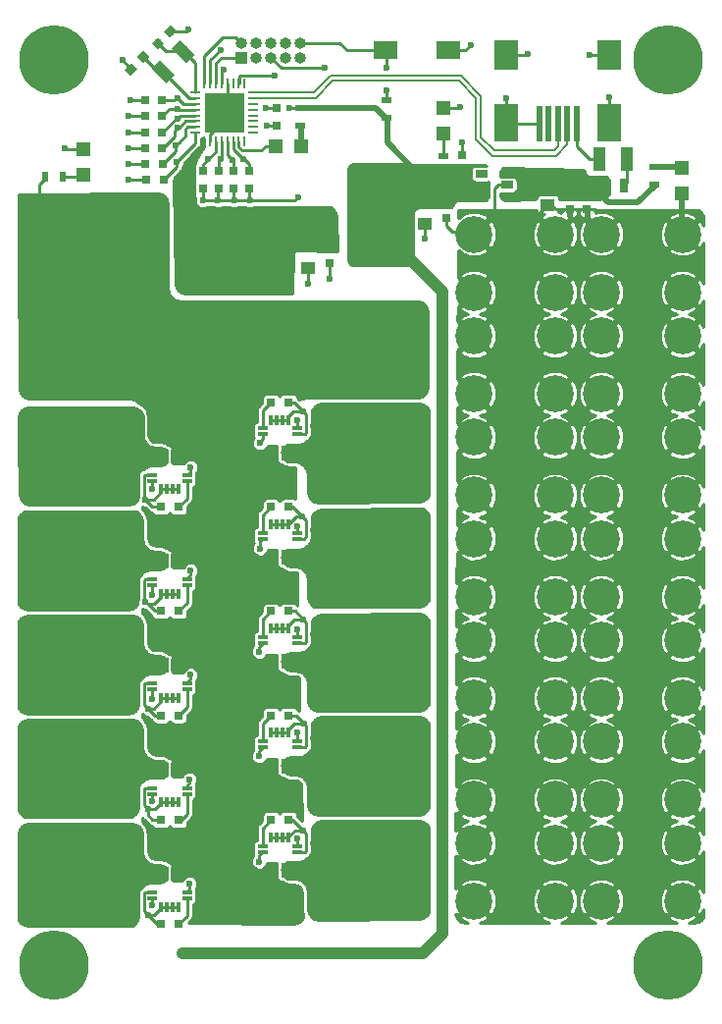
<source format=gtl>
G04 #@! TF.GenerationSoftware,KiCad,Pcbnew,(5.0.0)*
G04 #@! TF.CreationDate,2018-11-03T20:55:01-02:30*
G04 #@! TF.ProjectId,Power Distribution Board,506F7765722044697374726962757469,rev?*
G04 #@! TF.SameCoordinates,Original*
G04 #@! TF.FileFunction,Copper,L1,Top,Signal*
G04 #@! TF.FilePolarity,Positive*
%FSLAX46Y46*%
G04 Gerber Fmt 4.6, Leading zero omitted, Abs format (unit mm)*
G04 Created by KiCad (PCBNEW (5.0.0)) date 11/03/18 20:55:01*
%MOMM*%
%LPD*%
G01*
G04 APERTURE LIST*
G04 #@! TA.AperFunction,SMDPad,CuDef*
%ADD10R,1.250000X1.000000*%
G04 #@! TD*
G04 #@! TA.AperFunction,SMDPad,CuDef*
%ADD11R,0.800000X0.750000*%
G04 #@! TD*
G04 #@! TA.AperFunction,ComponentPad*
%ADD12R,1.000000X1.000000*%
G04 #@! TD*
G04 #@! TA.AperFunction,ComponentPad*
%ADD13O,1.000000X1.000000*%
G04 #@! TD*
G04 #@! TA.AperFunction,SMDPad,CuDef*
%ADD14C,1.000000*%
G04 #@! TD*
G04 #@! TA.AperFunction,Conductor*
%ADD15C,0.100000*%
G04 #@! TD*
G04 #@! TA.AperFunction,SMDPad,CuDef*
%ADD16R,1.140000X2.030000*%
G04 #@! TD*
G04 #@! TA.AperFunction,ComponentPad*
%ADD17C,6.000000*%
G04 #@! TD*
G04 #@! TA.AperFunction,SMDPad,CuDef*
%ADD18R,0.750000X0.800000*%
G04 #@! TD*
G04 #@! TA.AperFunction,SMDPad,CuDef*
%ADD19C,0.750000*%
G04 #@! TD*
G04 #@! TA.AperFunction,SMDPad,CuDef*
%ADD20R,1.200000X1.200000*%
G04 #@! TD*
G04 #@! TA.AperFunction,ComponentPad*
%ADD21C,3.200000*%
G04 #@! TD*
G04 #@! TA.AperFunction,SMDPad,CuDef*
%ADD22R,2.000000X2.500000*%
G04 #@! TD*
G04 #@! TA.AperFunction,SMDPad,CuDef*
%ADD23R,2.000000X3.300000*%
G04 #@! TD*
G04 #@! TA.AperFunction,SMDPad,CuDef*
%ADD24R,0.500000X3.100000*%
G04 #@! TD*
G04 #@! TA.AperFunction,SMDPad,CuDef*
%ADD25R,0.700000X1.300000*%
G04 #@! TD*
G04 #@! TA.AperFunction,SMDPad,CuDef*
%ADD26R,0.500000X0.900000*%
G04 #@! TD*
G04 #@! TA.AperFunction,SMDPad,CuDef*
%ADD27R,0.900000X0.500000*%
G04 #@! TD*
G04 #@! TA.AperFunction,SMDPad,CuDef*
%ADD28R,2.000000X1.600000*%
G04 #@! TD*
G04 #@! TA.AperFunction,SMDPad,CuDef*
%ADD29R,0.850000X0.300000*%
G04 #@! TD*
G04 #@! TA.AperFunction,SMDPad,CuDef*
%ADD30R,0.300000X0.850000*%
G04 #@! TD*
G04 #@! TA.AperFunction,SMDPad,CuDef*
%ADD31C,0.800000*%
G04 #@! TD*
G04 #@! TA.AperFunction,SMDPad,CuDef*
%ADD32R,1.060000X0.650000*%
G04 #@! TD*
G04 #@! TA.AperFunction,SMDPad,CuDef*
%ADD33R,0.280000X0.850000*%
G04 #@! TD*
G04 #@! TA.AperFunction,SMDPad,CuDef*
%ADD34R,0.850000X0.280000*%
G04 #@! TD*
G04 #@! TA.AperFunction,ComponentPad*
%ADD35C,0.200000*%
G04 #@! TD*
G04 #@! TA.AperFunction,SMDPad,CuDef*
%ADD36R,3.450000X3.450000*%
G04 #@! TD*
G04 #@! TA.AperFunction,ViaPad*
%ADD37C,0.600000*%
G04 #@! TD*
G04 #@! TA.AperFunction,Conductor*
%ADD38C,0.250000*%
G04 #@! TD*
G04 #@! TA.AperFunction,Conductor*
%ADD39C,0.500000*%
G04 #@! TD*
G04 #@! TA.AperFunction,Conductor*
%ADD40C,1.000000*%
G04 #@! TD*
G04 #@! TA.AperFunction,Conductor*
%ADD41C,0.200000*%
G04 #@! TD*
G04 #@! TA.AperFunction,Conductor*
%ADD42C,0.254000*%
G04 #@! TD*
G04 APERTURE END LIST*
D10*
G04 #@! TO.P,C26,2*
G04 #@! TO.N,GND*
X146100000Y-30950000D03*
G04 #@! TO.P,C26,1*
G04 #@! TO.N,+5V*
X146100000Y-28950000D03*
G04 #@! TD*
D11*
G04 #@! TO.P,C31,1*
G04 #@! TO.N,VIOUT5*
X112850000Y-24700000D03*
G04 #@! TO.P,C31,2*
G04 #@! TO.N,GND*
X111350000Y-24700000D03*
G04 #@! TD*
D12*
G04 #@! TO.P,J29,1*
G04 #@! TO.N,+3V3*
X119650000Y-18250000D03*
D13*
G04 #@! TO.P,J29,2*
G04 #@! TO.N,SWDIO*
X119650000Y-16980000D03*
G04 #@! TO.P,J29,3*
G04 #@! TO.N,GND*
X120920000Y-18250000D03*
G04 #@! TO.P,J29,4*
G04 #@! TO.N,SWCLK*
X120920000Y-16980000D03*
G04 #@! TO.P,J29,5*
G04 #@! TO.N,GND*
X122190000Y-18250000D03*
G04 #@! TO.P,J29,6*
G04 #@! TO.N,Net-(J29-Pad6)*
X122190000Y-16980000D03*
G04 #@! TO.P,J29,7*
G04 #@! TO.N,Net-(J29-Pad7)*
X123460000Y-18250000D03*
G04 #@! TO.P,J29,8*
G04 #@! TO.N,Net-(J29-Pad8)*
X123460000Y-16980000D03*
G04 #@! TO.P,J29,9*
G04 #@! TO.N,Net-(J29-Pad9)*
X124730000Y-18250000D03*
G04 #@! TO.P,J29,10*
G04 #@! TO.N,~RESET*
X124730000Y-16980000D03*
G04 #@! TD*
D14*
G04 #@! TO.P,Y1,2*
G04 #@! TO.N,Net-(C38-Pad1)*
X112916117Y-19483883D03*
D15*
G04 #@! TD*
G04 #@! TO.N,Net-(C38-Pad1)*
G04 #@! TO.C,Y1*
G36*
X113198960Y-20473832D02*
X111926168Y-19201040D01*
X112633274Y-18493934D01*
X113906066Y-19766726D01*
X113198960Y-20473832D01*
X113198960Y-20473832D01*
G37*
D14*
G04 #@! TO.P,Y1,1*
G04 #@! TO.N,Net-(C37-Pad1)*
X114683883Y-17716117D03*
D15*
G04 #@! TD*
G04 #@! TO.N,Net-(C37-Pad1)*
G04 #@! TO.C,Y1*
G36*
X114966726Y-18706066D02*
X113693934Y-17433274D01*
X114401040Y-16726168D01*
X115673832Y-17998960D01*
X114966726Y-18706066D01*
X114966726Y-18706066D01*
G37*
D16*
G04 #@! TO.P,F1,2*
G04 #@! TO.N,Net-(F1-Pad2)*
X150550000Y-27050000D03*
G04 #@! TO.P,F1,1*
G04 #@! TO.N,Net-(F1-Pad1)*
X152950000Y-27050000D03*
G04 #@! TD*
D17*
G04 #@! TO.P,REF\002A\002A,1*
G04 #@! TO.N,N/C*
X103500000Y-96500000D03*
G04 #@! TD*
G04 #@! TO.P,REF\002A\002A,1*
G04 #@! TO.N,N/C*
X156500000Y-96500000D03*
G04 #@! TD*
G04 #@! TO.P,REF\002A\002A,1*
G04 #@! TO.N,N/C*
X156500000Y-18500000D03*
G04 #@! TD*
D11*
G04 #@! TO.P,C1,2*
G04 #@! TO.N,GND*
X112750000Y-57000000D03*
G04 #@! TO.P,C1,1*
G04 #@! TO.N,VIOUT1*
X114250000Y-57000000D03*
G04 #@! TD*
G04 #@! TO.P,C4,1*
G04 #@! TO.N,VIOUT2*
X122250000Y-48000000D03*
G04 #@! TO.P,C4,2*
G04 #@! TO.N,GND*
X123750000Y-48000000D03*
G04 #@! TD*
G04 #@! TO.P,C5,2*
G04 #@! TO.N,GND*
X112750000Y-66000000D03*
G04 #@! TO.P,C5,1*
G04 #@! TO.N,VIOUT3*
X114250000Y-66000000D03*
G04 #@! TD*
G04 #@! TO.P,C6,1*
G04 #@! TO.N,VIOUT4*
X122250000Y-57000000D03*
G04 #@! TO.P,C6,2*
G04 #@! TO.N,GND*
X123750000Y-57000000D03*
G04 #@! TD*
G04 #@! TO.P,C7,2*
G04 #@! TO.N,GND*
X112750000Y-75000000D03*
G04 #@! TO.P,C7,1*
G04 #@! TO.N,VIOUT5*
X114250000Y-75000000D03*
G04 #@! TD*
G04 #@! TO.P,C12,2*
G04 #@! TO.N,GND*
X123750000Y-66000000D03*
G04 #@! TO.P,C12,1*
G04 #@! TO.N,VIOUT6*
X122250000Y-66000000D03*
G04 #@! TD*
G04 #@! TO.P,C13,1*
G04 #@! TO.N,VIOUT7*
X114250000Y-84000000D03*
G04 #@! TO.P,C13,2*
G04 #@! TO.N,GND*
X112750000Y-84000000D03*
G04 #@! TD*
G04 #@! TO.P,C14,2*
G04 #@! TO.N,GND*
X123750000Y-75000000D03*
G04 #@! TO.P,C14,1*
G04 #@! TO.N,VIOUT8*
X122250000Y-75000000D03*
G04 #@! TD*
G04 #@! TO.P,C15,1*
G04 #@! TO.N,VIOUT9*
X114250000Y-93000000D03*
G04 #@! TO.P,C15,2*
G04 #@! TO.N,GND*
X112750000Y-93000000D03*
G04 #@! TD*
G04 #@! TO.P,C16,1*
G04 #@! TO.N,VIOUT10*
X122250000Y-84000000D03*
G04 #@! TO.P,C16,2*
G04 #@! TO.N,GND*
X123750000Y-84000000D03*
G04 #@! TD*
D18*
G04 #@! TO.P,C21,2*
G04 #@! TO.N,GND*
X148000000Y-31350000D03*
G04 #@! TO.P,C21,1*
G04 #@! TO.N,+5V*
X148000000Y-29850000D03*
G04 #@! TD*
D11*
G04 #@! TO.P,C22,2*
G04 #@! TO.N,GND*
X111350000Y-21900000D03*
G04 #@! TO.P,C22,1*
G04 #@! TO.N,VIOUT1*
X112850000Y-21900000D03*
G04 #@! TD*
D18*
G04 #@! TO.P,C23,2*
G04 #@! TO.N,GND*
X120350000Y-29550000D03*
G04 #@! TO.P,C23,1*
G04 #@! TO.N,VIOUT2*
X120350000Y-28050000D03*
G04 #@! TD*
D10*
G04 #@! TO.P,C24,1*
G04 #@! TO.N,+3V3*
X135520000Y-30620000D03*
G04 #@! TO.P,C24,2*
G04 #@! TO.N,GND*
X135520000Y-32620000D03*
G04 #@! TD*
D11*
G04 #@! TO.P,C25,1*
G04 #@! TO.N,VIOUT3*
X112850000Y-23300000D03*
G04 #@! TO.P,C25,2*
G04 #@! TO.N,GND*
X111350000Y-23300000D03*
G04 #@! TD*
D18*
G04 #@! TO.P,C27,2*
G04 #@! TO.N,GND*
X137350000Y-32100000D03*
G04 #@! TO.P,C27,1*
G04 #@! TO.N,+3V3*
X137350000Y-30600000D03*
G04 #@! TD*
G04 #@! TO.P,C28,1*
G04 #@! TO.N,VIOUT4*
X119000000Y-28050000D03*
G04 #@! TO.P,C28,2*
G04 #@! TO.N,GND*
X119000000Y-29550000D03*
G04 #@! TD*
G04 #@! TO.P,C29,1*
G04 #@! TO.N,+5V*
X149500000Y-29850000D03*
G04 #@! TO.P,C29,2*
G04 #@! TO.N,GND*
X149500000Y-31350000D03*
G04 #@! TD*
G04 #@! TO.P,C30,1*
G04 #@! TO.N,+3V3*
X138700000Y-28150000D03*
G04 #@! TO.P,C30,2*
G04 #@! TO.N,GND*
X138700000Y-26650000D03*
G04 #@! TD*
D10*
G04 #@! TO.P,C32,2*
G04 #@! TO.N,GND*
X125400000Y-36450000D03*
G04 #@! TO.P,C32,1*
G04 #@! TO.N,3V3_FILT*
X125400000Y-34450000D03*
G04 #@! TD*
D18*
G04 #@! TO.P,C33,1*
G04 #@! TO.N,VIOUT6*
X117700000Y-28050000D03*
G04 #@! TO.P,C33,2*
G04 #@! TO.N,GND*
X117700000Y-29550000D03*
G04 #@! TD*
G04 #@! TO.P,C34,2*
G04 #@! TO.N,GND*
X127300000Y-35950000D03*
G04 #@! TO.P,C34,1*
G04 #@! TO.N,3V3_FILT*
X127300000Y-34450000D03*
G04 #@! TD*
D11*
G04 #@! TO.P,C35,1*
G04 #@! TO.N,VIOUT7*
X112850000Y-26100000D03*
G04 #@! TO.P,C35,2*
G04 #@! TO.N,GND*
X111350000Y-26100000D03*
G04 #@! TD*
D18*
G04 #@! TO.P,C36,2*
G04 #@! TO.N,GND*
X116350000Y-29550000D03*
G04 #@! TO.P,C36,1*
G04 #@! TO.N,VIOUT8*
X116350000Y-28050000D03*
G04 #@! TD*
D19*
G04 #@! TO.P,C37,2*
G04 #@! TO.N,GND*
X113530330Y-15969670D03*
D15*
G04 #@! TD*
G04 #@! TO.N,GND*
G04 #@! TO.C,C37*
G36*
X113512652Y-16517678D02*
X112982322Y-15987348D01*
X113548008Y-15421662D01*
X114078338Y-15951992D01*
X113512652Y-16517678D01*
X113512652Y-16517678D01*
G37*
D19*
G04 #@! TO.P,C37,1*
G04 #@! TO.N,Net-(C37-Pad1)*
X112469670Y-17030330D03*
D15*
G04 #@! TD*
G04 #@! TO.N,Net-(C37-Pad1)*
G04 #@! TO.C,C37*
G36*
X112451992Y-17578338D02*
X111921662Y-17048008D01*
X112487348Y-16482322D01*
X113017678Y-17012652D01*
X112451992Y-17578338D01*
X112451992Y-17578338D01*
G37*
D19*
G04 #@! TO.P,C38,1*
G04 #@! TO.N,Net-(C38-Pad1)*
X111200000Y-18200000D03*
D15*
G04 #@! TD*
G04 #@! TO.N,Net-(C38-Pad1)*
G04 #@! TO.C,C38*
G36*
X111217678Y-17651992D02*
X111748008Y-18182322D01*
X111182322Y-18748008D01*
X110651992Y-18217678D01*
X111217678Y-17651992D01*
X111217678Y-17651992D01*
G37*
D19*
G04 #@! TO.P,C38,2*
G04 #@! TO.N,GND*
X110139340Y-19260660D03*
D15*
G04 #@! TD*
G04 #@! TO.N,GND*
G04 #@! TO.C,C38*
G36*
X110157018Y-18712652D02*
X110687348Y-19242982D01*
X110121662Y-19808668D01*
X109591332Y-19278338D01*
X110157018Y-18712652D01*
X110157018Y-18712652D01*
G37*
D11*
G04 #@! TO.P,C39,1*
G04 #@! TO.N,VIOUT9*
X112900000Y-27400000D03*
G04 #@! TO.P,C39,2*
G04 #@! TO.N,GND*
X111400000Y-27400000D03*
G04 #@! TD*
G04 #@! TO.P,C40,2*
G04 #@! TO.N,GND*
X111450000Y-28800000D03*
G04 #@! TO.P,C40,1*
G04 #@! TO.N,VIOUT10*
X112950000Y-28800000D03*
G04 #@! TD*
D18*
G04 #@! TO.P,C41,1*
G04 #@! TO.N,Net-(C41-Pad1)*
X122750000Y-22650000D03*
G04 #@! TO.P,C41,2*
G04 #@! TO.N,GND*
X122750000Y-24150000D03*
G04 #@! TD*
D20*
G04 #@! TO.P,D1,1*
G04 #@! TO.N,GND*
X106000000Y-26150000D03*
G04 #@! TO.P,D1,2*
G04 #@! TO.N,Net-(D1-Pad2)*
X106000000Y-28350000D03*
G04 #@! TD*
G04 #@! TO.P,D2,2*
G04 #@! TO.N,Net-(D2-Pad2)*
X157650000Y-27800000D03*
G04 #@! TO.P,D2,1*
G04 #@! TO.N,GND*
X157650000Y-30000000D03*
G04 #@! TD*
G04 #@! TO.P,D3,2*
G04 #@! TO.N,Net-(D3-Pad2)*
X137110000Y-24790000D03*
G04 #@! TO.P,D3,1*
G04 #@! TO.N,GND*
X137110000Y-22590000D03*
G04 #@! TD*
G04 #@! TO.P,D4,1*
G04 #@! TO.N,Net-(D4-Pad1)*
X122600000Y-25900000D03*
G04 #@! TO.P,D4,2*
G04 #@! TO.N,Net-(D4-Pad2)*
X124800000Y-25900000D03*
G04 #@! TD*
D21*
G04 #@! TO.P,J1,1*
G04 #@! TO.N,12V_IN*
X109255000Y-41000000D03*
X102245000Y-41000000D03*
X102245000Y-46000000D03*
X109255000Y-46000000D03*
G04 #@! TD*
G04 #@! TO.P,J2,1*
G04 #@! TO.N,12V_IN*
X102245000Y-37000000D03*
X109255000Y-37000000D03*
X109255000Y-32000000D03*
X102245000Y-32000000D03*
G04 #@! TD*
G04 #@! TO.P,J3,1*
G04 #@! TO.N,12V_IN*
X127245000Y-41000000D03*
X134255000Y-41000000D03*
X134255000Y-46000000D03*
X127245000Y-46000000D03*
G04 #@! TD*
G04 #@! TO.P,J4,1*
G04 #@! TO.N,GND*
X150745000Y-64750000D03*
X157755000Y-64750000D03*
X157755000Y-59750000D03*
X150745000Y-59750000D03*
G04 #@! TD*
G04 #@! TO.P,J5,1*
G04 #@! TO.N,GND*
X139745000Y-68500000D03*
X146755000Y-68500000D03*
X146755000Y-73500000D03*
X139745000Y-73500000D03*
G04 #@! TD*
G04 #@! TO.P,J6,1*
G04 #@! TO.N,GND*
X139745000Y-64750000D03*
X146755000Y-64750000D03*
X146755000Y-59750000D03*
X139745000Y-59750000D03*
G04 #@! TD*
G04 #@! TO.P,J7,1*
G04 #@! TO.N,GND*
X150745000Y-42250000D03*
X157755000Y-42250000D03*
X157755000Y-47250000D03*
X150745000Y-47250000D03*
G04 #@! TD*
G04 #@! TO.P,J8,1*
G04 #@! TO.N,GND*
X150745000Y-38500000D03*
X157755000Y-38500000D03*
X157755000Y-33500000D03*
X150745000Y-33500000D03*
G04 #@! TD*
G04 #@! TO.P,J9,1*
G04 #@! TO.N,GND*
X139745000Y-77250000D03*
X146755000Y-77250000D03*
X146755000Y-82250000D03*
X139745000Y-82250000D03*
G04 #@! TD*
G04 #@! TO.P,J10,1*
G04 #@! TO.N,GND*
X139745000Y-56000000D03*
X146755000Y-56000000D03*
X146755000Y-51000000D03*
X139745000Y-51000000D03*
G04 #@! TD*
G04 #@! TO.P,J11,1*
G04 #@! TO.N,GND*
X150745000Y-51000000D03*
X157755000Y-51000000D03*
X157755000Y-56000000D03*
X150745000Y-56000000D03*
G04 #@! TD*
G04 #@! TO.P,J12,1*
G04 #@! TO.N,GND*
X139745000Y-38500000D03*
X146755000Y-38500000D03*
X146755000Y-33500000D03*
X139745000Y-33500000D03*
G04 #@! TD*
G04 #@! TO.P,J13,1*
G04 #@! TO.N,GND*
X150745000Y-77250000D03*
X157755000Y-77250000D03*
X157755000Y-82250000D03*
X150745000Y-82250000D03*
G04 #@! TD*
G04 #@! TO.P,J14,1*
G04 #@! TO.N,GND*
X150745000Y-73500000D03*
X157755000Y-73500000D03*
X157755000Y-68500000D03*
X150745000Y-68500000D03*
G04 #@! TD*
G04 #@! TO.P,J15,1*
G04 #@! TO.N,GND*
X139745000Y-86000000D03*
X146755000Y-86000000D03*
X146755000Y-91000000D03*
X139745000Y-91000000D03*
G04 #@! TD*
G04 #@! TO.P,J16,1*
G04 #@! TO.N,GND*
X139745000Y-47250000D03*
X146755000Y-47250000D03*
X146755000Y-42250000D03*
X139745000Y-42250000D03*
G04 #@! TD*
G04 #@! TO.P,J17,1*
G04 #@! TO.N,GND*
X150745000Y-86000000D03*
X157755000Y-86000000D03*
X157755000Y-91000000D03*
X150745000Y-91000000D03*
G04 #@! TD*
G04 #@! TO.P,J18,1*
G04 #@! TO.N,12V_OUT1*
X102245000Y-55000000D03*
X109255000Y-55000000D03*
X109255000Y-50000000D03*
X102245000Y-50000000D03*
G04 #@! TD*
G04 #@! TO.P,J19,1*
G04 #@! TO.N,12V_OUT2*
X127245000Y-50000000D03*
X134255000Y-50000000D03*
X134255000Y-55000000D03*
X127245000Y-55000000D03*
G04 #@! TD*
G04 #@! TO.P,J20,1*
G04 #@! TO.N,12V_OUT3*
X102245000Y-64000000D03*
X109255000Y-64000000D03*
X109255000Y-59000000D03*
X102245000Y-59000000D03*
G04 #@! TD*
G04 #@! TO.P,J21,1*
G04 #@! TO.N,12V_OUT4*
X127245000Y-59000000D03*
X134255000Y-59000000D03*
X134255000Y-64000000D03*
X127245000Y-64000000D03*
G04 #@! TD*
G04 #@! TO.P,J22,1*
G04 #@! TO.N,12V_OUT5*
X102245000Y-73000000D03*
X109255000Y-73000000D03*
X109255000Y-68000000D03*
X102245000Y-68000000D03*
G04 #@! TD*
G04 #@! TO.P,J23,1*
G04 #@! TO.N,12V_OUT6*
X127245000Y-68000000D03*
X134255000Y-68000000D03*
X134255000Y-73000000D03*
X127245000Y-73000000D03*
G04 #@! TD*
G04 #@! TO.P,J24,1*
G04 #@! TO.N,12V_OUT7*
X102245000Y-82000000D03*
X109255000Y-82000000D03*
X109255000Y-77000000D03*
X102245000Y-77000000D03*
G04 #@! TD*
G04 #@! TO.P,J25,1*
G04 #@! TO.N,12V_OUT8*
X134255000Y-77000000D03*
X127245000Y-77000000D03*
X127245000Y-82000000D03*
X134255000Y-82000000D03*
G04 #@! TD*
G04 #@! TO.P,J26,1*
G04 #@! TO.N,12V_OUT9*
X102245000Y-86000000D03*
X109255000Y-86000000D03*
X109255000Y-91000000D03*
X102245000Y-91000000D03*
G04 #@! TD*
G04 #@! TO.P,J27,1*
G04 #@! TO.N,12V_OUT10*
X127245000Y-86000000D03*
X134255000Y-86000000D03*
X134255000Y-91000000D03*
X127245000Y-91000000D03*
G04 #@! TD*
D22*
G04 #@! TO.P,J28,6*
G04 #@! TO.N,GND*
X142550000Y-18000000D03*
X151450000Y-18000000D03*
D23*
X142550000Y-23900000D03*
X151450000Y-23900000D03*
D24*
G04 #@! TO.P,J28,1*
G04 #@! TO.N,Net-(F1-Pad2)*
X148600000Y-24000000D03*
G04 #@! TO.P,J28,2*
G04 #@! TO.N,USB-*
X147800000Y-24000000D03*
G04 #@! TO.P,J28,3*
G04 #@! TO.N,USB+*
X147000000Y-24000000D03*
G04 #@! TO.P,J28,4*
G04 #@! TO.N,Net-(J28-Pad4)*
X146200000Y-24000000D03*
G04 #@! TO.P,J28,5*
G04 #@! TO.N,GND*
X145400000Y-24000000D03*
G04 #@! TD*
D25*
G04 #@! TO.P,L1,1*
G04 #@! TO.N,+5V*
X150800000Y-29300000D03*
G04 #@! TO.P,L1,2*
G04 #@! TO.N,Net-(F1-Pad1)*
X152700000Y-29300000D03*
G04 #@! TD*
G04 #@! TO.P,L2,2*
G04 #@! TO.N,+3V3*
X129200000Y-32450000D03*
G04 #@! TO.P,L2,1*
G04 #@! TO.N,3V3_FILT*
X127300000Y-32450000D03*
G04 #@! TD*
D26*
G04 #@! TO.P,R1,2*
G04 #@! TO.N,Net-(D1-Pad2)*
X104250000Y-28500000D03*
G04 #@! TO.P,R1,1*
G04 #@! TO.N,12V_IN*
X102750000Y-28500000D03*
G04 #@! TD*
D27*
G04 #@! TO.P,R12,1*
G04 #@! TO.N,+5V*
X155300000Y-29200000D03*
G04 #@! TO.P,R12,2*
G04 #@! TO.N,Net-(D2-Pad2)*
X155300000Y-27700000D03*
G04 #@! TD*
G04 #@! TO.P,R13,1*
G04 #@! TO.N,+3V3*
X137150000Y-28250000D03*
G04 #@! TO.P,R13,2*
G04 #@! TO.N,Net-(D3-Pad2)*
X137150000Y-26750000D03*
G04 #@! TD*
G04 #@! TO.P,R14,2*
G04 #@! TO.N,+3V3*
X124750000Y-22650000D03*
G04 #@! TO.P,R14,1*
G04 #@! TO.N,Net-(D4-Pad2)*
X124750000Y-24150000D03*
G04 #@! TD*
G04 #@! TO.P,R15,1*
G04 #@! TO.N,+3V3*
X132220000Y-23440000D03*
G04 #@! TO.P,R15,2*
G04 #@! TO.N,~RESET*
X132220000Y-21940000D03*
G04 #@! TD*
D28*
G04 #@! TO.P,SW1,1*
G04 #@! TO.N,GND*
X137550000Y-17650000D03*
G04 #@! TO.P,SW1,2*
G04 #@! TO.N,~RESET*
X132150000Y-17650000D03*
G04 #@! TD*
D29*
G04 #@! TO.P,U1,12*
G04 #@! TO.N,+3V3*
X115000000Y-54250000D03*
G04 #@! TO.P,U1,11*
G04 #@! TO.N,VIOUT1*
X115000000Y-54750000D03*
D30*
G04 #@! TO.P,U1,7*
G04 #@! TO.N,GND*
X113750000Y-55500000D03*
X113250000Y-55500000D03*
X114250000Y-55500000D03*
X112750000Y-55500000D03*
D29*
G04 #@! TO.P,U1,6*
G04 #@! TO.N,Net-(R2-Pad2)*
X112000000Y-54750000D03*
G04 #@! TO.P,U1,5*
G04 #@! TO.N,GND*
X112000000Y-54250000D03*
D15*
G04 #@! TD*
G04 #@! TO.N,12V_IN*
G04 #@! TO.C,U1*
G36*
X114291762Y-52015578D02*
X114303411Y-52017306D01*
X114314834Y-52020167D01*
X114325922Y-52024134D01*
X114336568Y-52029169D01*
X114346668Y-52035224D01*
X114356127Y-52042239D01*
X114364853Y-52050147D01*
X114372761Y-52058873D01*
X114379776Y-52068332D01*
X114385831Y-52078432D01*
X114390866Y-52089078D01*
X114394833Y-52100166D01*
X114397694Y-52111589D01*
X114399422Y-52123238D01*
X114400000Y-52135000D01*
X114400000Y-53165000D01*
X114399422Y-53176762D01*
X114397694Y-53188411D01*
X114394833Y-53199834D01*
X114390866Y-53210922D01*
X114385831Y-53221568D01*
X114379776Y-53231668D01*
X114372761Y-53241127D01*
X114364853Y-53249853D01*
X114356127Y-53257761D01*
X114346668Y-53264776D01*
X114336568Y-53270831D01*
X114325922Y-53275866D01*
X114314834Y-53279833D01*
X114303411Y-53282694D01*
X114291762Y-53284422D01*
X114280000Y-53285000D01*
X113720000Y-53285000D01*
X113708238Y-53284422D01*
X113696589Y-53282694D01*
X113685166Y-53279833D01*
X113674078Y-53275866D01*
X113663432Y-53270831D01*
X113653332Y-53264776D01*
X113643873Y-53257761D01*
X113635147Y-53249853D01*
X113627239Y-53241127D01*
X113620224Y-53231668D01*
X113614169Y-53221568D01*
X113609134Y-53210922D01*
X113605167Y-53199834D01*
X113602306Y-53188411D01*
X113600578Y-53176762D01*
X113600000Y-53165000D01*
X113600000Y-52135000D01*
X113600578Y-52123238D01*
X113602306Y-52111589D01*
X113605167Y-52100166D01*
X113609134Y-52089078D01*
X113614169Y-52078432D01*
X113620224Y-52068332D01*
X113627239Y-52058873D01*
X113635147Y-52050147D01*
X113643873Y-52042239D01*
X113653332Y-52035224D01*
X113663432Y-52029169D01*
X113674078Y-52024134D01*
X113685166Y-52020167D01*
X113696589Y-52017306D01*
X113708238Y-52015578D01*
X113720000Y-52015000D01*
X114280000Y-52015000D01*
X114291762Y-52015578D01*
X114291762Y-52015578D01*
G37*
D31*
G04 #@! TO.P,U1,1*
G04 #@! TO.N,12V_IN*
X114000000Y-52650000D03*
D15*
G04 #@! TD*
G04 #@! TO.N,12V_OUT1*
G04 #@! TO.C,U1*
G36*
X113291762Y-52015578D02*
X113303411Y-52017306D01*
X113314834Y-52020167D01*
X113325922Y-52024134D01*
X113336568Y-52029169D01*
X113346668Y-52035224D01*
X113356127Y-52042239D01*
X113364853Y-52050147D01*
X113372761Y-52058873D01*
X113379776Y-52068332D01*
X113385831Y-52078432D01*
X113390866Y-52089078D01*
X113394833Y-52100166D01*
X113397694Y-52111589D01*
X113399422Y-52123238D01*
X113400000Y-52135000D01*
X113400000Y-53165000D01*
X113399422Y-53176762D01*
X113397694Y-53188411D01*
X113394833Y-53199834D01*
X113390866Y-53210922D01*
X113385831Y-53221568D01*
X113379776Y-53231668D01*
X113372761Y-53241127D01*
X113364853Y-53249853D01*
X113356127Y-53257761D01*
X113346668Y-53264776D01*
X113336568Y-53270831D01*
X113325922Y-53275866D01*
X113314834Y-53279833D01*
X113303411Y-53282694D01*
X113291762Y-53284422D01*
X113280000Y-53285000D01*
X112720000Y-53285000D01*
X112708238Y-53284422D01*
X112696589Y-53282694D01*
X112685166Y-53279833D01*
X112674078Y-53275866D01*
X112663432Y-53270831D01*
X112653332Y-53264776D01*
X112643873Y-53257761D01*
X112635147Y-53249853D01*
X112627239Y-53241127D01*
X112620224Y-53231668D01*
X112614169Y-53221568D01*
X112609134Y-53210922D01*
X112605167Y-53199834D01*
X112602306Y-53188411D01*
X112600578Y-53176762D01*
X112600000Y-53165000D01*
X112600000Y-52135000D01*
X112600578Y-52123238D01*
X112602306Y-52111589D01*
X112605167Y-52100166D01*
X112609134Y-52089078D01*
X112614169Y-52078432D01*
X112620224Y-52068332D01*
X112627239Y-52058873D01*
X112635147Y-52050147D01*
X112643873Y-52042239D01*
X112653332Y-52035224D01*
X112663432Y-52029169D01*
X112674078Y-52024134D01*
X112685166Y-52020167D01*
X112696589Y-52017306D01*
X112708238Y-52015578D01*
X112720000Y-52015000D01*
X113280000Y-52015000D01*
X113291762Y-52015578D01*
X113291762Y-52015578D01*
G37*
D31*
G04 #@! TO.P,U1,3*
G04 #@! TO.N,12V_OUT1*
X113000000Y-52650000D03*
G04 #@! TD*
D15*
G04 #@! TO.N,12V_OUT2*
G04 #@! TO.C,U2*
G36*
X123791762Y-51715578D02*
X123803411Y-51717306D01*
X123814834Y-51720167D01*
X123825922Y-51724134D01*
X123836568Y-51729169D01*
X123846668Y-51735224D01*
X123856127Y-51742239D01*
X123864853Y-51750147D01*
X123872761Y-51758873D01*
X123879776Y-51768332D01*
X123885831Y-51778432D01*
X123890866Y-51789078D01*
X123894833Y-51800166D01*
X123897694Y-51811589D01*
X123899422Y-51823238D01*
X123900000Y-51835000D01*
X123900000Y-52865000D01*
X123899422Y-52876762D01*
X123897694Y-52888411D01*
X123894833Y-52899834D01*
X123890866Y-52910922D01*
X123885831Y-52921568D01*
X123879776Y-52931668D01*
X123872761Y-52941127D01*
X123864853Y-52949853D01*
X123856127Y-52957761D01*
X123846668Y-52964776D01*
X123836568Y-52970831D01*
X123825922Y-52975866D01*
X123814834Y-52979833D01*
X123803411Y-52982694D01*
X123791762Y-52984422D01*
X123780000Y-52985000D01*
X123220000Y-52985000D01*
X123208238Y-52984422D01*
X123196589Y-52982694D01*
X123185166Y-52979833D01*
X123174078Y-52975866D01*
X123163432Y-52970831D01*
X123153332Y-52964776D01*
X123143873Y-52957761D01*
X123135147Y-52949853D01*
X123127239Y-52941127D01*
X123120224Y-52931668D01*
X123114169Y-52921568D01*
X123109134Y-52910922D01*
X123105167Y-52899834D01*
X123102306Y-52888411D01*
X123100578Y-52876762D01*
X123100000Y-52865000D01*
X123100000Y-51835000D01*
X123100578Y-51823238D01*
X123102306Y-51811589D01*
X123105167Y-51800166D01*
X123109134Y-51789078D01*
X123114169Y-51778432D01*
X123120224Y-51768332D01*
X123127239Y-51758873D01*
X123135147Y-51750147D01*
X123143873Y-51742239D01*
X123153332Y-51735224D01*
X123163432Y-51729169D01*
X123174078Y-51724134D01*
X123185166Y-51720167D01*
X123196589Y-51717306D01*
X123208238Y-51715578D01*
X123220000Y-51715000D01*
X123780000Y-51715000D01*
X123791762Y-51715578D01*
X123791762Y-51715578D01*
G37*
D31*
G04 #@! TD*
G04 #@! TO.P,U2,3*
G04 #@! TO.N,12V_OUT2*
X123500000Y-52350000D03*
D15*
G04 #@! TO.N,12V_IN*
G04 #@! TO.C,U2*
G36*
X122791762Y-51715578D02*
X122803411Y-51717306D01*
X122814834Y-51720167D01*
X122825922Y-51724134D01*
X122836568Y-51729169D01*
X122846668Y-51735224D01*
X122856127Y-51742239D01*
X122864853Y-51750147D01*
X122872761Y-51758873D01*
X122879776Y-51768332D01*
X122885831Y-51778432D01*
X122890866Y-51789078D01*
X122894833Y-51800166D01*
X122897694Y-51811589D01*
X122899422Y-51823238D01*
X122900000Y-51835000D01*
X122900000Y-52865000D01*
X122899422Y-52876762D01*
X122897694Y-52888411D01*
X122894833Y-52899834D01*
X122890866Y-52910922D01*
X122885831Y-52921568D01*
X122879776Y-52931668D01*
X122872761Y-52941127D01*
X122864853Y-52949853D01*
X122856127Y-52957761D01*
X122846668Y-52964776D01*
X122836568Y-52970831D01*
X122825922Y-52975866D01*
X122814834Y-52979833D01*
X122803411Y-52982694D01*
X122791762Y-52984422D01*
X122780000Y-52985000D01*
X122220000Y-52985000D01*
X122208238Y-52984422D01*
X122196589Y-52982694D01*
X122185166Y-52979833D01*
X122174078Y-52975866D01*
X122163432Y-52970831D01*
X122153332Y-52964776D01*
X122143873Y-52957761D01*
X122135147Y-52949853D01*
X122127239Y-52941127D01*
X122120224Y-52931668D01*
X122114169Y-52921568D01*
X122109134Y-52910922D01*
X122105167Y-52899834D01*
X122102306Y-52888411D01*
X122100578Y-52876762D01*
X122100000Y-52865000D01*
X122100000Y-51835000D01*
X122100578Y-51823238D01*
X122102306Y-51811589D01*
X122105167Y-51800166D01*
X122109134Y-51789078D01*
X122114169Y-51778432D01*
X122120224Y-51768332D01*
X122127239Y-51758873D01*
X122135147Y-51750147D01*
X122143873Y-51742239D01*
X122153332Y-51735224D01*
X122163432Y-51729169D01*
X122174078Y-51724134D01*
X122185166Y-51720167D01*
X122196589Y-51717306D01*
X122208238Y-51715578D01*
X122220000Y-51715000D01*
X122780000Y-51715000D01*
X122791762Y-51715578D01*
X122791762Y-51715578D01*
G37*
D31*
G04 #@! TD*
G04 #@! TO.P,U2,1*
G04 #@! TO.N,12V_IN*
X122500000Y-52350000D03*
D29*
G04 #@! TO.P,U2,5*
G04 #@! TO.N,GND*
X124500000Y-50750000D03*
G04 #@! TO.P,U2,6*
G04 #@! TO.N,Net-(R3-Pad2)*
X124500000Y-50250000D03*
D30*
G04 #@! TO.P,U2,7*
G04 #@! TO.N,GND*
X123750000Y-49500000D03*
X122250000Y-49500000D03*
X123250000Y-49500000D03*
X122750000Y-49500000D03*
D29*
G04 #@! TO.P,U2,11*
G04 #@! TO.N,VIOUT2*
X121500000Y-50250000D03*
G04 #@! TO.P,U2,12*
G04 #@! TO.N,+3V3*
X121500000Y-50750000D03*
G04 #@! TD*
D15*
G04 #@! TO.N,12V_OUT3*
G04 #@! TO.C,U3*
G36*
X113291762Y-61015578D02*
X113303411Y-61017306D01*
X113314834Y-61020167D01*
X113325922Y-61024134D01*
X113336568Y-61029169D01*
X113346668Y-61035224D01*
X113356127Y-61042239D01*
X113364853Y-61050147D01*
X113372761Y-61058873D01*
X113379776Y-61068332D01*
X113385831Y-61078432D01*
X113390866Y-61089078D01*
X113394833Y-61100166D01*
X113397694Y-61111589D01*
X113399422Y-61123238D01*
X113400000Y-61135000D01*
X113400000Y-62165000D01*
X113399422Y-62176762D01*
X113397694Y-62188411D01*
X113394833Y-62199834D01*
X113390866Y-62210922D01*
X113385831Y-62221568D01*
X113379776Y-62231668D01*
X113372761Y-62241127D01*
X113364853Y-62249853D01*
X113356127Y-62257761D01*
X113346668Y-62264776D01*
X113336568Y-62270831D01*
X113325922Y-62275866D01*
X113314834Y-62279833D01*
X113303411Y-62282694D01*
X113291762Y-62284422D01*
X113280000Y-62285000D01*
X112720000Y-62285000D01*
X112708238Y-62284422D01*
X112696589Y-62282694D01*
X112685166Y-62279833D01*
X112674078Y-62275866D01*
X112663432Y-62270831D01*
X112653332Y-62264776D01*
X112643873Y-62257761D01*
X112635147Y-62249853D01*
X112627239Y-62241127D01*
X112620224Y-62231668D01*
X112614169Y-62221568D01*
X112609134Y-62210922D01*
X112605167Y-62199834D01*
X112602306Y-62188411D01*
X112600578Y-62176762D01*
X112600000Y-62165000D01*
X112600000Y-61135000D01*
X112600578Y-61123238D01*
X112602306Y-61111589D01*
X112605167Y-61100166D01*
X112609134Y-61089078D01*
X112614169Y-61078432D01*
X112620224Y-61068332D01*
X112627239Y-61058873D01*
X112635147Y-61050147D01*
X112643873Y-61042239D01*
X112653332Y-61035224D01*
X112663432Y-61029169D01*
X112674078Y-61024134D01*
X112685166Y-61020167D01*
X112696589Y-61017306D01*
X112708238Y-61015578D01*
X112720000Y-61015000D01*
X113280000Y-61015000D01*
X113291762Y-61015578D01*
X113291762Y-61015578D01*
G37*
D31*
G04 #@! TD*
G04 #@! TO.P,U3,3*
G04 #@! TO.N,12V_OUT3*
X113000000Y-61650000D03*
D15*
G04 #@! TO.N,12V_IN*
G04 #@! TO.C,U3*
G36*
X114291762Y-61015578D02*
X114303411Y-61017306D01*
X114314834Y-61020167D01*
X114325922Y-61024134D01*
X114336568Y-61029169D01*
X114346668Y-61035224D01*
X114356127Y-61042239D01*
X114364853Y-61050147D01*
X114372761Y-61058873D01*
X114379776Y-61068332D01*
X114385831Y-61078432D01*
X114390866Y-61089078D01*
X114394833Y-61100166D01*
X114397694Y-61111589D01*
X114399422Y-61123238D01*
X114400000Y-61135000D01*
X114400000Y-62165000D01*
X114399422Y-62176762D01*
X114397694Y-62188411D01*
X114394833Y-62199834D01*
X114390866Y-62210922D01*
X114385831Y-62221568D01*
X114379776Y-62231668D01*
X114372761Y-62241127D01*
X114364853Y-62249853D01*
X114356127Y-62257761D01*
X114346668Y-62264776D01*
X114336568Y-62270831D01*
X114325922Y-62275866D01*
X114314834Y-62279833D01*
X114303411Y-62282694D01*
X114291762Y-62284422D01*
X114280000Y-62285000D01*
X113720000Y-62285000D01*
X113708238Y-62284422D01*
X113696589Y-62282694D01*
X113685166Y-62279833D01*
X113674078Y-62275866D01*
X113663432Y-62270831D01*
X113653332Y-62264776D01*
X113643873Y-62257761D01*
X113635147Y-62249853D01*
X113627239Y-62241127D01*
X113620224Y-62231668D01*
X113614169Y-62221568D01*
X113609134Y-62210922D01*
X113605167Y-62199834D01*
X113602306Y-62188411D01*
X113600578Y-62176762D01*
X113600000Y-62165000D01*
X113600000Y-61135000D01*
X113600578Y-61123238D01*
X113602306Y-61111589D01*
X113605167Y-61100166D01*
X113609134Y-61089078D01*
X113614169Y-61078432D01*
X113620224Y-61068332D01*
X113627239Y-61058873D01*
X113635147Y-61050147D01*
X113643873Y-61042239D01*
X113653332Y-61035224D01*
X113663432Y-61029169D01*
X113674078Y-61024134D01*
X113685166Y-61020167D01*
X113696589Y-61017306D01*
X113708238Y-61015578D01*
X113720000Y-61015000D01*
X114280000Y-61015000D01*
X114291762Y-61015578D01*
X114291762Y-61015578D01*
G37*
D31*
G04 #@! TD*
G04 #@! TO.P,U3,1*
G04 #@! TO.N,12V_IN*
X114000000Y-61650000D03*
D29*
G04 #@! TO.P,U3,5*
G04 #@! TO.N,GND*
X112000000Y-63250000D03*
G04 #@! TO.P,U3,6*
G04 #@! TO.N,Net-(R4-Pad2)*
X112000000Y-63750000D03*
D30*
G04 #@! TO.P,U3,7*
G04 #@! TO.N,GND*
X112750000Y-64500000D03*
X114250000Y-64500000D03*
X113250000Y-64500000D03*
X113750000Y-64500000D03*
D29*
G04 #@! TO.P,U3,11*
G04 #@! TO.N,VIOUT3*
X115000000Y-63750000D03*
G04 #@! TO.P,U3,12*
G04 #@! TO.N,+3V3*
X115000000Y-63250000D03*
G04 #@! TD*
G04 #@! TO.P,U4,12*
G04 #@! TO.N,+3V3*
X121500000Y-59750000D03*
G04 #@! TO.P,U4,11*
G04 #@! TO.N,VIOUT4*
X121500000Y-59250000D03*
D30*
G04 #@! TO.P,U4,7*
G04 #@! TO.N,GND*
X122750000Y-58500000D03*
X123250000Y-58500000D03*
X122250000Y-58500000D03*
X123750000Y-58500000D03*
D29*
G04 #@! TO.P,U4,6*
G04 #@! TO.N,Net-(R5-Pad2)*
X124500000Y-59250000D03*
G04 #@! TO.P,U4,5*
G04 #@! TO.N,GND*
X124500000Y-59750000D03*
D15*
G04 #@! TD*
G04 #@! TO.N,12V_IN*
G04 #@! TO.C,U4*
G36*
X122791762Y-60715578D02*
X122803411Y-60717306D01*
X122814834Y-60720167D01*
X122825922Y-60724134D01*
X122836568Y-60729169D01*
X122846668Y-60735224D01*
X122856127Y-60742239D01*
X122864853Y-60750147D01*
X122872761Y-60758873D01*
X122879776Y-60768332D01*
X122885831Y-60778432D01*
X122890866Y-60789078D01*
X122894833Y-60800166D01*
X122897694Y-60811589D01*
X122899422Y-60823238D01*
X122900000Y-60835000D01*
X122900000Y-61865000D01*
X122899422Y-61876762D01*
X122897694Y-61888411D01*
X122894833Y-61899834D01*
X122890866Y-61910922D01*
X122885831Y-61921568D01*
X122879776Y-61931668D01*
X122872761Y-61941127D01*
X122864853Y-61949853D01*
X122856127Y-61957761D01*
X122846668Y-61964776D01*
X122836568Y-61970831D01*
X122825922Y-61975866D01*
X122814834Y-61979833D01*
X122803411Y-61982694D01*
X122791762Y-61984422D01*
X122780000Y-61985000D01*
X122220000Y-61985000D01*
X122208238Y-61984422D01*
X122196589Y-61982694D01*
X122185166Y-61979833D01*
X122174078Y-61975866D01*
X122163432Y-61970831D01*
X122153332Y-61964776D01*
X122143873Y-61957761D01*
X122135147Y-61949853D01*
X122127239Y-61941127D01*
X122120224Y-61931668D01*
X122114169Y-61921568D01*
X122109134Y-61910922D01*
X122105167Y-61899834D01*
X122102306Y-61888411D01*
X122100578Y-61876762D01*
X122100000Y-61865000D01*
X122100000Y-60835000D01*
X122100578Y-60823238D01*
X122102306Y-60811589D01*
X122105167Y-60800166D01*
X122109134Y-60789078D01*
X122114169Y-60778432D01*
X122120224Y-60768332D01*
X122127239Y-60758873D01*
X122135147Y-60750147D01*
X122143873Y-60742239D01*
X122153332Y-60735224D01*
X122163432Y-60729169D01*
X122174078Y-60724134D01*
X122185166Y-60720167D01*
X122196589Y-60717306D01*
X122208238Y-60715578D01*
X122220000Y-60715000D01*
X122780000Y-60715000D01*
X122791762Y-60715578D01*
X122791762Y-60715578D01*
G37*
D31*
G04 #@! TO.P,U4,1*
G04 #@! TO.N,12V_IN*
X122500000Y-61350000D03*
D15*
G04 #@! TD*
G04 #@! TO.N,12V_OUT4*
G04 #@! TO.C,U4*
G36*
X123791762Y-60715578D02*
X123803411Y-60717306D01*
X123814834Y-60720167D01*
X123825922Y-60724134D01*
X123836568Y-60729169D01*
X123846668Y-60735224D01*
X123856127Y-60742239D01*
X123864853Y-60750147D01*
X123872761Y-60758873D01*
X123879776Y-60768332D01*
X123885831Y-60778432D01*
X123890866Y-60789078D01*
X123894833Y-60800166D01*
X123897694Y-60811589D01*
X123899422Y-60823238D01*
X123900000Y-60835000D01*
X123900000Y-61865000D01*
X123899422Y-61876762D01*
X123897694Y-61888411D01*
X123894833Y-61899834D01*
X123890866Y-61910922D01*
X123885831Y-61921568D01*
X123879776Y-61931668D01*
X123872761Y-61941127D01*
X123864853Y-61949853D01*
X123856127Y-61957761D01*
X123846668Y-61964776D01*
X123836568Y-61970831D01*
X123825922Y-61975866D01*
X123814834Y-61979833D01*
X123803411Y-61982694D01*
X123791762Y-61984422D01*
X123780000Y-61985000D01*
X123220000Y-61985000D01*
X123208238Y-61984422D01*
X123196589Y-61982694D01*
X123185166Y-61979833D01*
X123174078Y-61975866D01*
X123163432Y-61970831D01*
X123153332Y-61964776D01*
X123143873Y-61957761D01*
X123135147Y-61949853D01*
X123127239Y-61941127D01*
X123120224Y-61931668D01*
X123114169Y-61921568D01*
X123109134Y-61910922D01*
X123105167Y-61899834D01*
X123102306Y-61888411D01*
X123100578Y-61876762D01*
X123100000Y-61865000D01*
X123100000Y-60835000D01*
X123100578Y-60823238D01*
X123102306Y-60811589D01*
X123105167Y-60800166D01*
X123109134Y-60789078D01*
X123114169Y-60778432D01*
X123120224Y-60768332D01*
X123127239Y-60758873D01*
X123135147Y-60750147D01*
X123143873Y-60742239D01*
X123153332Y-60735224D01*
X123163432Y-60729169D01*
X123174078Y-60724134D01*
X123185166Y-60720167D01*
X123196589Y-60717306D01*
X123208238Y-60715578D01*
X123220000Y-60715000D01*
X123780000Y-60715000D01*
X123791762Y-60715578D01*
X123791762Y-60715578D01*
G37*
D31*
G04 #@! TO.P,U4,3*
G04 #@! TO.N,12V_OUT4*
X123500000Y-61350000D03*
G04 #@! TD*
D15*
G04 #@! TO.N,12V_OUT5*
G04 #@! TO.C,U5*
G36*
X113291762Y-70015578D02*
X113303411Y-70017306D01*
X113314834Y-70020167D01*
X113325922Y-70024134D01*
X113336568Y-70029169D01*
X113346668Y-70035224D01*
X113356127Y-70042239D01*
X113364853Y-70050147D01*
X113372761Y-70058873D01*
X113379776Y-70068332D01*
X113385831Y-70078432D01*
X113390866Y-70089078D01*
X113394833Y-70100166D01*
X113397694Y-70111589D01*
X113399422Y-70123238D01*
X113400000Y-70135000D01*
X113400000Y-71165000D01*
X113399422Y-71176762D01*
X113397694Y-71188411D01*
X113394833Y-71199834D01*
X113390866Y-71210922D01*
X113385831Y-71221568D01*
X113379776Y-71231668D01*
X113372761Y-71241127D01*
X113364853Y-71249853D01*
X113356127Y-71257761D01*
X113346668Y-71264776D01*
X113336568Y-71270831D01*
X113325922Y-71275866D01*
X113314834Y-71279833D01*
X113303411Y-71282694D01*
X113291762Y-71284422D01*
X113280000Y-71285000D01*
X112720000Y-71285000D01*
X112708238Y-71284422D01*
X112696589Y-71282694D01*
X112685166Y-71279833D01*
X112674078Y-71275866D01*
X112663432Y-71270831D01*
X112653332Y-71264776D01*
X112643873Y-71257761D01*
X112635147Y-71249853D01*
X112627239Y-71241127D01*
X112620224Y-71231668D01*
X112614169Y-71221568D01*
X112609134Y-71210922D01*
X112605167Y-71199834D01*
X112602306Y-71188411D01*
X112600578Y-71176762D01*
X112600000Y-71165000D01*
X112600000Y-70135000D01*
X112600578Y-70123238D01*
X112602306Y-70111589D01*
X112605167Y-70100166D01*
X112609134Y-70089078D01*
X112614169Y-70078432D01*
X112620224Y-70068332D01*
X112627239Y-70058873D01*
X112635147Y-70050147D01*
X112643873Y-70042239D01*
X112653332Y-70035224D01*
X112663432Y-70029169D01*
X112674078Y-70024134D01*
X112685166Y-70020167D01*
X112696589Y-70017306D01*
X112708238Y-70015578D01*
X112720000Y-70015000D01*
X113280000Y-70015000D01*
X113291762Y-70015578D01*
X113291762Y-70015578D01*
G37*
D31*
G04 #@! TD*
G04 #@! TO.P,U5,3*
G04 #@! TO.N,12V_OUT5*
X113000000Y-70650000D03*
D15*
G04 #@! TO.N,12V_IN*
G04 #@! TO.C,U5*
G36*
X114291762Y-70015578D02*
X114303411Y-70017306D01*
X114314834Y-70020167D01*
X114325922Y-70024134D01*
X114336568Y-70029169D01*
X114346668Y-70035224D01*
X114356127Y-70042239D01*
X114364853Y-70050147D01*
X114372761Y-70058873D01*
X114379776Y-70068332D01*
X114385831Y-70078432D01*
X114390866Y-70089078D01*
X114394833Y-70100166D01*
X114397694Y-70111589D01*
X114399422Y-70123238D01*
X114400000Y-70135000D01*
X114400000Y-71165000D01*
X114399422Y-71176762D01*
X114397694Y-71188411D01*
X114394833Y-71199834D01*
X114390866Y-71210922D01*
X114385831Y-71221568D01*
X114379776Y-71231668D01*
X114372761Y-71241127D01*
X114364853Y-71249853D01*
X114356127Y-71257761D01*
X114346668Y-71264776D01*
X114336568Y-71270831D01*
X114325922Y-71275866D01*
X114314834Y-71279833D01*
X114303411Y-71282694D01*
X114291762Y-71284422D01*
X114280000Y-71285000D01*
X113720000Y-71285000D01*
X113708238Y-71284422D01*
X113696589Y-71282694D01*
X113685166Y-71279833D01*
X113674078Y-71275866D01*
X113663432Y-71270831D01*
X113653332Y-71264776D01*
X113643873Y-71257761D01*
X113635147Y-71249853D01*
X113627239Y-71241127D01*
X113620224Y-71231668D01*
X113614169Y-71221568D01*
X113609134Y-71210922D01*
X113605167Y-71199834D01*
X113602306Y-71188411D01*
X113600578Y-71176762D01*
X113600000Y-71165000D01*
X113600000Y-70135000D01*
X113600578Y-70123238D01*
X113602306Y-70111589D01*
X113605167Y-70100166D01*
X113609134Y-70089078D01*
X113614169Y-70078432D01*
X113620224Y-70068332D01*
X113627239Y-70058873D01*
X113635147Y-70050147D01*
X113643873Y-70042239D01*
X113653332Y-70035224D01*
X113663432Y-70029169D01*
X113674078Y-70024134D01*
X113685166Y-70020167D01*
X113696589Y-70017306D01*
X113708238Y-70015578D01*
X113720000Y-70015000D01*
X114280000Y-70015000D01*
X114291762Y-70015578D01*
X114291762Y-70015578D01*
G37*
D31*
G04 #@! TD*
G04 #@! TO.P,U5,1*
G04 #@! TO.N,12V_IN*
X114000000Y-70650000D03*
D29*
G04 #@! TO.P,U5,5*
G04 #@! TO.N,GND*
X112000000Y-72250000D03*
G04 #@! TO.P,U5,6*
G04 #@! TO.N,Net-(R6-Pad2)*
X112000000Y-72750000D03*
D30*
G04 #@! TO.P,U5,7*
G04 #@! TO.N,GND*
X112750000Y-73500000D03*
X114250000Y-73500000D03*
X113250000Y-73500000D03*
X113750000Y-73500000D03*
D29*
G04 #@! TO.P,U5,11*
G04 #@! TO.N,VIOUT5*
X115000000Y-72750000D03*
G04 #@! TO.P,U5,12*
G04 #@! TO.N,+3V3*
X115000000Y-72250000D03*
G04 #@! TD*
G04 #@! TO.P,U6,12*
G04 #@! TO.N,+3V3*
X121500000Y-68750000D03*
G04 #@! TO.P,U6,11*
G04 #@! TO.N,VIOUT6*
X121500000Y-68250000D03*
D30*
G04 #@! TO.P,U6,7*
G04 #@! TO.N,GND*
X122750000Y-67500000D03*
X123250000Y-67500000D03*
X122250000Y-67500000D03*
X123750000Y-67500000D03*
D29*
G04 #@! TO.P,U6,6*
G04 #@! TO.N,Net-(R7-Pad2)*
X124500000Y-68250000D03*
G04 #@! TO.P,U6,5*
G04 #@! TO.N,GND*
X124500000Y-68750000D03*
D15*
G04 #@! TD*
G04 #@! TO.N,12V_IN*
G04 #@! TO.C,U6*
G36*
X122791762Y-69715578D02*
X122803411Y-69717306D01*
X122814834Y-69720167D01*
X122825922Y-69724134D01*
X122836568Y-69729169D01*
X122846668Y-69735224D01*
X122856127Y-69742239D01*
X122864853Y-69750147D01*
X122872761Y-69758873D01*
X122879776Y-69768332D01*
X122885831Y-69778432D01*
X122890866Y-69789078D01*
X122894833Y-69800166D01*
X122897694Y-69811589D01*
X122899422Y-69823238D01*
X122900000Y-69835000D01*
X122900000Y-70865000D01*
X122899422Y-70876762D01*
X122897694Y-70888411D01*
X122894833Y-70899834D01*
X122890866Y-70910922D01*
X122885831Y-70921568D01*
X122879776Y-70931668D01*
X122872761Y-70941127D01*
X122864853Y-70949853D01*
X122856127Y-70957761D01*
X122846668Y-70964776D01*
X122836568Y-70970831D01*
X122825922Y-70975866D01*
X122814834Y-70979833D01*
X122803411Y-70982694D01*
X122791762Y-70984422D01*
X122780000Y-70985000D01*
X122220000Y-70985000D01*
X122208238Y-70984422D01*
X122196589Y-70982694D01*
X122185166Y-70979833D01*
X122174078Y-70975866D01*
X122163432Y-70970831D01*
X122153332Y-70964776D01*
X122143873Y-70957761D01*
X122135147Y-70949853D01*
X122127239Y-70941127D01*
X122120224Y-70931668D01*
X122114169Y-70921568D01*
X122109134Y-70910922D01*
X122105167Y-70899834D01*
X122102306Y-70888411D01*
X122100578Y-70876762D01*
X122100000Y-70865000D01*
X122100000Y-69835000D01*
X122100578Y-69823238D01*
X122102306Y-69811589D01*
X122105167Y-69800166D01*
X122109134Y-69789078D01*
X122114169Y-69778432D01*
X122120224Y-69768332D01*
X122127239Y-69758873D01*
X122135147Y-69750147D01*
X122143873Y-69742239D01*
X122153332Y-69735224D01*
X122163432Y-69729169D01*
X122174078Y-69724134D01*
X122185166Y-69720167D01*
X122196589Y-69717306D01*
X122208238Y-69715578D01*
X122220000Y-69715000D01*
X122780000Y-69715000D01*
X122791762Y-69715578D01*
X122791762Y-69715578D01*
G37*
D31*
G04 #@! TO.P,U6,1*
G04 #@! TO.N,12V_IN*
X122500000Y-70350000D03*
D15*
G04 #@! TD*
G04 #@! TO.N,12V_OUT6*
G04 #@! TO.C,U6*
G36*
X123791762Y-69715578D02*
X123803411Y-69717306D01*
X123814834Y-69720167D01*
X123825922Y-69724134D01*
X123836568Y-69729169D01*
X123846668Y-69735224D01*
X123856127Y-69742239D01*
X123864853Y-69750147D01*
X123872761Y-69758873D01*
X123879776Y-69768332D01*
X123885831Y-69778432D01*
X123890866Y-69789078D01*
X123894833Y-69800166D01*
X123897694Y-69811589D01*
X123899422Y-69823238D01*
X123900000Y-69835000D01*
X123900000Y-70865000D01*
X123899422Y-70876762D01*
X123897694Y-70888411D01*
X123894833Y-70899834D01*
X123890866Y-70910922D01*
X123885831Y-70921568D01*
X123879776Y-70931668D01*
X123872761Y-70941127D01*
X123864853Y-70949853D01*
X123856127Y-70957761D01*
X123846668Y-70964776D01*
X123836568Y-70970831D01*
X123825922Y-70975866D01*
X123814834Y-70979833D01*
X123803411Y-70982694D01*
X123791762Y-70984422D01*
X123780000Y-70985000D01*
X123220000Y-70985000D01*
X123208238Y-70984422D01*
X123196589Y-70982694D01*
X123185166Y-70979833D01*
X123174078Y-70975866D01*
X123163432Y-70970831D01*
X123153332Y-70964776D01*
X123143873Y-70957761D01*
X123135147Y-70949853D01*
X123127239Y-70941127D01*
X123120224Y-70931668D01*
X123114169Y-70921568D01*
X123109134Y-70910922D01*
X123105167Y-70899834D01*
X123102306Y-70888411D01*
X123100578Y-70876762D01*
X123100000Y-70865000D01*
X123100000Y-69835000D01*
X123100578Y-69823238D01*
X123102306Y-69811589D01*
X123105167Y-69800166D01*
X123109134Y-69789078D01*
X123114169Y-69778432D01*
X123120224Y-69768332D01*
X123127239Y-69758873D01*
X123135147Y-69750147D01*
X123143873Y-69742239D01*
X123153332Y-69735224D01*
X123163432Y-69729169D01*
X123174078Y-69724134D01*
X123185166Y-69720167D01*
X123196589Y-69717306D01*
X123208238Y-69715578D01*
X123220000Y-69715000D01*
X123780000Y-69715000D01*
X123791762Y-69715578D01*
X123791762Y-69715578D01*
G37*
D31*
G04 #@! TO.P,U6,3*
G04 #@! TO.N,12V_OUT6*
X123500000Y-70350000D03*
G04 #@! TD*
D29*
G04 #@! TO.P,U7,12*
G04 #@! TO.N,+3V3*
X115000000Y-81250000D03*
G04 #@! TO.P,U7,11*
G04 #@! TO.N,VIOUT7*
X115000000Y-81750000D03*
D30*
G04 #@! TO.P,U7,7*
G04 #@! TO.N,GND*
X113750000Y-82500000D03*
X113250000Y-82500000D03*
X114250000Y-82500000D03*
X112750000Y-82500000D03*
D29*
G04 #@! TO.P,U7,6*
G04 #@! TO.N,Net-(R8-Pad2)*
X112000000Y-81750000D03*
G04 #@! TO.P,U7,5*
G04 #@! TO.N,GND*
X112000000Y-81250000D03*
D15*
G04 #@! TD*
G04 #@! TO.N,12V_IN*
G04 #@! TO.C,U7*
G36*
X114291762Y-79015578D02*
X114303411Y-79017306D01*
X114314834Y-79020167D01*
X114325922Y-79024134D01*
X114336568Y-79029169D01*
X114346668Y-79035224D01*
X114356127Y-79042239D01*
X114364853Y-79050147D01*
X114372761Y-79058873D01*
X114379776Y-79068332D01*
X114385831Y-79078432D01*
X114390866Y-79089078D01*
X114394833Y-79100166D01*
X114397694Y-79111589D01*
X114399422Y-79123238D01*
X114400000Y-79135000D01*
X114400000Y-80165000D01*
X114399422Y-80176762D01*
X114397694Y-80188411D01*
X114394833Y-80199834D01*
X114390866Y-80210922D01*
X114385831Y-80221568D01*
X114379776Y-80231668D01*
X114372761Y-80241127D01*
X114364853Y-80249853D01*
X114356127Y-80257761D01*
X114346668Y-80264776D01*
X114336568Y-80270831D01*
X114325922Y-80275866D01*
X114314834Y-80279833D01*
X114303411Y-80282694D01*
X114291762Y-80284422D01*
X114280000Y-80285000D01*
X113720000Y-80285000D01*
X113708238Y-80284422D01*
X113696589Y-80282694D01*
X113685166Y-80279833D01*
X113674078Y-80275866D01*
X113663432Y-80270831D01*
X113653332Y-80264776D01*
X113643873Y-80257761D01*
X113635147Y-80249853D01*
X113627239Y-80241127D01*
X113620224Y-80231668D01*
X113614169Y-80221568D01*
X113609134Y-80210922D01*
X113605167Y-80199834D01*
X113602306Y-80188411D01*
X113600578Y-80176762D01*
X113600000Y-80165000D01*
X113600000Y-79135000D01*
X113600578Y-79123238D01*
X113602306Y-79111589D01*
X113605167Y-79100166D01*
X113609134Y-79089078D01*
X113614169Y-79078432D01*
X113620224Y-79068332D01*
X113627239Y-79058873D01*
X113635147Y-79050147D01*
X113643873Y-79042239D01*
X113653332Y-79035224D01*
X113663432Y-79029169D01*
X113674078Y-79024134D01*
X113685166Y-79020167D01*
X113696589Y-79017306D01*
X113708238Y-79015578D01*
X113720000Y-79015000D01*
X114280000Y-79015000D01*
X114291762Y-79015578D01*
X114291762Y-79015578D01*
G37*
D31*
G04 #@! TO.P,U7,1*
G04 #@! TO.N,12V_IN*
X114000000Y-79650000D03*
D15*
G04 #@! TD*
G04 #@! TO.N,12V_OUT7*
G04 #@! TO.C,U7*
G36*
X113291762Y-79015578D02*
X113303411Y-79017306D01*
X113314834Y-79020167D01*
X113325922Y-79024134D01*
X113336568Y-79029169D01*
X113346668Y-79035224D01*
X113356127Y-79042239D01*
X113364853Y-79050147D01*
X113372761Y-79058873D01*
X113379776Y-79068332D01*
X113385831Y-79078432D01*
X113390866Y-79089078D01*
X113394833Y-79100166D01*
X113397694Y-79111589D01*
X113399422Y-79123238D01*
X113400000Y-79135000D01*
X113400000Y-80165000D01*
X113399422Y-80176762D01*
X113397694Y-80188411D01*
X113394833Y-80199834D01*
X113390866Y-80210922D01*
X113385831Y-80221568D01*
X113379776Y-80231668D01*
X113372761Y-80241127D01*
X113364853Y-80249853D01*
X113356127Y-80257761D01*
X113346668Y-80264776D01*
X113336568Y-80270831D01*
X113325922Y-80275866D01*
X113314834Y-80279833D01*
X113303411Y-80282694D01*
X113291762Y-80284422D01*
X113280000Y-80285000D01*
X112720000Y-80285000D01*
X112708238Y-80284422D01*
X112696589Y-80282694D01*
X112685166Y-80279833D01*
X112674078Y-80275866D01*
X112663432Y-80270831D01*
X112653332Y-80264776D01*
X112643873Y-80257761D01*
X112635147Y-80249853D01*
X112627239Y-80241127D01*
X112620224Y-80231668D01*
X112614169Y-80221568D01*
X112609134Y-80210922D01*
X112605167Y-80199834D01*
X112602306Y-80188411D01*
X112600578Y-80176762D01*
X112600000Y-80165000D01*
X112600000Y-79135000D01*
X112600578Y-79123238D01*
X112602306Y-79111589D01*
X112605167Y-79100166D01*
X112609134Y-79089078D01*
X112614169Y-79078432D01*
X112620224Y-79068332D01*
X112627239Y-79058873D01*
X112635147Y-79050147D01*
X112643873Y-79042239D01*
X112653332Y-79035224D01*
X112663432Y-79029169D01*
X112674078Y-79024134D01*
X112685166Y-79020167D01*
X112696589Y-79017306D01*
X112708238Y-79015578D01*
X112720000Y-79015000D01*
X113280000Y-79015000D01*
X113291762Y-79015578D01*
X113291762Y-79015578D01*
G37*
D31*
G04 #@! TO.P,U7,3*
G04 #@! TO.N,12V_OUT7*
X113000000Y-79650000D03*
G04 #@! TD*
D29*
G04 #@! TO.P,U8,12*
G04 #@! TO.N,+3V3*
X121500000Y-77750000D03*
G04 #@! TO.P,U8,11*
G04 #@! TO.N,VIOUT8*
X121500000Y-77250000D03*
D30*
G04 #@! TO.P,U8,7*
G04 #@! TO.N,GND*
X122750000Y-76500000D03*
X123250000Y-76500000D03*
X122250000Y-76500000D03*
X123750000Y-76500000D03*
D29*
G04 #@! TO.P,U8,6*
G04 #@! TO.N,Net-(R9-Pad2)*
X124500000Y-77250000D03*
G04 #@! TO.P,U8,5*
G04 #@! TO.N,GND*
X124500000Y-77750000D03*
D15*
G04 #@! TD*
G04 #@! TO.N,12V_IN*
G04 #@! TO.C,U8*
G36*
X122791762Y-78715578D02*
X122803411Y-78717306D01*
X122814834Y-78720167D01*
X122825922Y-78724134D01*
X122836568Y-78729169D01*
X122846668Y-78735224D01*
X122856127Y-78742239D01*
X122864853Y-78750147D01*
X122872761Y-78758873D01*
X122879776Y-78768332D01*
X122885831Y-78778432D01*
X122890866Y-78789078D01*
X122894833Y-78800166D01*
X122897694Y-78811589D01*
X122899422Y-78823238D01*
X122900000Y-78835000D01*
X122900000Y-79865000D01*
X122899422Y-79876762D01*
X122897694Y-79888411D01*
X122894833Y-79899834D01*
X122890866Y-79910922D01*
X122885831Y-79921568D01*
X122879776Y-79931668D01*
X122872761Y-79941127D01*
X122864853Y-79949853D01*
X122856127Y-79957761D01*
X122846668Y-79964776D01*
X122836568Y-79970831D01*
X122825922Y-79975866D01*
X122814834Y-79979833D01*
X122803411Y-79982694D01*
X122791762Y-79984422D01*
X122780000Y-79985000D01*
X122220000Y-79985000D01*
X122208238Y-79984422D01*
X122196589Y-79982694D01*
X122185166Y-79979833D01*
X122174078Y-79975866D01*
X122163432Y-79970831D01*
X122153332Y-79964776D01*
X122143873Y-79957761D01*
X122135147Y-79949853D01*
X122127239Y-79941127D01*
X122120224Y-79931668D01*
X122114169Y-79921568D01*
X122109134Y-79910922D01*
X122105167Y-79899834D01*
X122102306Y-79888411D01*
X122100578Y-79876762D01*
X122100000Y-79865000D01*
X122100000Y-78835000D01*
X122100578Y-78823238D01*
X122102306Y-78811589D01*
X122105167Y-78800166D01*
X122109134Y-78789078D01*
X122114169Y-78778432D01*
X122120224Y-78768332D01*
X122127239Y-78758873D01*
X122135147Y-78750147D01*
X122143873Y-78742239D01*
X122153332Y-78735224D01*
X122163432Y-78729169D01*
X122174078Y-78724134D01*
X122185166Y-78720167D01*
X122196589Y-78717306D01*
X122208238Y-78715578D01*
X122220000Y-78715000D01*
X122780000Y-78715000D01*
X122791762Y-78715578D01*
X122791762Y-78715578D01*
G37*
D31*
G04 #@! TO.P,U8,1*
G04 #@! TO.N,12V_IN*
X122500000Y-79350000D03*
D15*
G04 #@! TD*
G04 #@! TO.N,12V_OUT8*
G04 #@! TO.C,U8*
G36*
X123791762Y-78715578D02*
X123803411Y-78717306D01*
X123814834Y-78720167D01*
X123825922Y-78724134D01*
X123836568Y-78729169D01*
X123846668Y-78735224D01*
X123856127Y-78742239D01*
X123864853Y-78750147D01*
X123872761Y-78758873D01*
X123879776Y-78768332D01*
X123885831Y-78778432D01*
X123890866Y-78789078D01*
X123894833Y-78800166D01*
X123897694Y-78811589D01*
X123899422Y-78823238D01*
X123900000Y-78835000D01*
X123900000Y-79865000D01*
X123899422Y-79876762D01*
X123897694Y-79888411D01*
X123894833Y-79899834D01*
X123890866Y-79910922D01*
X123885831Y-79921568D01*
X123879776Y-79931668D01*
X123872761Y-79941127D01*
X123864853Y-79949853D01*
X123856127Y-79957761D01*
X123846668Y-79964776D01*
X123836568Y-79970831D01*
X123825922Y-79975866D01*
X123814834Y-79979833D01*
X123803411Y-79982694D01*
X123791762Y-79984422D01*
X123780000Y-79985000D01*
X123220000Y-79985000D01*
X123208238Y-79984422D01*
X123196589Y-79982694D01*
X123185166Y-79979833D01*
X123174078Y-79975866D01*
X123163432Y-79970831D01*
X123153332Y-79964776D01*
X123143873Y-79957761D01*
X123135147Y-79949853D01*
X123127239Y-79941127D01*
X123120224Y-79931668D01*
X123114169Y-79921568D01*
X123109134Y-79910922D01*
X123105167Y-79899834D01*
X123102306Y-79888411D01*
X123100578Y-79876762D01*
X123100000Y-79865000D01*
X123100000Y-78835000D01*
X123100578Y-78823238D01*
X123102306Y-78811589D01*
X123105167Y-78800166D01*
X123109134Y-78789078D01*
X123114169Y-78778432D01*
X123120224Y-78768332D01*
X123127239Y-78758873D01*
X123135147Y-78750147D01*
X123143873Y-78742239D01*
X123153332Y-78735224D01*
X123163432Y-78729169D01*
X123174078Y-78724134D01*
X123185166Y-78720167D01*
X123196589Y-78717306D01*
X123208238Y-78715578D01*
X123220000Y-78715000D01*
X123780000Y-78715000D01*
X123791762Y-78715578D01*
X123791762Y-78715578D01*
G37*
D31*
G04 #@! TO.P,U8,3*
G04 #@! TO.N,12V_OUT8*
X123500000Y-79350000D03*
G04 #@! TD*
D15*
G04 #@! TO.N,12V_OUT9*
G04 #@! TO.C,U9*
G36*
X113291762Y-88015578D02*
X113303411Y-88017306D01*
X113314834Y-88020167D01*
X113325922Y-88024134D01*
X113336568Y-88029169D01*
X113346668Y-88035224D01*
X113356127Y-88042239D01*
X113364853Y-88050147D01*
X113372761Y-88058873D01*
X113379776Y-88068332D01*
X113385831Y-88078432D01*
X113390866Y-88089078D01*
X113394833Y-88100166D01*
X113397694Y-88111589D01*
X113399422Y-88123238D01*
X113400000Y-88135000D01*
X113400000Y-89165000D01*
X113399422Y-89176762D01*
X113397694Y-89188411D01*
X113394833Y-89199834D01*
X113390866Y-89210922D01*
X113385831Y-89221568D01*
X113379776Y-89231668D01*
X113372761Y-89241127D01*
X113364853Y-89249853D01*
X113356127Y-89257761D01*
X113346668Y-89264776D01*
X113336568Y-89270831D01*
X113325922Y-89275866D01*
X113314834Y-89279833D01*
X113303411Y-89282694D01*
X113291762Y-89284422D01*
X113280000Y-89285000D01*
X112720000Y-89285000D01*
X112708238Y-89284422D01*
X112696589Y-89282694D01*
X112685166Y-89279833D01*
X112674078Y-89275866D01*
X112663432Y-89270831D01*
X112653332Y-89264776D01*
X112643873Y-89257761D01*
X112635147Y-89249853D01*
X112627239Y-89241127D01*
X112620224Y-89231668D01*
X112614169Y-89221568D01*
X112609134Y-89210922D01*
X112605167Y-89199834D01*
X112602306Y-89188411D01*
X112600578Y-89176762D01*
X112600000Y-89165000D01*
X112600000Y-88135000D01*
X112600578Y-88123238D01*
X112602306Y-88111589D01*
X112605167Y-88100166D01*
X112609134Y-88089078D01*
X112614169Y-88078432D01*
X112620224Y-88068332D01*
X112627239Y-88058873D01*
X112635147Y-88050147D01*
X112643873Y-88042239D01*
X112653332Y-88035224D01*
X112663432Y-88029169D01*
X112674078Y-88024134D01*
X112685166Y-88020167D01*
X112696589Y-88017306D01*
X112708238Y-88015578D01*
X112720000Y-88015000D01*
X113280000Y-88015000D01*
X113291762Y-88015578D01*
X113291762Y-88015578D01*
G37*
D31*
G04 #@! TD*
G04 #@! TO.P,U9,3*
G04 #@! TO.N,12V_OUT9*
X113000000Y-88650000D03*
D15*
G04 #@! TO.N,12V_IN*
G04 #@! TO.C,U9*
G36*
X114291762Y-88015578D02*
X114303411Y-88017306D01*
X114314834Y-88020167D01*
X114325922Y-88024134D01*
X114336568Y-88029169D01*
X114346668Y-88035224D01*
X114356127Y-88042239D01*
X114364853Y-88050147D01*
X114372761Y-88058873D01*
X114379776Y-88068332D01*
X114385831Y-88078432D01*
X114390866Y-88089078D01*
X114394833Y-88100166D01*
X114397694Y-88111589D01*
X114399422Y-88123238D01*
X114400000Y-88135000D01*
X114400000Y-89165000D01*
X114399422Y-89176762D01*
X114397694Y-89188411D01*
X114394833Y-89199834D01*
X114390866Y-89210922D01*
X114385831Y-89221568D01*
X114379776Y-89231668D01*
X114372761Y-89241127D01*
X114364853Y-89249853D01*
X114356127Y-89257761D01*
X114346668Y-89264776D01*
X114336568Y-89270831D01*
X114325922Y-89275866D01*
X114314834Y-89279833D01*
X114303411Y-89282694D01*
X114291762Y-89284422D01*
X114280000Y-89285000D01*
X113720000Y-89285000D01*
X113708238Y-89284422D01*
X113696589Y-89282694D01*
X113685166Y-89279833D01*
X113674078Y-89275866D01*
X113663432Y-89270831D01*
X113653332Y-89264776D01*
X113643873Y-89257761D01*
X113635147Y-89249853D01*
X113627239Y-89241127D01*
X113620224Y-89231668D01*
X113614169Y-89221568D01*
X113609134Y-89210922D01*
X113605167Y-89199834D01*
X113602306Y-89188411D01*
X113600578Y-89176762D01*
X113600000Y-89165000D01*
X113600000Y-88135000D01*
X113600578Y-88123238D01*
X113602306Y-88111589D01*
X113605167Y-88100166D01*
X113609134Y-88089078D01*
X113614169Y-88078432D01*
X113620224Y-88068332D01*
X113627239Y-88058873D01*
X113635147Y-88050147D01*
X113643873Y-88042239D01*
X113653332Y-88035224D01*
X113663432Y-88029169D01*
X113674078Y-88024134D01*
X113685166Y-88020167D01*
X113696589Y-88017306D01*
X113708238Y-88015578D01*
X113720000Y-88015000D01*
X114280000Y-88015000D01*
X114291762Y-88015578D01*
X114291762Y-88015578D01*
G37*
D31*
G04 #@! TD*
G04 #@! TO.P,U9,1*
G04 #@! TO.N,12V_IN*
X114000000Y-88650000D03*
D29*
G04 #@! TO.P,U9,5*
G04 #@! TO.N,GND*
X112000000Y-90250000D03*
G04 #@! TO.P,U9,6*
G04 #@! TO.N,Net-(R10-Pad2)*
X112000000Y-90750000D03*
D30*
G04 #@! TO.P,U9,7*
G04 #@! TO.N,GND*
X112750000Y-91500000D03*
X114250000Y-91500000D03*
X113250000Y-91500000D03*
X113750000Y-91500000D03*
D29*
G04 #@! TO.P,U9,11*
G04 #@! TO.N,VIOUT9*
X115000000Y-90750000D03*
G04 #@! TO.P,U9,12*
G04 #@! TO.N,+3V3*
X115000000Y-90250000D03*
G04 #@! TD*
D15*
G04 #@! TO.N,12V_OUT10*
G04 #@! TO.C,U10*
G36*
X123791762Y-87715578D02*
X123803411Y-87717306D01*
X123814834Y-87720167D01*
X123825922Y-87724134D01*
X123836568Y-87729169D01*
X123846668Y-87735224D01*
X123856127Y-87742239D01*
X123864853Y-87750147D01*
X123872761Y-87758873D01*
X123879776Y-87768332D01*
X123885831Y-87778432D01*
X123890866Y-87789078D01*
X123894833Y-87800166D01*
X123897694Y-87811589D01*
X123899422Y-87823238D01*
X123900000Y-87835000D01*
X123900000Y-88865000D01*
X123899422Y-88876762D01*
X123897694Y-88888411D01*
X123894833Y-88899834D01*
X123890866Y-88910922D01*
X123885831Y-88921568D01*
X123879776Y-88931668D01*
X123872761Y-88941127D01*
X123864853Y-88949853D01*
X123856127Y-88957761D01*
X123846668Y-88964776D01*
X123836568Y-88970831D01*
X123825922Y-88975866D01*
X123814834Y-88979833D01*
X123803411Y-88982694D01*
X123791762Y-88984422D01*
X123780000Y-88985000D01*
X123220000Y-88985000D01*
X123208238Y-88984422D01*
X123196589Y-88982694D01*
X123185166Y-88979833D01*
X123174078Y-88975866D01*
X123163432Y-88970831D01*
X123153332Y-88964776D01*
X123143873Y-88957761D01*
X123135147Y-88949853D01*
X123127239Y-88941127D01*
X123120224Y-88931668D01*
X123114169Y-88921568D01*
X123109134Y-88910922D01*
X123105167Y-88899834D01*
X123102306Y-88888411D01*
X123100578Y-88876762D01*
X123100000Y-88865000D01*
X123100000Y-87835000D01*
X123100578Y-87823238D01*
X123102306Y-87811589D01*
X123105167Y-87800166D01*
X123109134Y-87789078D01*
X123114169Y-87778432D01*
X123120224Y-87768332D01*
X123127239Y-87758873D01*
X123135147Y-87750147D01*
X123143873Y-87742239D01*
X123153332Y-87735224D01*
X123163432Y-87729169D01*
X123174078Y-87724134D01*
X123185166Y-87720167D01*
X123196589Y-87717306D01*
X123208238Y-87715578D01*
X123220000Y-87715000D01*
X123780000Y-87715000D01*
X123791762Y-87715578D01*
X123791762Y-87715578D01*
G37*
D31*
G04 #@! TD*
G04 #@! TO.P,U10,3*
G04 #@! TO.N,12V_OUT10*
X123500000Y-88350000D03*
D15*
G04 #@! TO.N,12V_IN*
G04 #@! TO.C,U10*
G36*
X122791762Y-87715578D02*
X122803411Y-87717306D01*
X122814834Y-87720167D01*
X122825922Y-87724134D01*
X122836568Y-87729169D01*
X122846668Y-87735224D01*
X122856127Y-87742239D01*
X122864853Y-87750147D01*
X122872761Y-87758873D01*
X122879776Y-87768332D01*
X122885831Y-87778432D01*
X122890866Y-87789078D01*
X122894833Y-87800166D01*
X122897694Y-87811589D01*
X122899422Y-87823238D01*
X122900000Y-87835000D01*
X122900000Y-88865000D01*
X122899422Y-88876762D01*
X122897694Y-88888411D01*
X122894833Y-88899834D01*
X122890866Y-88910922D01*
X122885831Y-88921568D01*
X122879776Y-88931668D01*
X122872761Y-88941127D01*
X122864853Y-88949853D01*
X122856127Y-88957761D01*
X122846668Y-88964776D01*
X122836568Y-88970831D01*
X122825922Y-88975866D01*
X122814834Y-88979833D01*
X122803411Y-88982694D01*
X122791762Y-88984422D01*
X122780000Y-88985000D01*
X122220000Y-88985000D01*
X122208238Y-88984422D01*
X122196589Y-88982694D01*
X122185166Y-88979833D01*
X122174078Y-88975866D01*
X122163432Y-88970831D01*
X122153332Y-88964776D01*
X122143873Y-88957761D01*
X122135147Y-88949853D01*
X122127239Y-88941127D01*
X122120224Y-88931668D01*
X122114169Y-88921568D01*
X122109134Y-88910922D01*
X122105167Y-88899834D01*
X122102306Y-88888411D01*
X122100578Y-88876762D01*
X122100000Y-88865000D01*
X122100000Y-87835000D01*
X122100578Y-87823238D01*
X122102306Y-87811589D01*
X122105167Y-87800166D01*
X122109134Y-87789078D01*
X122114169Y-87778432D01*
X122120224Y-87768332D01*
X122127239Y-87758873D01*
X122135147Y-87750147D01*
X122143873Y-87742239D01*
X122153332Y-87735224D01*
X122163432Y-87729169D01*
X122174078Y-87724134D01*
X122185166Y-87720167D01*
X122196589Y-87717306D01*
X122208238Y-87715578D01*
X122220000Y-87715000D01*
X122780000Y-87715000D01*
X122791762Y-87715578D01*
X122791762Y-87715578D01*
G37*
D31*
G04 #@! TD*
G04 #@! TO.P,U10,1*
G04 #@! TO.N,12V_IN*
X122500000Y-88350000D03*
D29*
G04 #@! TO.P,U10,5*
G04 #@! TO.N,GND*
X124500000Y-86750000D03*
G04 #@! TO.P,U10,6*
G04 #@! TO.N,Net-(R11-Pad2)*
X124500000Y-86250000D03*
D30*
G04 #@! TO.P,U10,7*
G04 #@! TO.N,GND*
X123750000Y-85500000D03*
X122250000Y-85500000D03*
X123250000Y-85500000D03*
X122750000Y-85500000D03*
D29*
G04 #@! TO.P,U10,11*
G04 #@! TO.N,VIOUT10*
X121500000Y-86250000D03*
G04 #@! TO.P,U10,12*
G04 #@! TO.N,+3V3*
X121500000Y-86750000D03*
G04 #@! TD*
D32*
G04 #@! TO.P,U11,5*
G04 #@! TO.N,+3V3*
X140400000Y-30200000D03*
G04 #@! TO.P,U11,4*
G04 #@! TO.N,Net-(U11-Pad4)*
X140400000Y-28300000D03*
G04 #@! TO.P,U11,3*
G04 #@! TO.N,+5V*
X142600000Y-28300000D03*
G04 #@! TO.P,U11,2*
G04 #@! TO.N,GND*
X142600000Y-29250000D03*
G04 #@! TO.P,U11,1*
G04 #@! TO.N,+5V*
X142600000Y-30200000D03*
G04 #@! TD*
D33*
G04 #@! TO.P,U12,32*
G04 #@! TO.N,SWDIO*
X116450000Y-20525001D03*
G04 #@! TO.P,U12,31*
G04 #@! TO.N,SWCLK*
X116950000Y-20525001D03*
G04 #@! TO.P,U12,30*
G04 #@! TO.N,+3V3*
X117450000Y-20525001D03*
G04 #@! TO.P,U12,29*
G04 #@! TO.N,Net-(C41-Pad1)*
X117950000Y-20525001D03*
G04 #@! TO.P,U12,28*
G04 #@! TO.N,GND*
X118450000Y-20525001D03*
G04 #@! TO.P,U12,27*
G04 #@! TO.N,Net-(U12-Pad27)*
X118950000Y-20525001D03*
G04 #@! TO.P,U12,26*
G04 #@! TO.N,~RESET*
X119450000Y-20525001D03*
D34*
G04 #@! TO.P,U12,24*
G04 #@! TO.N,USB+*
X120675000Y-21250001D03*
G04 #@! TO.P,U12,23*
G04 #@! TO.N,USB-*
X120675000Y-21750001D03*
G04 #@! TO.P,U12,22*
G04 #@! TO.N,Net-(U12-Pad22)*
X120675000Y-22250001D03*
G04 #@! TO.P,U12,21*
G04 #@! TO.N,Net-(U12-Pad21)*
X120675000Y-22750001D03*
G04 #@! TO.P,U12,20*
G04 #@! TO.N,Net-(U12-Pad20)*
X120675000Y-23250001D03*
G04 #@! TO.P,U12,19*
G04 #@! TO.N,Net-(U12-Pad19)*
X120675000Y-23750001D03*
G04 #@! TO.P,U12,18*
G04 #@! TO.N,Net-(U12-Pad18)*
X120675000Y-24250001D03*
D33*
G04 #@! TO.P,U12,16*
G04 #@! TO.N,Net-(U12-Pad16)*
X119950000Y-25475001D03*
G04 #@! TO.P,U12,15*
G04 #@! TO.N,Net-(D4-Pad1)*
X119450000Y-25475001D03*
G04 #@! TO.P,U12,14*
G04 #@! TO.N,VIOUT2*
X118950000Y-25475001D03*
G04 #@! TO.P,U12,13*
G04 #@! TO.N,VIOUT4*
X118450000Y-25475001D03*
G04 #@! TO.P,U12,12*
G04 #@! TO.N,VIOUT6*
X117950000Y-25475001D03*
G04 #@! TO.P,U12,11*
G04 #@! TO.N,VIOUT8*
X117450000Y-25475001D03*
G04 #@! TO.P,U12,10*
G04 #@! TO.N,GND*
X116950000Y-25475001D03*
D34*
G04 #@! TO.P,U12,8*
G04 #@! TO.N,VIOUT10*
X115725000Y-24750001D03*
G04 #@! TO.P,U12,7*
G04 #@! TO.N,VIOUT9*
X115725000Y-24250001D03*
G04 #@! TO.P,U12,6*
G04 #@! TO.N,VIOUT7*
X115725000Y-23750001D03*
G04 #@! TO.P,U12,5*
G04 #@! TO.N,VIOUT5*
X115725000Y-23250001D03*
G04 #@! TO.P,U12,4*
G04 #@! TO.N,VIOUT3*
X115725000Y-22750001D03*
G04 #@! TO.P,U12,3*
G04 #@! TO.N,VIOUT1*
X115725000Y-22250001D03*
G04 #@! TO.P,U12,2*
G04 #@! TO.N,Net-(C38-Pad1)*
X115725000Y-21750001D03*
G04 #@! TO.P,U12,1*
G04 #@! TO.N,Net-(C37-Pad1)*
X115725000Y-21250001D03*
D35*
G04 #@! TO.P,U12,33*
G04 #@! TO.N,N/C*
X117200000Y-24000001D03*
X117200000Y-23000001D03*
X117200000Y-22000001D03*
X118200000Y-24000001D03*
X118200000Y-23000000D03*
X118200000Y-22000001D03*
X119200000Y-24000001D03*
X119200000Y-23000001D03*
X119200000Y-22000001D03*
D36*
G04 #@! TO.N,GND*
X118200000Y-23000000D03*
D33*
G04 #@! TO.P,U12,9*
G04 #@! TO.N,3V3_FILT*
X116450000Y-25475001D03*
D34*
G04 #@! TO.P,U12,17*
G04 #@! TO.N,Net-(U12-Pad17)*
X120675000Y-24750001D03*
D33*
G04 #@! TO.P,U12,25*
G04 #@! TO.N,Net-(U12-Pad25)*
X119950000Y-20525001D03*
G04 #@! TD*
D17*
G04 #@! TO.P,REF\002A\002A,1*
G04 #@! TO.N,N/C*
X103500000Y-18500000D03*
G04 #@! TD*
D37*
G04 #@! TO.N,GND*
X111600000Y-74400000D03*
X111600000Y-83100000D03*
X111600000Y-92200000D03*
X111400000Y-56400000D03*
X125000000Y-84900000D03*
X125100000Y-75700000D03*
X125000000Y-66700000D03*
X124900000Y-57800000D03*
X125000000Y-48800000D03*
X111400000Y-65200000D03*
X104400000Y-26100000D03*
X110100000Y-21900000D03*
X109400000Y-18500000D03*
X115100000Y-15800000D03*
X116350000Y-30600000D03*
X117650000Y-30600000D03*
X119050000Y-30600000D03*
X120400000Y-30600000D03*
X109924990Y-24700000D03*
X109924990Y-23300000D03*
X109924990Y-28800000D03*
X109924990Y-27400000D03*
X109924990Y-26100000D03*
X118700000Y-22500000D03*
X117700000Y-22500000D03*
X117700000Y-23500000D03*
X118700000Y-23500000D03*
X124550000Y-30300000D03*
X144350000Y-17950000D03*
X142550000Y-21750000D03*
X151450000Y-21650000D03*
X149700000Y-18000000D03*
X121860000Y-24150000D03*
X139450000Y-17190000D03*
X126840000Y-19180000D03*
X138550000Y-22510000D03*
X138700000Y-25580000D03*
X135520000Y-33870000D03*
X125400000Y-37790000D03*
X127310000Y-37340000D03*
G04 #@! TO.N,VIOUT1*
X114200000Y-21800000D03*
X114250000Y-57000000D03*
G04 #@! TO.N,VIOUT2*
X119850000Y-27000000D03*
X122250000Y-48000000D03*
G04 #@! TO.N,VIOUT3*
X114191360Y-22681016D03*
X114250000Y-66000000D03*
G04 #@! TO.N,VIOUT4*
X118904978Y-27088876D03*
X122250000Y-57000000D03*
G04 #@! TO.N,VIOUT5*
X114200000Y-23500000D03*
X114250000Y-75000000D03*
G04 #@! TO.N,VIOUT6*
X117900000Y-27049998D03*
X122250000Y-66000000D03*
G04 #@! TO.N,VIOUT7*
X114200003Y-24300033D03*
X114250000Y-84000000D03*
G04 #@! TO.N,VIOUT8*
X116799996Y-27050000D03*
X122250000Y-75000000D03*
G04 #@! TO.N,VIOUT9*
X114004450Y-25854448D03*
X114250000Y-93000000D03*
G04 #@! TO.N,VIOUT10*
X114100000Y-27250000D03*
X122250000Y-84000000D03*
G04 #@! TO.N,+3V3*
X115200005Y-89499995D03*
X115200000Y-80500000D03*
X115300000Y-71500000D03*
X115300000Y-62500000D03*
X115300000Y-53600000D03*
X121200000Y-87600000D03*
X121200000Y-78500000D03*
X121200000Y-69500000D03*
X121300000Y-60600000D03*
X121275043Y-51500000D03*
X123840000Y-22620000D03*
X114570000Y-95490000D03*
X120560000Y-95490000D03*
G04 #@! TO.N,Net-(C41-Pad1)*
X118118112Y-19298004D03*
X121800000Y-22640000D03*
G04 #@! TO.N,SWCLK*
X117898552Y-17626137D03*
G04 #@! TO.N,~RESET*
X122575000Y-19775000D03*
X132220000Y-21070000D03*
X132200000Y-19100000D03*
G04 #@! TO.N,Net-(R2-Pad2)*
X112000000Y-55500000D03*
G04 #@! TO.N,Net-(R3-Pad2)*
X124500000Y-49500000D03*
G04 #@! TO.N,Net-(R4-Pad2)*
X112000000Y-64600000D03*
G04 #@! TO.N,Net-(R5-Pad2)*
X124500000Y-58700000D03*
G04 #@! TO.N,Net-(R6-Pad2)*
X112000000Y-73599972D03*
G04 #@! TO.N,Net-(R7-Pad2)*
X124500000Y-67600000D03*
G04 #@! TO.N,Net-(R8-Pad2)*
X112000000Y-82400000D03*
G04 #@! TO.N,Net-(R9-Pad2)*
X124500000Y-76500000D03*
G04 #@! TO.N,Net-(R10-Pad2)*
X112000000Y-91400000D03*
G04 #@! TO.N,Net-(R11-Pad2)*
X124500000Y-85600000D03*
G04 #@! TD*
D38*
G04 #@! TO.N,GND*
X114250000Y-82500000D02*
X113750000Y-82500000D01*
X113750000Y-82500000D02*
X113250000Y-82500000D01*
X113250000Y-82500000D02*
X112750000Y-82500000D01*
X111250000Y-90325000D02*
X111250000Y-91160002D01*
X112000000Y-90250000D02*
X111325000Y-90250000D01*
X111325000Y-90250000D02*
X111250000Y-90325000D01*
X114250000Y-73500000D02*
X113750000Y-73500000D01*
X113750000Y-73500000D02*
X113250000Y-73500000D01*
X113250000Y-73500000D02*
X112750000Y-73500000D01*
X114250000Y-64500000D02*
X113750000Y-64500000D01*
X113750000Y-64500000D02*
X113250000Y-64500000D01*
X113250000Y-64500000D02*
X112750000Y-64500000D01*
X112750000Y-64775000D02*
X112125000Y-65400000D01*
X112024274Y-65400000D02*
X111600010Y-65400000D01*
X112125000Y-65400000D02*
X112024274Y-65400000D01*
X112750000Y-64500000D02*
X112750000Y-64775000D01*
X112125000Y-74400000D02*
X112024264Y-74400000D01*
X112024264Y-74400000D02*
X111600000Y-74400000D01*
X112750000Y-73775000D02*
X112125000Y-74400000D01*
X112750000Y-73500000D02*
X112750000Y-73775000D01*
X111325000Y-72250000D02*
X112000000Y-72250000D01*
X111250000Y-72325000D02*
X111325000Y-72250000D01*
X111600000Y-74400000D02*
X111250000Y-74050000D01*
X111250000Y-74050000D02*
X111250000Y-72325000D01*
X111250000Y-91160002D02*
X111250000Y-91850000D01*
X111250000Y-91850000D02*
X111600000Y-92200000D01*
X112750000Y-91500000D02*
X113250000Y-91500000D01*
X113250000Y-91500000D02*
X113750000Y-91500000D01*
X113750000Y-91500000D02*
X114250000Y-91500000D01*
X112024264Y-92200000D02*
X111600000Y-92200000D01*
X112125002Y-92200000D02*
X112024264Y-92200000D01*
X112750000Y-91575002D02*
X112125002Y-92200000D01*
X112750000Y-91500000D02*
X112750000Y-91575002D01*
X112400000Y-93000000D02*
X111600000Y-92200000D01*
X112750000Y-93000000D02*
X112400000Y-93000000D01*
X112490597Y-84000000D02*
X112750000Y-84000000D01*
X112200000Y-75000000D02*
X111600000Y-74400000D01*
X112750000Y-75000000D02*
X112200000Y-75000000D01*
X112200010Y-66000000D02*
X111600010Y-65400000D01*
X112750000Y-66000000D02*
X112200010Y-66000000D01*
X112750000Y-55500000D02*
X113250000Y-55500000D01*
X113250000Y-55500000D02*
X113750000Y-55500000D01*
X114250000Y-55500000D02*
X113750000Y-55500000D01*
X112750000Y-57000000D02*
X112000000Y-57000000D01*
X112000000Y-57000000D02*
X111400000Y-56400000D01*
X112750000Y-55750000D02*
X112750000Y-55500000D01*
X111400000Y-56400000D02*
X112100000Y-56400000D01*
X112100000Y-56400000D02*
X112750000Y-55750000D01*
X125250001Y-85150001D02*
X125000000Y-84900000D01*
X125250001Y-86674999D02*
X125250001Y-85150001D01*
X124500000Y-86750000D02*
X125175000Y-86750000D01*
X125175000Y-86750000D02*
X125250001Y-86674999D01*
X124100000Y-84000000D02*
X123750000Y-84000000D01*
X125000000Y-84900000D02*
X124100000Y-84000000D01*
X123750000Y-85500000D02*
X123750000Y-85450000D01*
X124300000Y-84900000D02*
X125000000Y-84900000D01*
X123750000Y-85450000D02*
X124300000Y-84900000D01*
X123750000Y-85500000D02*
X123250000Y-85500000D01*
X123250000Y-85500000D02*
X122750000Y-85500000D01*
X122750000Y-85500000D02*
X122250000Y-85500000D01*
X122250000Y-76500000D02*
X122750000Y-76500000D01*
X123250000Y-76500000D02*
X122750000Y-76500000D01*
X123250000Y-76500000D02*
X123750000Y-76500000D01*
X124400000Y-75000000D02*
X125100000Y-75700000D01*
X123750000Y-75000000D02*
X124400000Y-75000000D01*
X124275000Y-75700000D02*
X125100000Y-75700000D01*
X123750000Y-76500000D02*
X123750000Y-76225000D01*
X123750000Y-76225000D02*
X124275000Y-75700000D01*
X124300000Y-66000000D02*
X125000000Y-66700000D01*
X123750000Y-66000000D02*
X124300000Y-66000000D01*
X124575736Y-66700000D02*
X125000000Y-66700000D01*
X124275000Y-66700000D02*
X124575736Y-66700000D01*
X123750000Y-67225000D02*
X124275000Y-66700000D01*
X123750000Y-67500000D02*
X123750000Y-67225000D01*
X123750000Y-67500000D02*
X123250000Y-67500000D01*
X123250000Y-67500000D02*
X122750000Y-67500000D01*
X122750000Y-67500000D02*
X122250000Y-67500000D01*
X124100000Y-57000000D02*
X123750000Y-57000000D01*
X124900000Y-57800000D02*
X124100000Y-57000000D01*
X124450000Y-57800000D02*
X124900000Y-57800000D01*
X123750000Y-58500000D02*
X124450000Y-57800000D01*
X123750000Y-58500000D02*
X123250000Y-58500000D01*
X123250000Y-58500000D02*
X122750000Y-58500000D01*
X122250000Y-58500000D02*
X122750000Y-58500000D01*
X125250001Y-50660001D02*
X125250001Y-49050001D01*
X124500000Y-50750000D02*
X125160002Y-50750000D01*
X125160002Y-50750000D02*
X125250001Y-50660001D01*
X125250001Y-49050001D02*
X125000000Y-48800000D01*
X124200000Y-48000000D02*
X123750000Y-48000000D01*
X125000000Y-48800000D02*
X124200000Y-48000000D01*
X124175000Y-48800000D02*
X125000000Y-48800000D01*
X123750000Y-49500000D02*
X123750000Y-49225000D01*
X123750000Y-49225000D02*
X124175000Y-48800000D01*
X123750000Y-49500000D02*
X123250000Y-49500000D01*
X123250000Y-49500000D02*
X122750000Y-49500000D01*
X122750000Y-49500000D02*
X122250000Y-49500000D01*
X125250001Y-58150001D02*
X124900000Y-57800000D01*
X125250001Y-59549999D02*
X125250001Y-58150001D01*
X124500000Y-59750000D02*
X125050000Y-59750000D01*
X125050000Y-59750000D02*
X125250001Y-59549999D01*
X125100000Y-66800000D02*
X125000000Y-66700000D01*
X125250001Y-66950001D02*
X125100000Y-66800000D01*
X125250001Y-68660001D02*
X125250001Y-66950001D01*
X124500000Y-68750000D02*
X125160002Y-68750000D01*
X125160002Y-68750000D02*
X125250001Y-68660001D01*
X125250001Y-75850001D02*
X125100000Y-75700000D01*
X125250001Y-77660001D02*
X125250001Y-75850001D01*
X125200000Y-77710002D02*
X125250001Y-77660001D01*
X125200000Y-77725000D02*
X125200000Y-77710002D01*
X124500000Y-77750000D02*
X125175000Y-77750000D01*
X125175000Y-77750000D02*
X125200000Y-77725000D01*
X112225002Y-83100000D02*
X111600000Y-83100000D01*
X112750000Y-82500000D02*
X112750000Y-82575002D01*
X112750000Y-82575002D02*
X112225002Y-83100000D01*
X111249999Y-82749999D02*
X111600000Y-83100000D01*
X111249999Y-81325001D02*
X111249999Y-82749999D01*
X112000000Y-81250000D02*
X111325000Y-81250000D01*
X111325000Y-81250000D02*
X111249999Y-81325001D01*
X111600000Y-83100000D02*
X111600000Y-83600000D01*
X112000000Y-84000000D02*
X112750000Y-84000000D01*
X111600000Y-83600000D02*
X112000000Y-84000000D01*
X111300000Y-65099990D02*
X111600010Y-65400000D01*
X111350000Y-63250000D02*
X111260001Y-63339999D01*
X112000000Y-63250000D02*
X111350000Y-63250000D01*
X111260001Y-63339999D02*
X111249999Y-63339999D01*
X111249999Y-63339999D02*
X111249999Y-64969990D01*
X111249999Y-64969990D02*
X111300000Y-65019991D01*
X111300000Y-65019991D02*
X111300000Y-65099990D01*
X111325000Y-54250000D02*
X112000000Y-54250000D01*
X111300000Y-54275000D02*
X111325000Y-54250000D01*
X111300000Y-54289998D02*
X111300000Y-54275000D01*
X111249999Y-54339999D02*
X111300000Y-54289998D01*
X111400000Y-56400000D02*
X111249999Y-56249999D01*
X111249999Y-56249999D02*
X111249999Y-54339999D01*
X148000000Y-32255000D02*
X146755000Y-33500000D01*
X148000000Y-31250000D02*
X148000000Y-32255000D01*
X150745000Y-33145000D02*
X150745000Y-33500000D01*
X149500000Y-31900000D02*
X150745000Y-33145000D01*
X149500000Y-31250000D02*
X149500000Y-31900000D01*
X148000000Y-31350000D02*
X147550000Y-31350000D01*
X147550000Y-31350000D02*
X147400000Y-31500000D01*
X148000000Y-31350000D02*
X149500000Y-31350000D01*
X149500000Y-31350000D02*
X150150000Y-31350000D01*
X150150000Y-31350000D02*
X150300000Y-31500000D01*
X106000000Y-26150000D02*
X104450000Y-26150000D01*
X104450000Y-26150000D02*
X104400000Y-26100000D01*
X111350000Y-21900000D02*
X110100000Y-21900000D01*
X110139340Y-19260660D02*
X110139340Y-19239340D01*
X110139340Y-19239340D02*
X109400000Y-18500000D01*
X113530330Y-15969670D02*
X114930330Y-15969670D01*
X114930330Y-15969670D02*
X115100000Y-15800000D01*
X116350000Y-29550000D02*
X116350000Y-30600000D01*
X117650000Y-29550000D02*
X117650000Y-30200000D01*
X117650000Y-30200000D02*
X117650000Y-30600000D01*
X119000000Y-29550000D02*
X119000000Y-30550000D01*
X119000000Y-30550000D02*
X119050000Y-30600000D01*
X120350000Y-29550000D02*
X120350000Y-30550000D01*
X120350000Y-30550000D02*
X120400000Y-30600000D01*
X111350000Y-26100000D02*
X109924990Y-26100000D01*
X111350000Y-23300000D02*
X109924990Y-23300000D01*
X111400000Y-27400000D02*
X109924990Y-27400000D01*
X111450000Y-28800000D02*
X109924990Y-28800000D01*
X111350000Y-24700000D02*
X109924990Y-24700000D01*
X111400000Y-24750000D02*
X111350000Y-24700000D01*
X117625001Y-23574999D02*
X117885499Y-23314501D01*
X117625001Y-24204002D02*
X117625001Y-23574999D01*
X116950000Y-24879003D02*
X117625001Y-24204002D01*
X116950000Y-25475001D02*
X116950000Y-24879003D01*
X118625001Y-22574999D02*
X118625001Y-22574999D01*
X118625001Y-21796000D02*
X118625001Y-22574999D01*
X118450000Y-21620999D02*
X118625001Y-21796000D01*
X118450000Y-20525001D02*
X118450000Y-21620999D01*
X118625001Y-22574999D02*
X118514501Y-22685499D01*
X116350000Y-30600000D02*
X117650000Y-30600000D01*
X117650000Y-30600000D02*
X119050000Y-30600000D01*
X119050000Y-30600000D02*
X120400000Y-30600000D01*
X120400000Y-30600000D02*
X124250000Y-30600000D01*
X124250000Y-30600000D02*
X124550000Y-30300000D01*
X146250000Y-32995000D02*
X146755000Y-33500000D01*
X142550000Y-18000000D02*
X144300000Y-18000000D01*
X144300000Y-18000000D02*
X144350000Y-17950000D01*
X142550000Y-23900000D02*
X142550000Y-21750000D01*
X151450000Y-23900000D02*
X151450000Y-21650000D01*
X151450000Y-18000000D02*
X149700000Y-18000000D01*
X157650000Y-33395000D02*
X157755000Y-33500000D01*
D39*
X157650000Y-30000000D02*
X157650000Y-33395000D01*
D38*
X146100000Y-30950000D02*
X146450000Y-30950000D01*
X146850000Y-31350000D02*
X148000000Y-31350000D01*
X146450000Y-30950000D02*
X146850000Y-31350000D01*
X145155001Y-31900001D02*
X146755000Y-33500000D01*
X145155001Y-31894999D02*
X145155001Y-31900001D01*
X146100000Y-30950000D02*
X145155001Y-31894999D01*
X141820000Y-29250000D02*
X141500000Y-29570000D01*
X142600000Y-29250000D02*
X141820000Y-29250000D01*
X141500000Y-31745000D02*
X139745000Y-33500000D01*
X141500000Y-29570000D02*
X141500000Y-31745000D01*
X122750000Y-24150000D02*
X121860000Y-24150000D01*
X137550000Y-17650000D02*
X138990000Y-17650000D01*
X138990000Y-17650000D02*
X139450000Y-17190000D01*
X126820000Y-19160000D02*
X126840000Y-19180000D01*
X122190000Y-18250000D02*
X123100000Y-19160000D01*
X123100000Y-19160000D02*
X126820000Y-19160000D01*
X137110000Y-22590000D02*
X138470000Y-22590000D01*
X138470000Y-22590000D02*
X138550000Y-22510000D01*
X138700000Y-26650000D02*
X138700000Y-25580000D01*
X135500000Y-32700000D02*
X135500000Y-33850000D01*
X135500000Y-33850000D02*
X135520000Y-33870000D01*
X137350000Y-32750000D02*
X137900000Y-33300000D01*
X137350000Y-32100000D02*
X137350000Y-32750000D01*
X139545000Y-33300000D02*
X139745000Y-33500000D01*
X137900000Y-33300000D02*
X139545000Y-33300000D01*
X125400000Y-36450000D02*
X125400000Y-37790000D01*
X127300000Y-35950000D02*
X127300000Y-37330000D01*
X127300000Y-37330000D02*
X127310000Y-37340000D01*
X142650000Y-24000000D02*
X142550000Y-23900000D01*
X145400000Y-24000000D02*
X142650000Y-24000000D01*
G04 #@! TO.N,VIOUT1*
X115000000Y-55150000D02*
X115000000Y-54750000D01*
X115000000Y-56275000D02*
X115000000Y-55150000D01*
X114275000Y-57000000D02*
X115000000Y-56275000D01*
X114250000Y-57000000D02*
X114275000Y-57000000D01*
X115725000Y-22250001D02*
X114650001Y-22250001D01*
X114200000Y-21800000D02*
X114000000Y-21800000D01*
X114650001Y-22250001D02*
X114200000Y-21800000D01*
X112850000Y-21900000D02*
X113900000Y-21900000D01*
X113900000Y-21900000D02*
X114000000Y-21800000D01*
G04 #@! TO.N,VIOUT2*
X122225000Y-48000000D02*
X122250000Y-48000000D01*
X121500000Y-48725000D02*
X122225000Y-48000000D01*
X121500000Y-50250000D02*
X121500000Y-48725000D01*
X120350000Y-28050000D02*
X120350000Y-27400000D01*
X120350000Y-27400000D02*
X119950000Y-27000000D01*
X119799999Y-27000000D02*
X119850000Y-27000000D01*
X118950000Y-26150001D02*
X119799999Y-27000000D01*
X118950000Y-25475001D02*
X118950000Y-26150001D01*
X119950000Y-27000000D02*
X119850000Y-27000000D01*
G04 #@! TO.N,VIOUT3*
X115000000Y-64150000D02*
X115000000Y-63750000D01*
X115000000Y-65275000D02*
X115000000Y-64150000D01*
X114099989Y-22700011D02*
X114172365Y-22700011D01*
X115725000Y-22750001D02*
X114260345Y-22750001D01*
X114260345Y-22750001D02*
X114191360Y-22681016D01*
X114172365Y-22700011D02*
X114191360Y-22681016D01*
X113468984Y-22681016D02*
X114191360Y-22681016D01*
X112850000Y-23300000D02*
X113468984Y-22681016D01*
X114275000Y-66000000D02*
X115000000Y-65275000D01*
G04 #@! TO.N,VIOUT4*
X122225000Y-57000000D02*
X122250000Y-57000000D01*
X121500000Y-57725000D02*
X122225000Y-57000000D01*
X121500000Y-59250000D02*
X121500000Y-57725000D01*
X118450000Y-25475001D02*
X118484999Y-25510000D01*
X118966101Y-27050000D02*
X118950000Y-27050000D01*
X118950000Y-27050000D02*
X118911124Y-27088876D01*
X118450000Y-26633898D02*
X118604979Y-26788877D01*
X119000000Y-27183898D02*
X118904978Y-27088876D01*
X119000000Y-28050000D02*
X119000000Y-27183898D01*
X118911124Y-27088876D02*
X118904978Y-27088876D01*
X118604979Y-26788877D02*
X118904978Y-27088876D01*
X118450000Y-25475001D02*
X118450000Y-26633898D01*
G04 #@! TO.N,VIOUT5*
X115000000Y-73150000D02*
X115000000Y-72750000D01*
X115000000Y-74275000D02*
X115000000Y-73150000D01*
X114275000Y-75000000D02*
X115000000Y-74275000D01*
X114250000Y-75000000D02*
X114275000Y-75000000D01*
X114449999Y-23250001D02*
X114200000Y-23500000D01*
X115725000Y-23250001D02*
X114449999Y-23250001D01*
X114050000Y-23500000D02*
X114200000Y-23500000D01*
X112850000Y-24700000D02*
X114050000Y-23500000D01*
X114260000Y-74990000D02*
X114250000Y-75000000D01*
G04 #@! TO.N,VIOUT6*
X121500000Y-67850000D02*
X121500000Y-68250000D01*
X121500000Y-66725000D02*
X121500000Y-67850000D01*
X122225000Y-66000000D02*
X121500000Y-66725000D01*
X122250000Y-66000000D02*
X122225000Y-66000000D01*
X117950000Y-25475001D02*
X117950000Y-26999998D01*
X117950000Y-26999998D02*
X117900000Y-27049998D01*
X117700000Y-27249998D02*
X117900000Y-27049998D01*
X117700000Y-28050000D02*
X117700000Y-27249998D01*
G04 #@! TO.N,VIOUT7*
X115000000Y-82150000D02*
X115000000Y-81750000D01*
X115000000Y-83500000D02*
X115000000Y-82150000D01*
X114250000Y-84000000D02*
X114500000Y-84000000D01*
X114500000Y-84000000D02*
X115000000Y-83500000D01*
X115050000Y-23750001D02*
X115725000Y-23750001D01*
X114875001Y-23750001D02*
X115050000Y-23750001D01*
X114324969Y-24300033D02*
X114875001Y-23750001D01*
X114200003Y-24300033D02*
X114324969Y-24300033D01*
X113900004Y-24600032D02*
X114200003Y-24300033D01*
X112850000Y-26100000D02*
X112875000Y-26100000D01*
X112875000Y-26100000D02*
X113900004Y-25074996D01*
X113900004Y-25074996D02*
X113900004Y-24600032D01*
G04 #@! TO.N,VIOUT8*
X121500000Y-76850000D02*
X121500000Y-77250000D01*
X121500000Y-75725000D02*
X121500000Y-76850000D01*
X122225000Y-75000000D02*
X121500000Y-75725000D01*
X117450000Y-26399996D02*
X117450000Y-25475001D01*
X116799996Y-27050000D02*
X117450000Y-26399996D01*
X116350000Y-27499996D02*
X116799996Y-27050000D01*
X116350000Y-28050000D02*
X116350000Y-27499996D01*
G04 #@! TO.N,VIOUT9*
X112900000Y-27400000D02*
X112925000Y-27400000D01*
X115000000Y-91150000D02*
X115000000Y-90750000D01*
X115000000Y-92275000D02*
X115000000Y-91150000D01*
X114275000Y-93000000D02*
X115000000Y-92275000D01*
X114250000Y-93000000D02*
X114275000Y-93000000D01*
X115725000Y-24250001D02*
X115050000Y-24250001D01*
X114850000Y-25008898D02*
X114304449Y-25554449D01*
X115050000Y-24250001D02*
X114850000Y-24450001D01*
X114304449Y-25554449D02*
X114004450Y-25854448D01*
X114850000Y-24450001D02*
X114850000Y-25008898D01*
X114004450Y-26295550D02*
X114004450Y-25854448D01*
X112900000Y-27400000D02*
X114004450Y-26295550D01*
G04 #@! TO.N,VIOUT10*
X121500000Y-85850000D02*
X121500000Y-86250000D01*
X121500000Y-84725000D02*
X121500000Y-85850000D01*
X122225000Y-84000000D02*
X121500000Y-84725000D01*
X122250000Y-84000000D02*
X122225000Y-84000000D01*
X114399999Y-26950001D02*
X114100000Y-27250000D01*
X115725000Y-25625000D02*
X114399999Y-26950001D01*
X115725000Y-24750001D02*
X115725000Y-25625000D01*
X114100000Y-27650000D02*
X114100000Y-27250000D01*
X112950000Y-28800000D02*
X114100000Y-27650000D01*
G04 #@! TO.N,+5V*
X150800000Y-29300000D02*
X150800000Y-30200000D01*
D39*
X153870000Y-30760000D02*
X155360000Y-29270000D01*
X150800000Y-30200000D02*
X151360000Y-30760000D01*
X151360000Y-30760000D02*
X153870000Y-30760000D01*
D38*
G04 #@! TO.N,+3V3*
X115200000Y-89500000D02*
X115200005Y-89499995D01*
X115200000Y-90000000D02*
X115200000Y-89500000D01*
X115000000Y-90250000D02*
X115000000Y-90200000D01*
X115000000Y-90200000D02*
X115200000Y-90000000D01*
X115200000Y-80800000D02*
X115200000Y-80500000D01*
X115000000Y-81250000D02*
X115000000Y-81000000D01*
X115000000Y-81000000D02*
X115200000Y-80800000D01*
X115300000Y-71800000D02*
X115300000Y-71500000D01*
X115000000Y-72250000D02*
X115000000Y-72100000D01*
X115000000Y-72100000D02*
X115300000Y-71800000D01*
X115300000Y-62900000D02*
X115300000Y-62500000D01*
X115000000Y-63250000D02*
X115000000Y-63200000D01*
X115000000Y-63200000D02*
X115300000Y-62900000D01*
X115300000Y-54000000D02*
X115300000Y-53600000D01*
X115000000Y-54250000D02*
X115050000Y-54250000D01*
X115050000Y-54250000D02*
X115300000Y-54000000D01*
X121200000Y-87050000D02*
X121500000Y-86750000D01*
X121200000Y-87600000D02*
X121200000Y-87050000D01*
X121200000Y-78050000D02*
X121500000Y-77750000D01*
X121200000Y-78500000D02*
X121200000Y-78050000D01*
X121200000Y-69075736D02*
X121275736Y-69000000D01*
X121200000Y-69500000D02*
X121200000Y-69075736D01*
X121275736Y-68974264D02*
X121500000Y-68750000D01*
X121275736Y-69000000D02*
X121275736Y-68974264D01*
X121300000Y-59950000D02*
X121500000Y-59750000D01*
X121300000Y-60600000D02*
X121300000Y-59950000D01*
X121275043Y-51374957D02*
X121275043Y-51500000D01*
X121500000Y-51150000D02*
X121275043Y-51374957D01*
X121500000Y-50750000D02*
X121500000Y-51150000D01*
X117450000Y-18736410D02*
X117936410Y-18250000D01*
X117450000Y-20525001D02*
X117450000Y-18736410D01*
X118900000Y-18250000D02*
X119650000Y-18250000D01*
X117936410Y-18250000D02*
X118900000Y-18250000D01*
X124750000Y-22650000D02*
X123870000Y-22650000D01*
X123870000Y-22650000D02*
X123840000Y-22620000D01*
X137150000Y-28250000D02*
X134910000Y-28250000D01*
D39*
X132270000Y-23530000D02*
X132200000Y-23460000D01*
X134910000Y-28250000D02*
X132270000Y-25610000D01*
X132270000Y-25610000D02*
X132270000Y-23530000D01*
X131310000Y-22650000D02*
X132200000Y-23540000D01*
X124750000Y-22650000D02*
X131310000Y-22650000D01*
D40*
X114994264Y-95490000D02*
X114570000Y-95490000D01*
X133930000Y-35340000D02*
X137000000Y-38410000D01*
X137000000Y-93850000D02*
X135360000Y-95490000D01*
X137000000Y-38410000D02*
X137000000Y-93850000D01*
X135360000Y-95490000D02*
X120560000Y-95490000D01*
X120560000Y-95490000D02*
X114994264Y-95490000D01*
D38*
G04 #@! TO.N,Net-(C37-Pad1)*
X115725000Y-18757234D02*
X114683883Y-17716117D01*
X115725000Y-21250001D02*
X115725000Y-18757234D01*
X113155457Y-17716117D02*
X112469670Y-17030330D01*
X114683883Y-17716117D02*
X113155457Y-17716117D01*
G04 #@! TO.N,Net-(C38-Pad1)*
X114800000Y-21367766D02*
X112916117Y-19483883D01*
X115725000Y-21750001D02*
X115182235Y-21750001D01*
X115182235Y-21750001D02*
X114800000Y-21367766D01*
X112483883Y-19483883D02*
X111200000Y-18200000D01*
X112916117Y-19483883D02*
X112483883Y-19483883D01*
G04 #@! TO.N,Net-(C41-Pad1)*
X117950000Y-20525001D02*
X117950000Y-19466116D01*
X117950000Y-19466116D02*
X118118112Y-19298004D01*
X122750000Y-22650000D02*
X121810000Y-22650000D01*
X121810000Y-22650000D02*
X121800000Y-22640000D01*
G04 #@! TO.N,Net-(D1-Pad2)*
X105850000Y-28500000D02*
X106000000Y-28350000D01*
X104250000Y-28500000D02*
X105850000Y-28500000D01*
D39*
G04 #@! TO.N,Net-(D2-Pad2)*
X157550000Y-27700000D02*
X155300000Y-27700000D01*
D38*
X157650000Y-27800000D02*
X157550000Y-27700000D01*
G04 #@! TO.N,Net-(D3-Pad2)*
X137150000Y-24830000D02*
X137110000Y-24790000D01*
X137150000Y-26750000D02*
X137150000Y-24830000D01*
G04 #@! TO.N,Net-(D4-Pad1)*
X119450000Y-25475001D02*
X119450000Y-26013591D01*
X119450000Y-26013591D02*
X119726409Y-26290000D01*
X121750000Y-25900000D02*
X122600000Y-25900000D01*
X121360000Y-26290000D02*
X121750000Y-25900000D01*
X119726409Y-26290000D02*
X121360000Y-26290000D01*
G04 #@! TO.N,Net-(D4-Pad2)*
X124800000Y-24200000D02*
X124750000Y-24150000D01*
D39*
X124800000Y-25900000D02*
X124800000Y-24200000D01*
D38*
G04 #@! TO.N,Net-(F1-Pad2)*
X148600000Y-25800000D02*
X148600000Y-24000000D01*
X148600000Y-25920000D02*
X148600000Y-25800000D01*
X149730000Y-27050000D02*
X148600000Y-25920000D01*
X150550000Y-27050000D02*
X149730000Y-27050000D01*
G04 #@! TO.N,Net-(F1-Pad1)*
X152950000Y-29050000D02*
X152700000Y-29300000D01*
X152950000Y-27050000D02*
X152950000Y-29050000D01*
G04 #@! TO.N,12V_IN*
X102750000Y-28700000D02*
X102750000Y-28500000D01*
X102245000Y-29205000D02*
X102750000Y-28700000D01*
X102245000Y-32000000D02*
X102245000Y-29205000D01*
D41*
G04 #@! TO.N,USB-*
X126068210Y-21750001D02*
X127543200Y-20275011D01*
X139909989Y-21756399D02*
X139909989Y-25328200D01*
X139909989Y-25328200D02*
X141306800Y-26725011D01*
X127543200Y-20275011D02*
X138428601Y-20275011D01*
X138428601Y-20275011D02*
X139909989Y-21756399D01*
X141306800Y-26725011D02*
X146831400Y-26725011D01*
X120675000Y-21750001D02*
X126068210Y-21750001D01*
X147800000Y-25756411D02*
X147800000Y-25750000D01*
X146831400Y-26725011D02*
X147800000Y-25756411D01*
X147800000Y-25750000D02*
X147800000Y-24000000D01*
G04 #@! TO.N,USB+*
X147000000Y-24163603D02*
X147000000Y-24000000D01*
X147000000Y-25920000D02*
X147000000Y-24163603D01*
X146645000Y-26275000D02*
X147000000Y-25920000D01*
X141493200Y-26275000D02*
X146645000Y-26275000D01*
X140360000Y-21570000D02*
X140360000Y-25141800D01*
X140360000Y-25141800D02*
X141493200Y-26275000D01*
X120675000Y-21250001D02*
X121312501Y-21250001D01*
X125906799Y-21275001D02*
X127356800Y-19825000D01*
X121312501Y-21250001D02*
X121337501Y-21275001D01*
X121337501Y-21275001D02*
X125906799Y-21275001D01*
X127356800Y-19825000D02*
X138615000Y-19825000D01*
X138615000Y-19825000D02*
X140360000Y-21570000D01*
D38*
G04 #@! TO.N,SWDIO*
X116450000Y-20525001D02*
X116450000Y-18124998D01*
X119150001Y-16480001D02*
X119650000Y-16980000D01*
X116450000Y-18124998D02*
X118094997Y-16480001D01*
X118094997Y-16480001D02*
X119150001Y-16480001D01*
G04 #@! TO.N,SWCLK*
X117900000Y-17624689D02*
X117898552Y-17626137D01*
X117900000Y-17600000D02*
X117900000Y-17624689D01*
X117850000Y-17600000D02*
X117900000Y-17600000D01*
X116950000Y-20525001D02*
X116950000Y-18500000D01*
X116950000Y-18500000D02*
X117850000Y-17600000D01*
G04 #@! TO.N,~RESET*
X124730000Y-16980000D02*
X128130000Y-16980000D01*
X122150736Y-19775000D02*
X122575000Y-19775000D01*
X119549999Y-19775000D02*
X122150736Y-19775000D01*
X119484999Y-19840000D02*
X119549999Y-19775000D01*
X119450000Y-20525001D02*
X119484999Y-20490002D01*
X119484999Y-20490002D02*
X119484999Y-19840000D01*
X128800000Y-17650000D02*
X132150000Y-17650000D01*
X128130000Y-16980000D02*
X128800000Y-17650000D01*
X132200000Y-17700000D02*
X132150000Y-17650000D01*
X132220000Y-21940000D02*
X132220000Y-21070000D01*
X132200000Y-19100000D02*
X132200000Y-17700000D01*
G04 #@! TO.N,Net-(R2-Pad2)*
X112000000Y-54750000D02*
X112000000Y-55500000D01*
G04 #@! TO.N,Net-(R3-Pad2)*
X124500000Y-50250000D02*
X124500000Y-49500000D01*
G04 #@! TO.N,Net-(R4-Pad2)*
X112000000Y-63750000D02*
X112000000Y-64600000D01*
G04 #@! TO.N,Net-(R5-Pad2)*
X124500000Y-59250000D02*
X124500000Y-58700000D01*
G04 #@! TO.N,Net-(R6-Pad2)*
X112000000Y-72750000D02*
X112000000Y-73599972D01*
G04 #@! TO.N,Net-(R7-Pad2)*
X124500000Y-68250000D02*
X124500000Y-67600000D01*
G04 #@! TO.N,Net-(R8-Pad2)*
X112000000Y-81750000D02*
X112000000Y-82400000D01*
G04 #@! TO.N,Net-(R9-Pad2)*
X124500000Y-77250000D02*
X124500000Y-76500000D01*
G04 #@! TO.N,Net-(R10-Pad2)*
X112000000Y-90750000D02*
X112000000Y-91400000D01*
G04 #@! TO.N,Net-(R11-Pad2)*
X124500000Y-86250000D02*
X124500000Y-85600000D01*
G04 #@! TD*
D42*
G04 #@! TO.N,GND*
G36*
X145148000Y-31515044D02*
X145197783Y-31635230D01*
X145289769Y-31727217D01*
X145409955Y-31777000D01*
X145857161Y-31777000D01*
X145701922Y-31841302D01*
X145513335Y-32084386D01*
X146755000Y-33326052D01*
X147996665Y-32084386D01*
X147877000Y-31930141D01*
X147877000Y-31473000D01*
X147857000Y-31473000D01*
X147857000Y-31377000D01*
X148143000Y-31377000D01*
X148143000Y-31473000D01*
X148123000Y-31473000D01*
X148123000Y-31995250D01*
X148204750Y-32077000D01*
X148440045Y-32077000D01*
X148560231Y-32027217D01*
X148652217Y-31935230D01*
X148702000Y-31815044D01*
X148702000Y-31554750D01*
X148620252Y-31473002D01*
X148702000Y-31473002D01*
X148702000Y-31377000D01*
X148798000Y-31377000D01*
X148798000Y-31473002D01*
X148879748Y-31473002D01*
X148798000Y-31554750D01*
X148798000Y-31815044D01*
X148847783Y-31935230D01*
X148939769Y-32027217D01*
X149059955Y-32077000D01*
X149295250Y-32077000D01*
X149377000Y-31995250D01*
X149377000Y-31473000D01*
X149357000Y-31473000D01*
X149357000Y-31377000D01*
X149643000Y-31377000D01*
X149643000Y-31473000D01*
X149623000Y-31473000D01*
X149623000Y-31930141D01*
X149503335Y-32084386D01*
X150745000Y-33326052D01*
X151986665Y-32084386D01*
X156513335Y-32084386D01*
X157755000Y-33326052D01*
X158996665Y-32084386D01*
X158808078Y-31841302D01*
X158093160Y-31564567D01*
X157326761Y-31582486D01*
X156701922Y-31841302D01*
X156513335Y-32084386D01*
X151986665Y-32084386D01*
X151798078Y-31841302D01*
X151083160Y-31564567D01*
X150316761Y-31582486D01*
X150202000Y-31630021D01*
X150202000Y-31554750D01*
X150120252Y-31473002D01*
X150202000Y-31473002D01*
X150202000Y-31377000D01*
X151247977Y-31377000D01*
X151298250Y-31387000D01*
X151298254Y-31387000D01*
X151360000Y-31399282D01*
X151421746Y-31387000D01*
X153808254Y-31387000D01*
X153870000Y-31399282D01*
X153931746Y-31387000D01*
X153931750Y-31387000D01*
X153982023Y-31377000D01*
X158737491Y-31377000D01*
X159083130Y-31445752D01*
X159365545Y-31634455D01*
X159548001Y-31907521D01*
X159548001Y-32771159D01*
X159413698Y-32446922D01*
X159170614Y-32258335D01*
X157928948Y-33500000D01*
X159170614Y-34741665D01*
X159413698Y-34553078D01*
X159548001Y-34206120D01*
X159548001Y-37771159D01*
X159413698Y-37446922D01*
X159170614Y-37258335D01*
X157928948Y-38500000D01*
X159170614Y-39741665D01*
X159413698Y-39553078D01*
X159548001Y-39206120D01*
X159548001Y-41521158D01*
X159413698Y-41196922D01*
X159170614Y-41008335D01*
X157928948Y-42250000D01*
X159170614Y-43491665D01*
X159413698Y-43303078D01*
X159548001Y-42956120D01*
X159548001Y-46521158D01*
X159413698Y-46196922D01*
X159170614Y-46008335D01*
X157928948Y-47250000D01*
X159170614Y-48491665D01*
X159413698Y-48303078D01*
X159548001Y-47956120D01*
X159548001Y-50271158D01*
X159413698Y-49946922D01*
X159170614Y-49758335D01*
X157928948Y-51000000D01*
X159170614Y-52241665D01*
X159413698Y-52053078D01*
X159548001Y-51706120D01*
X159548001Y-55271158D01*
X159413698Y-54946922D01*
X159170614Y-54758335D01*
X157928948Y-56000000D01*
X159170614Y-57241665D01*
X159413698Y-57053078D01*
X159548001Y-56706121D01*
X159548000Y-59021158D01*
X159413698Y-58696922D01*
X159170614Y-58508335D01*
X157928948Y-59750000D01*
X159170614Y-60991665D01*
X159413698Y-60803078D01*
X159548000Y-60456121D01*
X159548000Y-64021158D01*
X159413698Y-63696922D01*
X159170614Y-63508335D01*
X157928948Y-64750000D01*
X159170614Y-65991665D01*
X159413698Y-65803078D01*
X159548000Y-65456121D01*
X159548000Y-67771158D01*
X159413698Y-67446922D01*
X159170614Y-67258335D01*
X157928948Y-68500000D01*
X159170614Y-69741665D01*
X159413698Y-69553078D01*
X159548000Y-69206121D01*
X159548000Y-72771157D01*
X159413698Y-72446922D01*
X159170614Y-72258335D01*
X157928948Y-73500000D01*
X159170614Y-74741665D01*
X159413698Y-74553078D01*
X159548000Y-74206121D01*
X159548000Y-76521157D01*
X159413698Y-76196922D01*
X159170614Y-76008335D01*
X157928948Y-77250000D01*
X159170614Y-78491665D01*
X159413698Y-78303078D01*
X159548000Y-77956121D01*
X159548000Y-81521157D01*
X159413698Y-81196922D01*
X159170614Y-81008335D01*
X157928948Y-82250000D01*
X159170614Y-83491665D01*
X159413698Y-83303078D01*
X159548000Y-82956121D01*
X159548000Y-85271157D01*
X159413698Y-84946922D01*
X159170614Y-84758335D01*
X157928948Y-86000000D01*
X159170614Y-87241665D01*
X159413698Y-87053078D01*
X159548000Y-86706121D01*
X159548000Y-90271157D01*
X159413698Y-89946922D01*
X159170614Y-89758335D01*
X157928948Y-91000000D01*
X159170614Y-92241665D01*
X159413698Y-92053078D01*
X159548000Y-91706122D01*
X159548000Y-92342481D01*
X159365545Y-92615545D01*
X159083130Y-92804248D01*
X158737491Y-92873000D01*
X158290706Y-92873000D01*
X158808078Y-92658698D01*
X158996665Y-92415614D01*
X157755000Y-91173948D01*
X156513335Y-92415614D01*
X156701922Y-92658698D01*
X157255550Y-92873000D01*
X151280706Y-92873000D01*
X151798078Y-92658698D01*
X151986665Y-92415614D01*
X150745000Y-91173948D01*
X149503335Y-92415614D01*
X149691922Y-92658698D01*
X150245550Y-92873000D01*
X147290706Y-92873000D01*
X147808078Y-92658698D01*
X147996665Y-92415614D01*
X146755000Y-91173948D01*
X145513335Y-92415614D01*
X145701922Y-92658698D01*
X146255550Y-92873000D01*
X140280706Y-92873000D01*
X140798078Y-92658698D01*
X140986665Y-92415614D01*
X139745000Y-91173948D01*
X138503335Y-92415614D01*
X138691922Y-92658698D01*
X139245550Y-92873000D01*
X139016596Y-92873000D01*
X138670117Y-92803899D01*
X138387277Y-92614289D01*
X138198814Y-92330682D01*
X138155026Y-92106394D01*
X138329386Y-92241665D01*
X139571052Y-91000000D01*
X139918948Y-91000000D01*
X141160614Y-92241665D01*
X141403698Y-92053078D01*
X141680433Y-91338160D01*
X141664621Y-90661840D01*
X144819567Y-90661840D01*
X144837486Y-91428239D01*
X145096302Y-92053078D01*
X145339386Y-92241665D01*
X146581052Y-91000000D01*
X146928948Y-91000000D01*
X148170614Y-92241665D01*
X148413698Y-92053078D01*
X148690433Y-91338160D01*
X148674621Y-90661840D01*
X148809567Y-90661840D01*
X148827486Y-91428239D01*
X149086302Y-92053078D01*
X149329386Y-92241665D01*
X150571052Y-91000000D01*
X150918948Y-91000000D01*
X152160614Y-92241665D01*
X152403698Y-92053078D01*
X152680433Y-91338160D01*
X152664621Y-90661840D01*
X155819567Y-90661840D01*
X155837486Y-91428239D01*
X156096302Y-92053078D01*
X156339386Y-92241665D01*
X157581052Y-91000000D01*
X156339386Y-89758335D01*
X156096302Y-89946922D01*
X155819567Y-90661840D01*
X152664621Y-90661840D01*
X152662514Y-90571761D01*
X152403698Y-89946922D01*
X152160614Y-89758335D01*
X150918948Y-91000000D01*
X150571052Y-91000000D01*
X149329386Y-89758335D01*
X149086302Y-89946922D01*
X148809567Y-90661840D01*
X148674621Y-90661840D01*
X148672514Y-90571761D01*
X148413698Y-89946922D01*
X148170614Y-89758335D01*
X146928948Y-91000000D01*
X146581052Y-91000000D01*
X145339386Y-89758335D01*
X145096302Y-89946922D01*
X144819567Y-90661840D01*
X141664621Y-90661840D01*
X141662514Y-90571761D01*
X141403698Y-89946922D01*
X141160614Y-89758335D01*
X139918948Y-91000000D01*
X139571052Y-91000000D01*
X138329386Y-89758335D01*
X138139529Y-89905628D01*
X138140829Y-89584386D01*
X138503335Y-89584386D01*
X139745000Y-90826052D01*
X140986665Y-89584386D01*
X145513335Y-89584386D01*
X146755000Y-90826052D01*
X147996665Y-89584386D01*
X149503335Y-89584386D01*
X150745000Y-90826052D01*
X151986665Y-89584386D01*
X156513335Y-89584386D01*
X157755000Y-90826052D01*
X158996665Y-89584386D01*
X158808078Y-89341302D01*
X158093160Y-89064567D01*
X157326761Y-89082486D01*
X156701922Y-89341302D01*
X156513335Y-89584386D01*
X151986665Y-89584386D01*
X151798078Y-89341302D01*
X151083160Y-89064567D01*
X150316761Y-89082486D01*
X149691922Y-89341302D01*
X149503335Y-89584386D01*
X147996665Y-89584386D01*
X147808078Y-89341302D01*
X147093160Y-89064567D01*
X146326761Y-89082486D01*
X145701922Y-89341302D01*
X145513335Y-89584386D01*
X140986665Y-89584386D01*
X140798078Y-89341302D01*
X140083160Y-89064567D01*
X139316761Y-89082486D01*
X138691922Y-89341302D01*
X138503335Y-89584386D01*
X138140829Y-89584386D01*
X138149609Y-87415614D01*
X138503335Y-87415614D01*
X138691922Y-87658698D01*
X139406840Y-87935433D01*
X140173239Y-87917514D01*
X140798078Y-87658698D01*
X140986665Y-87415614D01*
X145513335Y-87415614D01*
X145701922Y-87658698D01*
X146416840Y-87935433D01*
X147183239Y-87917514D01*
X147808078Y-87658698D01*
X147996665Y-87415614D01*
X149503335Y-87415614D01*
X149691922Y-87658698D01*
X150406840Y-87935433D01*
X151173239Y-87917514D01*
X151798078Y-87658698D01*
X151986665Y-87415614D01*
X156513335Y-87415614D01*
X156701922Y-87658698D01*
X157416840Y-87935433D01*
X158183239Y-87917514D01*
X158808078Y-87658698D01*
X158996665Y-87415614D01*
X157755000Y-86173948D01*
X156513335Y-87415614D01*
X151986665Y-87415614D01*
X150745000Y-86173948D01*
X149503335Y-87415614D01*
X147996665Y-87415614D01*
X146755000Y-86173948D01*
X145513335Y-87415614D01*
X140986665Y-87415614D01*
X139745000Y-86173948D01*
X138503335Y-87415614D01*
X138149609Y-87415614D01*
X138150875Y-87103174D01*
X138329386Y-87241665D01*
X139571052Y-86000000D01*
X139918948Y-86000000D01*
X141160614Y-87241665D01*
X141403698Y-87053078D01*
X141680433Y-86338160D01*
X141664621Y-85661840D01*
X144819567Y-85661840D01*
X144837486Y-86428239D01*
X145096302Y-87053078D01*
X145339386Y-87241665D01*
X146581052Y-86000000D01*
X146928948Y-86000000D01*
X148170614Y-87241665D01*
X148413698Y-87053078D01*
X148690433Y-86338160D01*
X148674621Y-85661840D01*
X148809567Y-85661840D01*
X148827486Y-86428239D01*
X149086302Y-87053078D01*
X149329386Y-87241665D01*
X150571052Y-86000000D01*
X150918948Y-86000000D01*
X152160614Y-87241665D01*
X152403698Y-87053078D01*
X152680433Y-86338160D01*
X152664621Y-85661840D01*
X155819567Y-85661840D01*
X155837486Y-86428239D01*
X156096302Y-87053078D01*
X156339386Y-87241665D01*
X157581052Y-86000000D01*
X156339386Y-84758335D01*
X156096302Y-84946922D01*
X155819567Y-85661840D01*
X152664621Y-85661840D01*
X152662514Y-85571761D01*
X152403698Y-84946922D01*
X152160614Y-84758335D01*
X150918948Y-86000000D01*
X150571052Y-86000000D01*
X149329386Y-84758335D01*
X149086302Y-84946922D01*
X148809567Y-85661840D01*
X148674621Y-85661840D01*
X148672514Y-85571761D01*
X148413698Y-84946922D01*
X148170614Y-84758335D01*
X146928948Y-86000000D01*
X146581052Y-86000000D01*
X145339386Y-84758335D01*
X145096302Y-84946922D01*
X144819567Y-85661840D01*
X141664621Y-85661840D01*
X141662514Y-85571761D01*
X141403698Y-84946922D01*
X141160614Y-84758335D01*
X139918948Y-86000000D01*
X139571052Y-86000000D01*
X138329386Y-84758335D01*
X138159836Y-84889874D01*
X138164792Y-83665614D01*
X138503335Y-83665614D01*
X138691922Y-83908698D01*
X139231801Y-84117678D01*
X138691922Y-84341302D01*
X138503335Y-84584386D01*
X139745000Y-85826052D01*
X140986665Y-84584386D01*
X140798078Y-84341302D01*
X140258199Y-84132322D01*
X140798078Y-83908698D01*
X140986665Y-83665614D01*
X145513335Y-83665614D01*
X145701922Y-83908698D01*
X146241801Y-84117678D01*
X145701922Y-84341302D01*
X145513335Y-84584386D01*
X146755000Y-85826052D01*
X147996665Y-84584386D01*
X147808078Y-84341302D01*
X147268199Y-84132322D01*
X147808078Y-83908698D01*
X147996665Y-83665614D01*
X149503335Y-83665614D01*
X149691922Y-83908698D01*
X150231801Y-84117678D01*
X149691922Y-84341302D01*
X149503335Y-84584386D01*
X150745000Y-85826052D01*
X151986665Y-84584386D01*
X151798078Y-84341302D01*
X151258199Y-84132322D01*
X151798078Y-83908698D01*
X151986665Y-83665614D01*
X156513335Y-83665614D01*
X156701922Y-83908698D01*
X157241801Y-84117678D01*
X156701922Y-84341302D01*
X156513335Y-84584386D01*
X157755000Y-85826052D01*
X158996665Y-84584386D01*
X158808078Y-84341302D01*
X158268199Y-84132322D01*
X158808078Y-83908698D01*
X158996665Y-83665614D01*
X157755000Y-82423948D01*
X156513335Y-83665614D01*
X151986665Y-83665614D01*
X150745000Y-82423948D01*
X149503335Y-83665614D01*
X147996665Y-83665614D01*
X146755000Y-82423948D01*
X145513335Y-83665614D01*
X140986665Y-83665614D01*
X139745000Y-82423948D01*
X138503335Y-83665614D01*
X138164792Y-83665614D01*
X138166010Y-83364916D01*
X138329386Y-83491665D01*
X139571052Y-82250000D01*
X139918948Y-82250000D01*
X141160614Y-83491665D01*
X141403698Y-83303078D01*
X141680433Y-82588160D01*
X141664621Y-81911840D01*
X144819567Y-81911840D01*
X144837486Y-82678239D01*
X145096302Y-83303078D01*
X145339386Y-83491665D01*
X146581052Y-82250000D01*
X146928948Y-82250000D01*
X148170614Y-83491665D01*
X148413698Y-83303078D01*
X148690433Y-82588160D01*
X148674621Y-81911840D01*
X148809567Y-81911840D01*
X148827486Y-82678239D01*
X149086302Y-83303078D01*
X149329386Y-83491665D01*
X150571052Y-82250000D01*
X150918948Y-82250000D01*
X152160614Y-83491665D01*
X152403698Y-83303078D01*
X152680433Y-82588160D01*
X152664621Y-81911840D01*
X155819567Y-81911840D01*
X155837486Y-82678239D01*
X156096302Y-83303078D01*
X156339386Y-83491665D01*
X157581052Y-82250000D01*
X156339386Y-81008335D01*
X156096302Y-81196922D01*
X155819567Y-81911840D01*
X152664621Y-81911840D01*
X152662514Y-81821761D01*
X152403698Y-81196922D01*
X152160614Y-81008335D01*
X150918948Y-82250000D01*
X150571052Y-82250000D01*
X149329386Y-81008335D01*
X149086302Y-81196922D01*
X148809567Y-81911840D01*
X148674621Y-81911840D01*
X148672514Y-81821761D01*
X148413698Y-81196922D01*
X148170614Y-81008335D01*
X146928948Y-82250000D01*
X146581052Y-82250000D01*
X145339386Y-81008335D01*
X145096302Y-81196922D01*
X144819567Y-81911840D01*
X141664621Y-81911840D01*
X141662514Y-81821761D01*
X141403698Y-81196922D01*
X141160614Y-81008335D01*
X139918948Y-82250000D01*
X139571052Y-82250000D01*
X138329386Y-81008335D01*
X138175066Y-81128058D01*
X138176254Y-80834386D01*
X138503335Y-80834386D01*
X139745000Y-82076052D01*
X140986665Y-80834386D01*
X145513335Y-80834386D01*
X146755000Y-82076052D01*
X147996665Y-80834386D01*
X149503335Y-80834386D01*
X150745000Y-82076052D01*
X151986665Y-80834386D01*
X156513335Y-80834386D01*
X157755000Y-82076052D01*
X158996665Y-80834386D01*
X158808078Y-80591302D01*
X158093160Y-80314567D01*
X157326761Y-80332486D01*
X156701922Y-80591302D01*
X156513335Y-80834386D01*
X151986665Y-80834386D01*
X151798078Y-80591302D01*
X151083160Y-80314567D01*
X150316761Y-80332486D01*
X149691922Y-80591302D01*
X149503335Y-80834386D01*
X147996665Y-80834386D01*
X147808078Y-80591302D01*
X147093160Y-80314567D01*
X146326761Y-80332486D01*
X145701922Y-80591302D01*
X145513335Y-80834386D01*
X140986665Y-80834386D01*
X140798078Y-80591302D01*
X140083160Y-80314567D01*
X139316761Y-80332486D01*
X138691922Y-80591302D01*
X138503335Y-80834386D01*
X138176254Y-80834386D01*
X138185034Y-78665614D01*
X138503335Y-78665614D01*
X138691922Y-78908698D01*
X139406840Y-79185433D01*
X140173239Y-79167514D01*
X140798078Y-78908698D01*
X140986665Y-78665614D01*
X145513335Y-78665614D01*
X145701922Y-78908698D01*
X146416840Y-79185433D01*
X147183239Y-79167514D01*
X147808078Y-78908698D01*
X147996665Y-78665614D01*
X149503335Y-78665614D01*
X149691922Y-78908698D01*
X150406840Y-79185433D01*
X151173239Y-79167514D01*
X151798078Y-78908698D01*
X151986665Y-78665614D01*
X156513335Y-78665614D01*
X156701922Y-78908698D01*
X157416840Y-79185433D01*
X158183239Y-79167514D01*
X158808078Y-78908698D01*
X158996665Y-78665614D01*
X157755000Y-77423948D01*
X156513335Y-78665614D01*
X151986665Y-78665614D01*
X150745000Y-77423948D01*
X149503335Y-78665614D01*
X147996665Y-78665614D01*
X146755000Y-77423948D01*
X145513335Y-78665614D01*
X140986665Y-78665614D01*
X139745000Y-77423948D01*
X138503335Y-78665614D01*
X138185034Y-78665614D01*
X138186189Y-78380572D01*
X138329386Y-78491665D01*
X139571052Y-77250000D01*
X139918948Y-77250000D01*
X141160614Y-78491665D01*
X141403698Y-78303078D01*
X141680433Y-77588160D01*
X141664621Y-76911840D01*
X144819567Y-76911840D01*
X144837486Y-77678239D01*
X145096302Y-78303078D01*
X145339386Y-78491665D01*
X146581052Y-77250000D01*
X146928948Y-77250000D01*
X148170614Y-78491665D01*
X148413698Y-78303078D01*
X148690433Y-77588160D01*
X148674621Y-76911840D01*
X148809567Y-76911840D01*
X148827486Y-77678239D01*
X149086302Y-78303078D01*
X149329386Y-78491665D01*
X150571052Y-77250000D01*
X150918948Y-77250000D01*
X152160614Y-78491665D01*
X152403698Y-78303078D01*
X152680433Y-77588160D01*
X152664621Y-76911840D01*
X155819567Y-76911840D01*
X155837486Y-77678239D01*
X156096302Y-78303078D01*
X156339386Y-78491665D01*
X157581052Y-77250000D01*
X156339386Y-76008335D01*
X156096302Y-76196922D01*
X155819567Y-76911840D01*
X152664621Y-76911840D01*
X152662514Y-76821761D01*
X152403698Y-76196922D01*
X152160614Y-76008335D01*
X150918948Y-77250000D01*
X150571052Y-77250000D01*
X149329386Y-76008335D01*
X149086302Y-76196922D01*
X148809567Y-76911840D01*
X148674621Y-76911840D01*
X148672514Y-76821761D01*
X148413698Y-76196922D01*
X148170614Y-76008335D01*
X146928948Y-77250000D01*
X146581052Y-77250000D01*
X145339386Y-76008335D01*
X145096302Y-76196922D01*
X144819567Y-76911840D01*
X141664621Y-76911840D01*
X141662514Y-76821761D01*
X141403698Y-76196922D01*
X141160614Y-76008335D01*
X139918948Y-77250000D01*
X139571052Y-77250000D01*
X138329386Y-76008335D01*
X138195373Y-76112304D01*
X138200217Y-74915614D01*
X138503335Y-74915614D01*
X138691922Y-75158698D01*
X139231801Y-75367678D01*
X138691922Y-75591302D01*
X138503335Y-75834386D01*
X139745000Y-77076052D01*
X140986665Y-75834386D01*
X140798078Y-75591302D01*
X140258199Y-75382322D01*
X140798078Y-75158698D01*
X140986665Y-74915614D01*
X145513335Y-74915614D01*
X145701922Y-75158698D01*
X146241801Y-75367678D01*
X145701922Y-75591302D01*
X145513335Y-75834386D01*
X146755000Y-77076052D01*
X147996665Y-75834386D01*
X147808078Y-75591302D01*
X147268199Y-75382322D01*
X147808078Y-75158698D01*
X147996665Y-74915614D01*
X149503335Y-74915614D01*
X149691922Y-75158698D01*
X150231801Y-75367678D01*
X149691922Y-75591302D01*
X149503335Y-75834386D01*
X150745000Y-77076052D01*
X151986665Y-75834386D01*
X151798078Y-75591302D01*
X151258199Y-75382322D01*
X151798078Y-75158698D01*
X151986665Y-74915614D01*
X156513335Y-74915614D01*
X156701922Y-75158698D01*
X157241801Y-75367678D01*
X156701922Y-75591302D01*
X156513335Y-75834386D01*
X157755000Y-77076052D01*
X158996665Y-75834386D01*
X158808078Y-75591302D01*
X158268199Y-75382322D01*
X158808078Y-75158698D01*
X158996665Y-74915614D01*
X157755000Y-73673948D01*
X156513335Y-74915614D01*
X151986665Y-74915614D01*
X150745000Y-73673948D01*
X149503335Y-74915614D01*
X147996665Y-74915614D01*
X146755000Y-73673948D01*
X145513335Y-74915614D01*
X140986665Y-74915614D01*
X139745000Y-73673948D01*
X138503335Y-74915614D01*
X138200217Y-74915614D01*
X138201324Y-74642313D01*
X138329386Y-74741665D01*
X139571052Y-73500000D01*
X139918948Y-73500000D01*
X141160614Y-74741665D01*
X141403698Y-74553078D01*
X141680433Y-73838160D01*
X141664621Y-73161840D01*
X144819567Y-73161840D01*
X144837486Y-73928239D01*
X145096302Y-74553078D01*
X145339386Y-74741665D01*
X146581052Y-73500000D01*
X146928948Y-73500000D01*
X148170614Y-74741665D01*
X148413698Y-74553078D01*
X148690433Y-73838160D01*
X148674621Y-73161840D01*
X148809567Y-73161840D01*
X148827486Y-73928239D01*
X149086302Y-74553078D01*
X149329386Y-74741665D01*
X150571052Y-73500000D01*
X150918948Y-73500000D01*
X152160614Y-74741665D01*
X152403698Y-74553078D01*
X152680433Y-73838160D01*
X152664621Y-73161840D01*
X155819567Y-73161840D01*
X155837486Y-73928239D01*
X156096302Y-74553078D01*
X156339386Y-74741665D01*
X157581052Y-73500000D01*
X156339386Y-72258335D01*
X156096302Y-72446922D01*
X155819567Y-73161840D01*
X152664621Y-73161840D01*
X152662514Y-73071761D01*
X152403698Y-72446922D01*
X152160614Y-72258335D01*
X150918948Y-73500000D01*
X150571052Y-73500000D01*
X149329386Y-72258335D01*
X149086302Y-72446922D01*
X148809567Y-73161840D01*
X148674621Y-73161840D01*
X148672514Y-73071761D01*
X148413698Y-72446922D01*
X148170614Y-72258335D01*
X146928948Y-73500000D01*
X146581052Y-73500000D01*
X145339386Y-72258335D01*
X145096302Y-72446922D01*
X144819567Y-73161840D01*
X141664621Y-73161840D01*
X141662514Y-73071761D01*
X141403698Y-72446922D01*
X141160614Y-72258335D01*
X139918948Y-73500000D01*
X139571052Y-73500000D01*
X138329386Y-72258335D01*
X138210603Y-72350488D01*
X138211680Y-72084386D01*
X138503335Y-72084386D01*
X139745000Y-73326052D01*
X140986665Y-72084386D01*
X145513335Y-72084386D01*
X146755000Y-73326052D01*
X147996665Y-72084386D01*
X149503335Y-72084386D01*
X150745000Y-73326052D01*
X151986665Y-72084386D01*
X156513335Y-72084386D01*
X157755000Y-73326052D01*
X158996665Y-72084386D01*
X158808078Y-71841302D01*
X158093160Y-71564567D01*
X157326761Y-71582486D01*
X156701922Y-71841302D01*
X156513335Y-72084386D01*
X151986665Y-72084386D01*
X151798078Y-71841302D01*
X151083160Y-71564567D01*
X150316761Y-71582486D01*
X149691922Y-71841302D01*
X149503335Y-72084386D01*
X147996665Y-72084386D01*
X147808078Y-71841302D01*
X147093160Y-71564567D01*
X146326761Y-71582486D01*
X145701922Y-71841302D01*
X145513335Y-72084386D01*
X140986665Y-72084386D01*
X140798078Y-71841302D01*
X140083160Y-71564567D01*
X139316761Y-71582486D01*
X138691922Y-71841302D01*
X138503335Y-72084386D01*
X138211680Y-72084386D01*
X138220460Y-69915614D01*
X138503335Y-69915614D01*
X138691922Y-70158698D01*
X139406840Y-70435433D01*
X140173239Y-70417514D01*
X140798078Y-70158698D01*
X140986665Y-69915614D01*
X145513335Y-69915614D01*
X145701922Y-70158698D01*
X146416840Y-70435433D01*
X147183239Y-70417514D01*
X147808078Y-70158698D01*
X147996665Y-69915614D01*
X149503335Y-69915614D01*
X149691922Y-70158698D01*
X150406840Y-70435433D01*
X151173239Y-70417514D01*
X151798078Y-70158698D01*
X151986665Y-69915614D01*
X156513335Y-69915614D01*
X156701922Y-70158698D01*
X157416840Y-70435433D01*
X158183239Y-70417514D01*
X158808078Y-70158698D01*
X158996665Y-69915614D01*
X157755000Y-68673948D01*
X156513335Y-69915614D01*
X151986665Y-69915614D01*
X150745000Y-68673948D01*
X149503335Y-69915614D01*
X147996665Y-69915614D01*
X146755000Y-68673948D01*
X145513335Y-69915614D01*
X140986665Y-69915614D01*
X139745000Y-68673948D01*
X138503335Y-69915614D01*
X138220460Y-69915614D01*
X138221504Y-69657969D01*
X138329386Y-69741665D01*
X139571052Y-68500000D01*
X139918948Y-68500000D01*
X141160614Y-69741665D01*
X141403698Y-69553078D01*
X141680433Y-68838160D01*
X141664621Y-68161840D01*
X144819567Y-68161840D01*
X144837486Y-68928239D01*
X145096302Y-69553078D01*
X145339386Y-69741665D01*
X146581052Y-68500000D01*
X146928948Y-68500000D01*
X148170614Y-69741665D01*
X148413698Y-69553078D01*
X148690433Y-68838160D01*
X148674621Y-68161840D01*
X148809567Y-68161840D01*
X148827486Y-68928239D01*
X149086302Y-69553078D01*
X149329386Y-69741665D01*
X150571052Y-68500000D01*
X150918948Y-68500000D01*
X152160614Y-69741665D01*
X152403698Y-69553078D01*
X152680433Y-68838160D01*
X152664621Y-68161840D01*
X155819567Y-68161840D01*
X155837486Y-68928239D01*
X156096302Y-69553078D01*
X156339386Y-69741665D01*
X157581052Y-68500000D01*
X156339386Y-67258335D01*
X156096302Y-67446922D01*
X155819567Y-68161840D01*
X152664621Y-68161840D01*
X152662514Y-68071761D01*
X152403698Y-67446922D01*
X152160614Y-67258335D01*
X150918948Y-68500000D01*
X150571052Y-68500000D01*
X149329386Y-67258335D01*
X149086302Y-67446922D01*
X148809567Y-68161840D01*
X148674621Y-68161840D01*
X148672514Y-68071761D01*
X148413698Y-67446922D01*
X148170614Y-67258335D01*
X146928948Y-68500000D01*
X146581052Y-68500000D01*
X145339386Y-67258335D01*
X145096302Y-67446922D01*
X144819567Y-68161840D01*
X141664621Y-68161840D01*
X141662514Y-68071761D01*
X141403698Y-67446922D01*
X141160614Y-67258335D01*
X139918948Y-68500000D01*
X139571052Y-68500000D01*
X138329386Y-67258335D01*
X138230909Y-67334734D01*
X138235642Y-66165614D01*
X138503335Y-66165614D01*
X138691922Y-66408698D01*
X139231801Y-66617678D01*
X138691922Y-66841302D01*
X138503335Y-67084386D01*
X139745000Y-68326052D01*
X140986665Y-67084386D01*
X140798078Y-66841302D01*
X140258199Y-66632322D01*
X140798078Y-66408698D01*
X140986665Y-66165614D01*
X145513335Y-66165614D01*
X145701922Y-66408698D01*
X146241801Y-66617678D01*
X145701922Y-66841302D01*
X145513335Y-67084386D01*
X146755000Y-68326052D01*
X147996665Y-67084386D01*
X147808078Y-66841302D01*
X147268199Y-66632322D01*
X147808078Y-66408698D01*
X147996665Y-66165614D01*
X149503335Y-66165614D01*
X149691922Y-66408698D01*
X150231801Y-66617678D01*
X149691922Y-66841302D01*
X149503335Y-67084386D01*
X150745000Y-68326052D01*
X151986665Y-67084386D01*
X151798078Y-66841302D01*
X151258199Y-66632322D01*
X151798078Y-66408698D01*
X151986665Y-66165614D01*
X156513335Y-66165614D01*
X156701922Y-66408698D01*
X157241801Y-66617678D01*
X156701922Y-66841302D01*
X156513335Y-67084386D01*
X157755000Y-68326052D01*
X158996665Y-67084386D01*
X158808078Y-66841302D01*
X158268199Y-66632322D01*
X158808078Y-66408698D01*
X158996665Y-66165614D01*
X157755000Y-64923948D01*
X156513335Y-66165614D01*
X151986665Y-66165614D01*
X150745000Y-64923948D01*
X149503335Y-66165614D01*
X147996665Y-66165614D01*
X146755000Y-64923948D01*
X145513335Y-66165614D01*
X140986665Y-66165614D01*
X139745000Y-64923948D01*
X138503335Y-66165614D01*
X138235642Y-66165614D01*
X138236638Y-65919710D01*
X138329386Y-65991665D01*
X139571052Y-64750000D01*
X139918948Y-64750000D01*
X141160614Y-65991665D01*
X141403698Y-65803078D01*
X141680433Y-65088160D01*
X141664621Y-64411840D01*
X144819567Y-64411840D01*
X144837486Y-65178239D01*
X145096302Y-65803078D01*
X145339386Y-65991665D01*
X146581052Y-64750000D01*
X146928948Y-64750000D01*
X148170614Y-65991665D01*
X148413698Y-65803078D01*
X148690433Y-65088160D01*
X148674621Y-64411840D01*
X148809567Y-64411840D01*
X148827486Y-65178239D01*
X149086302Y-65803078D01*
X149329386Y-65991665D01*
X150571052Y-64750000D01*
X150918948Y-64750000D01*
X152160614Y-65991665D01*
X152403698Y-65803078D01*
X152680433Y-65088160D01*
X152664621Y-64411840D01*
X155819567Y-64411840D01*
X155837486Y-65178239D01*
X156096302Y-65803078D01*
X156339386Y-65991665D01*
X157581052Y-64750000D01*
X156339386Y-63508335D01*
X156096302Y-63696922D01*
X155819567Y-64411840D01*
X152664621Y-64411840D01*
X152662514Y-64321761D01*
X152403698Y-63696922D01*
X152160614Y-63508335D01*
X150918948Y-64750000D01*
X150571052Y-64750000D01*
X149329386Y-63508335D01*
X149086302Y-63696922D01*
X148809567Y-64411840D01*
X148674621Y-64411840D01*
X148672514Y-64321761D01*
X148413698Y-63696922D01*
X148170614Y-63508335D01*
X146928948Y-64750000D01*
X146581052Y-64750000D01*
X145339386Y-63508335D01*
X145096302Y-63696922D01*
X144819567Y-64411840D01*
X141664621Y-64411840D01*
X141662514Y-64321761D01*
X141403698Y-63696922D01*
X141160614Y-63508335D01*
X139918948Y-64750000D01*
X139571052Y-64750000D01*
X138329386Y-63508335D01*
X138246139Y-63572919D01*
X138247104Y-63334386D01*
X138503335Y-63334386D01*
X139745000Y-64576052D01*
X140986665Y-63334386D01*
X145513335Y-63334386D01*
X146755000Y-64576052D01*
X147996665Y-63334386D01*
X149503335Y-63334386D01*
X150745000Y-64576052D01*
X151986665Y-63334386D01*
X156513335Y-63334386D01*
X157755000Y-64576052D01*
X158996665Y-63334386D01*
X158808078Y-63091302D01*
X158093160Y-62814567D01*
X157326761Y-62832486D01*
X156701922Y-63091302D01*
X156513335Y-63334386D01*
X151986665Y-63334386D01*
X151798078Y-63091302D01*
X151083160Y-62814567D01*
X150316761Y-62832486D01*
X149691922Y-63091302D01*
X149503335Y-63334386D01*
X147996665Y-63334386D01*
X147808078Y-63091302D01*
X147093160Y-62814567D01*
X146326761Y-62832486D01*
X145701922Y-63091302D01*
X145513335Y-63334386D01*
X140986665Y-63334386D01*
X140798078Y-63091302D01*
X140083160Y-62814567D01*
X139316761Y-62832486D01*
X138691922Y-63091302D01*
X138503335Y-63334386D01*
X138247104Y-63334386D01*
X138255885Y-61165614D01*
X138503335Y-61165614D01*
X138691922Y-61408698D01*
X139406840Y-61685433D01*
X140173239Y-61667514D01*
X140798078Y-61408698D01*
X140986665Y-61165614D01*
X145513335Y-61165614D01*
X145701922Y-61408698D01*
X146416840Y-61685433D01*
X147183239Y-61667514D01*
X147808078Y-61408698D01*
X147996665Y-61165614D01*
X149503335Y-61165614D01*
X149691922Y-61408698D01*
X150406840Y-61685433D01*
X151173239Y-61667514D01*
X151798078Y-61408698D01*
X151986665Y-61165614D01*
X156513335Y-61165614D01*
X156701922Y-61408698D01*
X157416840Y-61685433D01*
X158183239Y-61667514D01*
X158808078Y-61408698D01*
X158996665Y-61165614D01*
X157755000Y-59923948D01*
X156513335Y-61165614D01*
X151986665Y-61165614D01*
X150745000Y-59923948D01*
X149503335Y-61165614D01*
X147996665Y-61165614D01*
X146755000Y-59923948D01*
X145513335Y-61165614D01*
X140986665Y-61165614D01*
X139745000Y-59923948D01*
X138503335Y-61165614D01*
X138255885Y-61165614D01*
X138256818Y-60935366D01*
X138329386Y-60991665D01*
X139571052Y-59750000D01*
X139918948Y-59750000D01*
X141160614Y-60991665D01*
X141403698Y-60803078D01*
X141680433Y-60088160D01*
X141664621Y-59411840D01*
X144819567Y-59411840D01*
X144837486Y-60178239D01*
X145096302Y-60803078D01*
X145339386Y-60991665D01*
X146581052Y-59750000D01*
X146928948Y-59750000D01*
X148170614Y-60991665D01*
X148413698Y-60803078D01*
X148690433Y-60088160D01*
X148674621Y-59411840D01*
X148809567Y-59411840D01*
X148827486Y-60178239D01*
X149086302Y-60803078D01*
X149329386Y-60991665D01*
X150571052Y-59750000D01*
X150918948Y-59750000D01*
X152160614Y-60991665D01*
X152403698Y-60803078D01*
X152680433Y-60088160D01*
X152664621Y-59411840D01*
X155819567Y-59411840D01*
X155837486Y-60178239D01*
X156096302Y-60803078D01*
X156339386Y-60991665D01*
X157581052Y-59750000D01*
X156339386Y-58508335D01*
X156096302Y-58696922D01*
X155819567Y-59411840D01*
X152664621Y-59411840D01*
X152662514Y-59321761D01*
X152403698Y-58696922D01*
X152160614Y-58508335D01*
X150918948Y-59750000D01*
X150571052Y-59750000D01*
X149329386Y-58508335D01*
X149086302Y-58696922D01*
X148809567Y-59411840D01*
X148674621Y-59411840D01*
X148672514Y-59321761D01*
X148413698Y-58696922D01*
X148170614Y-58508335D01*
X146928948Y-59750000D01*
X146581052Y-59750000D01*
X145339386Y-58508335D01*
X145096302Y-58696922D01*
X144819567Y-59411840D01*
X141664621Y-59411840D01*
X141662514Y-59321761D01*
X141403698Y-58696922D01*
X141160614Y-58508335D01*
X139918948Y-59750000D01*
X139571052Y-59750000D01*
X138329386Y-58508335D01*
X138266446Y-58557164D01*
X138271067Y-57415614D01*
X138503335Y-57415614D01*
X138691922Y-57658698D01*
X139231801Y-57867678D01*
X138691922Y-58091302D01*
X138503335Y-58334386D01*
X139745000Y-59576052D01*
X140986665Y-58334386D01*
X140798078Y-58091302D01*
X140258199Y-57882322D01*
X140798078Y-57658698D01*
X140986665Y-57415614D01*
X145513335Y-57415614D01*
X145701922Y-57658698D01*
X146241801Y-57867678D01*
X145701922Y-58091302D01*
X145513335Y-58334386D01*
X146755000Y-59576052D01*
X147996665Y-58334386D01*
X147808078Y-58091302D01*
X147268199Y-57882322D01*
X147808078Y-57658698D01*
X147996665Y-57415614D01*
X149503335Y-57415614D01*
X149691922Y-57658698D01*
X150231801Y-57867678D01*
X149691922Y-58091302D01*
X149503335Y-58334386D01*
X150745000Y-59576052D01*
X151986665Y-58334386D01*
X151798078Y-58091302D01*
X151258199Y-57882322D01*
X151798078Y-57658698D01*
X151986665Y-57415614D01*
X156513335Y-57415614D01*
X156701922Y-57658698D01*
X157241801Y-57867678D01*
X156701922Y-58091302D01*
X156513335Y-58334386D01*
X157755000Y-59576052D01*
X158996665Y-58334386D01*
X158808078Y-58091302D01*
X158268199Y-57882322D01*
X158808078Y-57658698D01*
X158996665Y-57415614D01*
X157755000Y-56173948D01*
X156513335Y-57415614D01*
X151986665Y-57415614D01*
X150745000Y-56173948D01*
X149503335Y-57415614D01*
X147996665Y-57415614D01*
X146755000Y-56173948D01*
X145513335Y-57415614D01*
X140986665Y-57415614D01*
X139745000Y-56173948D01*
X138503335Y-57415614D01*
X138271067Y-57415614D01*
X138271952Y-57197107D01*
X138329386Y-57241665D01*
X139571052Y-56000000D01*
X139918948Y-56000000D01*
X141160614Y-57241665D01*
X141403698Y-57053078D01*
X141680433Y-56338160D01*
X141664621Y-55661840D01*
X144819567Y-55661840D01*
X144837486Y-56428239D01*
X145096302Y-57053078D01*
X145339386Y-57241665D01*
X146581052Y-56000000D01*
X146928948Y-56000000D01*
X148170614Y-57241665D01*
X148413698Y-57053078D01*
X148690433Y-56338160D01*
X148674621Y-55661840D01*
X148809567Y-55661840D01*
X148827486Y-56428239D01*
X149086302Y-57053078D01*
X149329386Y-57241665D01*
X150571052Y-56000000D01*
X150918948Y-56000000D01*
X152160614Y-57241665D01*
X152403698Y-57053078D01*
X152680433Y-56338160D01*
X152664621Y-55661840D01*
X155819567Y-55661840D01*
X155837486Y-56428239D01*
X156096302Y-57053078D01*
X156339386Y-57241665D01*
X157581052Y-56000000D01*
X156339386Y-54758335D01*
X156096302Y-54946922D01*
X155819567Y-55661840D01*
X152664621Y-55661840D01*
X152662514Y-55571761D01*
X152403698Y-54946922D01*
X152160614Y-54758335D01*
X150918948Y-56000000D01*
X150571052Y-56000000D01*
X149329386Y-54758335D01*
X149086302Y-54946922D01*
X148809567Y-55661840D01*
X148674621Y-55661840D01*
X148672514Y-55571761D01*
X148413698Y-54946922D01*
X148170614Y-54758335D01*
X146928948Y-56000000D01*
X146581052Y-56000000D01*
X145339386Y-54758335D01*
X145096302Y-54946922D01*
X144819567Y-55661840D01*
X141664621Y-55661840D01*
X141662514Y-55571761D01*
X141403698Y-54946922D01*
X141160614Y-54758335D01*
X139918948Y-56000000D01*
X139571052Y-56000000D01*
X138329386Y-54758335D01*
X138281676Y-54795349D01*
X138282530Y-54584386D01*
X138503335Y-54584386D01*
X139745000Y-55826052D01*
X140986665Y-54584386D01*
X145513335Y-54584386D01*
X146755000Y-55826052D01*
X147996665Y-54584386D01*
X149503335Y-54584386D01*
X150745000Y-55826052D01*
X151986665Y-54584386D01*
X156513335Y-54584386D01*
X157755000Y-55826052D01*
X158996665Y-54584386D01*
X158808078Y-54341302D01*
X158093160Y-54064567D01*
X157326761Y-54082486D01*
X156701922Y-54341302D01*
X156513335Y-54584386D01*
X151986665Y-54584386D01*
X151798078Y-54341302D01*
X151083160Y-54064567D01*
X150316761Y-54082486D01*
X149691922Y-54341302D01*
X149503335Y-54584386D01*
X147996665Y-54584386D01*
X147808078Y-54341302D01*
X147093160Y-54064567D01*
X146326761Y-54082486D01*
X145701922Y-54341302D01*
X145513335Y-54584386D01*
X140986665Y-54584386D01*
X140798078Y-54341302D01*
X140083160Y-54064567D01*
X139316761Y-54082486D01*
X138691922Y-54341302D01*
X138503335Y-54584386D01*
X138282530Y-54584386D01*
X138291310Y-52415614D01*
X138503335Y-52415614D01*
X138691922Y-52658698D01*
X139406840Y-52935433D01*
X140173239Y-52917514D01*
X140798078Y-52658698D01*
X140986665Y-52415614D01*
X145513335Y-52415614D01*
X145701922Y-52658698D01*
X146416840Y-52935433D01*
X147183239Y-52917514D01*
X147808078Y-52658698D01*
X147996665Y-52415614D01*
X149503335Y-52415614D01*
X149691922Y-52658698D01*
X150406840Y-52935433D01*
X151173239Y-52917514D01*
X151798078Y-52658698D01*
X151986665Y-52415614D01*
X156513335Y-52415614D01*
X156701922Y-52658698D01*
X157416840Y-52935433D01*
X158183239Y-52917514D01*
X158808078Y-52658698D01*
X158996665Y-52415614D01*
X157755000Y-51173948D01*
X156513335Y-52415614D01*
X151986665Y-52415614D01*
X150745000Y-51173948D01*
X149503335Y-52415614D01*
X147996665Y-52415614D01*
X146755000Y-51173948D01*
X145513335Y-52415614D01*
X140986665Y-52415614D01*
X139745000Y-51173948D01*
X138503335Y-52415614D01*
X138291310Y-52415614D01*
X138292132Y-52212763D01*
X138329386Y-52241665D01*
X139571052Y-51000000D01*
X139918948Y-51000000D01*
X141160614Y-52241665D01*
X141403698Y-52053078D01*
X141680433Y-51338160D01*
X141664621Y-50661840D01*
X144819567Y-50661840D01*
X144837486Y-51428239D01*
X145096302Y-52053078D01*
X145339386Y-52241665D01*
X146581052Y-51000000D01*
X146928948Y-51000000D01*
X148170614Y-52241665D01*
X148413698Y-52053078D01*
X148690433Y-51338160D01*
X148674621Y-50661840D01*
X148809567Y-50661840D01*
X148827486Y-51428239D01*
X149086302Y-52053078D01*
X149329386Y-52241665D01*
X150571052Y-51000000D01*
X150918948Y-51000000D01*
X152160614Y-52241665D01*
X152403698Y-52053078D01*
X152680433Y-51338160D01*
X152664621Y-50661840D01*
X155819567Y-50661840D01*
X155837486Y-51428239D01*
X156096302Y-52053078D01*
X156339386Y-52241665D01*
X157581052Y-51000000D01*
X156339386Y-49758335D01*
X156096302Y-49946922D01*
X155819567Y-50661840D01*
X152664621Y-50661840D01*
X152662514Y-50571761D01*
X152403698Y-49946922D01*
X152160614Y-49758335D01*
X150918948Y-51000000D01*
X150571052Y-51000000D01*
X149329386Y-49758335D01*
X149086302Y-49946922D01*
X148809567Y-50661840D01*
X148674621Y-50661840D01*
X148672514Y-50571761D01*
X148413698Y-49946922D01*
X148170614Y-49758335D01*
X146928948Y-51000000D01*
X146581052Y-51000000D01*
X145339386Y-49758335D01*
X145096302Y-49946922D01*
X144819567Y-50661840D01*
X141664621Y-50661840D01*
X141662514Y-50571761D01*
X141403698Y-49946922D01*
X141160614Y-49758335D01*
X139918948Y-51000000D01*
X139571052Y-51000000D01*
X138329386Y-49758335D01*
X138301983Y-49779595D01*
X138306493Y-48665614D01*
X138503335Y-48665614D01*
X138691922Y-48908698D01*
X139231801Y-49117678D01*
X138691922Y-49341302D01*
X138503335Y-49584386D01*
X139745000Y-50826052D01*
X140986665Y-49584386D01*
X140798078Y-49341302D01*
X140258199Y-49132322D01*
X140798078Y-48908698D01*
X140986665Y-48665614D01*
X145513335Y-48665614D01*
X145701922Y-48908698D01*
X146241801Y-49117678D01*
X145701922Y-49341302D01*
X145513335Y-49584386D01*
X146755000Y-50826052D01*
X147996665Y-49584386D01*
X147808078Y-49341302D01*
X147268199Y-49132322D01*
X147808078Y-48908698D01*
X147996665Y-48665614D01*
X149503335Y-48665614D01*
X149691922Y-48908698D01*
X150231801Y-49117678D01*
X149691922Y-49341302D01*
X149503335Y-49584386D01*
X150745000Y-50826052D01*
X151986665Y-49584386D01*
X151798078Y-49341302D01*
X151258199Y-49132322D01*
X151798078Y-48908698D01*
X151986665Y-48665614D01*
X156513335Y-48665614D01*
X156701922Y-48908698D01*
X157241801Y-49117678D01*
X156701922Y-49341302D01*
X156513335Y-49584386D01*
X157755000Y-50826052D01*
X158996665Y-49584386D01*
X158808078Y-49341302D01*
X158268199Y-49132322D01*
X158808078Y-48908698D01*
X158996665Y-48665614D01*
X157755000Y-47423948D01*
X156513335Y-48665614D01*
X151986665Y-48665614D01*
X150745000Y-47423948D01*
X149503335Y-48665614D01*
X147996665Y-48665614D01*
X146755000Y-47423948D01*
X145513335Y-48665614D01*
X140986665Y-48665614D01*
X139745000Y-47423948D01*
X138503335Y-48665614D01*
X138306493Y-48665614D01*
X138307267Y-48474505D01*
X138329386Y-48491665D01*
X139571052Y-47250000D01*
X139918948Y-47250000D01*
X141160614Y-48491665D01*
X141403698Y-48303078D01*
X141680433Y-47588160D01*
X141664621Y-46911840D01*
X144819567Y-46911840D01*
X144837486Y-47678239D01*
X145096302Y-48303078D01*
X145339386Y-48491665D01*
X146581052Y-47250000D01*
X146928948Y-47250000D01*
X148170614Y-48491665D01*
X148413698Y-48303078D01*
X148690433Y-47588160D01*
X148674621Y-46911840D01*
X148809567Y-46911840D01*
X148827486Y-47678239D01*
X149086302Y-48303078D01*
X149329386Y-48491665D01*
X150571052Y-47250000D01*
X150918948Y-47250000D01*
X152160614Y-48491665D01*
X152403698Y-48303078D01*
X152680433Y-47588160D01*
X152664621Y-46911840D01*
X155819567Y-46911840D01*
X155837486Y-47678239D01*
X156096302Y-48303078D01*
X156339386Y-48491665D01*
X157581052Y-47250000D01*
X156339386Y-46008335D01*
X156096302Y-46196922D01*
X155819567Y-46911840D01*
X152664621Y-46911840D01*
X152662514Y-46821761D01*
X152403698Y-46196922D01*
X152160614Y-46008335D01*
X150918948Y-47250000D01*
X150571052Y-47250000D01*
X149329386Y-46008335D01*
X149086302Y-46196922D01*
X148809567Y-46911840D01*
X148674621Y-46911840D01*
X148672514Y-46821761D01*
X148413698Y-46196922D01*
X148170614Y-46008335D01*
X146928948Y-47250000D01*
X146581052Y-47250000D01*
X145339386Y-46008335D01*
X145096302Y-46196922D01*
X144819567Y-46911840D01*
X141664621Y-46911840D01*
X141662514Y-46821761D01*
X141403698Y-46196922D01*
X141160614Y-46008335D01*
X139918948Y-47250000D01*
X139571052Y-47250000D01*
X138329386Y-46008335D01*
X138317213Y-46017779D01*
X138317955Y-45834386D01*
X138503335Y-45834386D01*
X139745000Y-47076052D01*
X140986665Y-45834386D01*
X145513335Y-45834386D01*
X146755000Y-47076052D01*
X147996665Y-45834386D01*
X149503335Y-45834386D01*
X150745000Y-47076052D01*
X151986665Y-45834386D01*
X156513335Y-45834386D01*
X157755000Y-47076052D01*
X158996665Y-45834386D01*
X158808078Y-45591302D01*
X158093160Y-45314567D01*
X157326761Y-45332486D01*
X156701922Y-45591302D01*
X156513335Y-45834386D01*
X151986665Y-45834386D01*
X151798078Y-45591302D01*
X151083160Y-45314567D01*
X150316761Y-45332486D01*
X149691922Y-45591302D01*
X149503335Y-45834386D01*
X147996665Y-45834386D01*
X147808078Y-45591302D01*
X147093160Y-45314567D01*
X146326761Y-45332486D01*
X145701922Y-45591302D01*
X145513335Y-45834386D01*
X140986665Y-45834386D01*
X140798078Y-45591302D01*
X140083160Y-45314567D01*
X139316761Y-45332486D01*
X138691922Y-45591302D01*
X138503335Y-45834386D01*
X138317955Y-45834386D01*
X138326735Y-43665614D01*
X138503335Y-43665614D01*
X138691922Y-43908698D01*
X139406840Y-44185433D01*
X140173239Y-44167514D01*
X140798078Y-43908698D01*
X140986665Y-43665614D01*
X145513335Y-43665614D01*
X145701922Y-43908698D01*
X146416840Y-44185433D01*
X147183239Y-44167514D01*
X147808078Y-43908698D01*
X147996665Y-43665614D01*
X149503335Y-43665614D01*
X149691922Y-43908698D01*
X150406840Y-44185433D01*
X151173239Y-44167514D01*
X151798078Y-43908698D01*
X151986665Y-43665614D01*
X156513335Y-43665614D01*
X156701922Y-43908698D01*
X157416840Y-44185433D01*
X158183239Y-44167514D01*
X158808078Y-43908698D01*
X158996665Y-43665614D01*
X157755000Y-42423948D01*
X156513335Y-43665614D01*
X151986665Y-43665614D01*
X150745000Y-42423948D01*
X149503335Y-43665614D01*
X147996665Y-43665614D01*
X146755000Y-42423948D01*
X145513335Y-43665614D01*
X140986665Y-43665614D01*
X139745000Y-42423948D01*
X138503335Y-43665614D01*
X138326735Y-43665614D01*
X138327446Y-43490160D01*
X138329386Y-43491665D01*
X139571052Y-42250000D01*
X139918948Y-42250000D01*
X141160614Y-43491665D01*
X141403698Y-43303078D01*
X141680433Y-42588160D01*
X141664621Y-41911840D01*
X144819567Y-41911840D01*
X144837486Y-42678239D01*
X145096302Y-43303078D01*
X145339386Y-43491665D01*
X146581052Y-42250000D01*
X146928948Y-42250000D01*
X148170614Y-43491665D01*
X148413698Y-43303078D01*
X148690433Y-42588160D01*
X148674621Y-41911840D01*
X148809567Y-41911840D01*
X148827486Y-42678239D01*
X149086302Y-43303078D01*
X149329386Y-43491665D01*
X150571052Y-42250000D01*
X150918948Y-42250000D01*
X152160614Y-43491665D01*
X152403698Y-43303078D01*
X152680433Y-42588160D01*
X152664621Y-41911840D01*
X155819567Y-41911840D01*
X155837486Y-42678239D01*
X156096302Y-43303078D01*
X156339386Y-43491665D01*
X157581052Y-42250000D01*
X156339386Y-41008335D01*
X156096302Y-41196922D01*
X155819567Y-41911840D01*
X152664621Y-41911840D01*
X152662514Y-41821761D01*
X152403698Y-41196922D01*
X152160614Y-41008335D01*
X150918948Y-42250000D01*
X150571052Y-42250000D01*
X149329386Y-41008335D01*
X149086302Y-41196922D01*
X148809567Y-41911840D01*
X148674621Y-41911840D01*
X148672514Y-41821761D01*
X148413698Y-41196922D01*
X148170614Y-41008335D01*
X146928948Y-42250000D01*
X146581052Y-42250000D01*
X145339386Y-41008335D01*
X145096302Y-41196922D01*
X144819567Y-41911840D01*
X141664621Y-41911840D01*
X141662514Y-41821761D01*
X141403698Y-41196922D01*
X141160614Y-41008335D01*
X139918948Y-42250000D01*
X139571052Y-42250000D01*
X138337461Y-41016410D01*
X138341917Y-39915614D01*
X138503335Y-39915614D01*
X138691922Y-40158698D01*
X139231801Y-40367678D01*
X138691922Y-40591302D01*
X138503335Y-40834386D01*
X139745000Y-42076052D01*
X140986665Y-40834386D01*
X140798078Y-40591302D01*
X140258199Y-40382322D01*
X140798078Y-40158698D01*
X140986665Y-39915614D01*
X145513335Y-39915614D01*
X145701922Y-40158698D01*
X146241801Y-40367678D01*
X145701922Y-40591302D01*
X145513335Y-40834386D01*
X146755000Y-42076052D01*
X147996665Y-40834386D01*
X147808078Y-40591302D01*
X147268199Y-40382322D01*
X147808078Y-40158698D01*
X147996665Y-39915614D01*
X149503335Y-39915614D01*
X149691922Y-40158698D01*
X150231801Y-40367678D01*
X149691922Y-40591302D01*
X149503335Y-40834386D01*
X150745000Y-42076052D01*
X151986665Y-40834386D01*
X151798078Y-40591302D01*
X151258199Y-40382322D01*
X151798078Y-40158698D01*
X151986665Y-39915614D01*
X156513335Y-39915614D01*
X156701922Y-40158698D01*
X157241801Y-40367678D01*
X156701922Y-40591302D01*
X156513335Y-40834386D01*
X157755000Y-42076052D01*
X158996665Y-40834386D01*
X158808078Y-40591302D01*
X158268199Y-40382322D01*
X158808078Y-40158698D01*
X158996665Y-39915614D01*
X157755000Y-38673948D01*
X156513335Y-39915614D01*
X151986665Y-39915614D01*
X150745000Y-38673948D01*
X149503335Y-39915614D01*
X147996665Y-39915614D01*
X146755000Y-38673948D01*
X145513335Y-39915614D01*
X140986665Y-39915614D01*
X139745000Y-38673948D01*
X138503335Y-39915614D01*
X138341917Y-39915614D01*
X138342676Y-39728375D01*
X139571052Y-38500000D01*
X139918948Y-38500000D01*
X141160614Y-39741665D01*
X141403698Y-39553078D01*
X141680433Y-38838160D01*
X141664621Y-38161840D01*
X144819567Y-38161840D01*
X144837486Y-38928239D01*
X145096302Y-39553078D01*
X145339386Y-39741665D01*
X146581052Y-38500000D01*
X146928948Y-38500000D01*
X148170614Y-39741665D01*
X148413698Y-39553078D01*
X148690433Y-38838160D01*
X148674621Y-38161840D01*
X148809567Y-38161840D01*
X148827486Y-38928239D01*
X149086302Y-39553078D01*
X149329386Y-39741665D01*
X150571052Y-38500000D01*
X150918948Y-38500000D01*
X152160614Y-39741665D01*
X152403698Y-39553078D01*
X152680433Y-38838160D01*
X152664621Y-38161840D01*
X155819567Y-38161840D01*
X155837486Y-38928239D01*
X156096302Y-39553078D01*
X156339386Y-39741665D01*
X157581052Y-38500000D01*
X156339386Y-37258335D01*
X156096302Y-37446922D01*
X155819567Y-38161840D01*
X152664621Y-38161840D01*
X152662514Y-38071761D01*
X152403698Y-37446922D01*
X152160614Y-37258335D01*
X150918948Y-38500000D01*
X150571052Y-38500000D01*
X149329386Y-37258335D01*
X149086302Y-37446922D01*
X148809567Y-38161840D01*
X148674621Y-38161840D01*
X148672514Y-38071761D01*
X148413698Y-37446922D01*
X148170614Y-37258335D01*
X146928948Y-38500000D01*
X146581052Y-38500000D01*
X145339386Y-37258335D01*
X145096302Y-37446922D01*
X144819567Y-38161840D01*
X141664621Y-38161840D01*
X141662514Y-38071761D01*
X141403698Y-37446922D01*
X141160614Y-37258335D01*
X139918948Y-38500000D01*
X139571052Y-38500000D01*
X138352582Y-37281531D01*
X138353380Y-37084386D01*
X138503335Y-37084386D01*
X139745000Y-38326052D01*
X140986665Y-37084386D01*
X145513335Y-37084386D01*
X146755000Y-38326052D01*
X147996665Y-37084386D01*
X149503335Y-37084386D01*
X150745000Y-38326052D01*
X151986665Y-37084386D01*
X156513335Y-37084386D01*
X157755000Y-38326052D01*
X158996665Y-37084386D01*
X158808078Y-36841302D01*
X158093160Y-36564567D01*
X157326761Y-36582486D01*
X156701922Y-36841302D01*
X156513335Y-37084386D01*
X151986665Y-37084386D01*
X151798078Y-36841302D01*
X151083160Y-36564567D01*
X150316761Y-36582486D01*
X149691922Y-36841302D01*
X149503335Y-37084386D01*
X147996665Y-37084386D01*
X147808078Y-36841302D01*
X147093160Y-36564567D01*
X146326761Y-36582486D01*
X145701922Y-36841302D01*
X145513335Y-37084386D01*
X140986665Y-37084386D01*
X140798078Y-36841302D01*
X140083160Y-36564567D01*
X139316761Y-36582486D01*
X138691922Y-36841302D01*
X138503335Y-37084386D01*
X138353380Y-37084386D01*
X138362255Y-34892316D01*
X138444445Y-34974506D01*
X138503336Y-34915615D01*
X138691922Y-35158698D01*
X139406840Y-35435433D01*
X140173239Y-35417514D01*
X140798078Y-35158698D01*
X140986665Y-34915614D01*
X145513335Y-34915614D01*
X145701922Y-35158698D01*
X146416840Y-35435433D01*
X147183239Y-35417514D01*
X147808078Y-35158698D01*
X147996665Y-34915614D01*
X149503335Y-34915614D01*
X149691922Y-35158698D01*
X150406840Y-35435433D01*
X151173239Y-35417514D01*
X151798078Y-35158698D01*
X151986665Y-34915614D01*
X156513335Y-34915614D01*
X156701922Y-35158698D01*
X157416840Y-35435433D01*
X158183239Y-35417514D01*
X158808078Y-35158698D01*
X158996665Y-34915614D01*
X157755000Y-33673948D01*
X156513335Y-34915614D01*
X151986665Y-34915614D01*
X150745000Y-33673948D01*
X149503335Y-34915614D01*
X147996665Y-34915614D01*
X146755000Y-33673948D01*
X145513335Y-34915614D01*
X140986665Y-34915614D01*
X139745000Y-33673948D01*
X139730858Y-33688091D01*
X139556909Y-33514142D01*
X139571052Y-33500000D01*
X139918948Y-33500000D01*
X141160614Y-34741665D01*
X141403698Y-34553078D01*
X141680433Y-33838160D01*
X141664621Y-33161840D01*
X144819567Y-33161840D01*
X144837486Y-33928239D01*
X145096302Y-34553078D01*
X145339386Y-34741665D01*
X146581052Y-33500000D01*
X146928948Y-33500000D01*
X148170614Y-34741665D01*
X148413698Y-34553078D01*
X148690433Y-33838160D01*
X148674621Y-33161840D01*
X148809567Y-33161840D01*
X148827486Y-33928239D01*
X149086302Y-34553078D01*
X149329386Y-34741665D01*
X150571052Y-33500000D01*
X150918948Y-33500000D01*
X152160614Y-34741665D01*
X152403698Y-34553078D01*
X152680433Y-33838160D01*
X152664621Y-33161840D01*
X155819567Y-33161840D01*
X155837486Y-33928239D01*
X156096302Y-34553078D01*
X156339386Y-34741665D01*
X157581052Y-33500000D01*
X156339386Y-32258335D01*
X156096302Y-32446922D01*
X155819567Y-33161840D01*
X152664621Y-33161840D01*
X152662514Y-33071761D01*
X152403698Y-32446922D01*
X152160614Y-32258335D01*
X150918948Y-33500000D01*
X150571052Y-33500000D01*
X149329386Y-32258335D01*
X149086302Y-32446922D01*
X148809567Y-33161840D01*
X148674621Y-33161840D01*
X148672514Y-33071761D01*
X148413698Y-32446922D01*
X148170614Y-32258335D01*
X146928948Y-33500000D01*
X146581052Y-33500000D01*
X145339386Y-32258335D01*
X145096302Y-32446922D01*
X144819567Y-33161840D01*
X141664621Y-33161840D01*
X141662514Y-33071761D01*
X141403698Y-32446922D01*
X141160614Y-32258335D01*
X139918948Y-33500000D01*
X139571052Y-33500000D01*
X139556909Y-33485858D01*
X139730858Y-33311909D01*
X139745000Y-33326052D01*
X140986665Y-32084386D01*
X140798078Y-31841302D01*
X140083160Y-31564567D01*
X139316761Y-31582486D01*
X138691922Y-31841302D01*
X138503336Y-32084385D01*
X138444445Y-32025494D01*
X138373575Y-32096364D01*
X138376281Y-31427968D01*
X138427455Y-31377000D01*
X145148000Y-31377000D01*
X145148000Y-31515044D01*
X145148000Y-31515044D01*
G37*
X145148000Y-31515044D02*
X145197783Y-31635230D01*
X145289769Y-31727217D01*
X145409955Y-31777000D01*
X145857161Y-31777000D01*
X145701922Y-31841302D01*
X145513335Y-32084386D01*
X146755000Y-33326052D01*
X147996665Y-32084386D01*
X147877000Y-31930141D01*
X147877000Y-31473000D01*
X147857000Y-31473000D01*
X147857000Y-31377000D01*
X148143000Y-31377000D01*
X148143000Y-31473000D01*
X148123000Y-31473000D01*
X148123000Y-31995250D01*
X148204750Y-32077000D01*
X148440045Y-32077000D01*
X148560231Y-32027217D01*
X148652217Y-31935230D01*
X148702000Y-31815044D01*
X148702000Y-31554750D01*
X148620252Y-31473002D01*
X148702000Y-31473002D01*
X148702000Y-31377000D01*
X148798000Y-31377000D01*
X148798000Y-31473002D01*
X148879748Y-31473002D01*
X148798000Y-31554750D01*
X148798000Y-31815044D01*
X148847783Y-31935230D01*
X148939769Y-32027217D01*
X149059955Y-32077000D01*
X149295250Y-32077000D01*
X149377000Y-31995250D01*
X149377000Y-31473000D01*
X149357000Y-31473000D01*
X149357000Y-31377000D01*
X149643000Y-31377000D01*
X149643000Y-31473000D01*
X149623000Y-31473000D01*
X149623000Y-31930141D01*
X149503335Y-32084386D01*
X150745000Y-33326052D01*
X151986665Y-32084386D01*
X156513335Y-32084386D01*
X157755000Y-33326052D01*
X158996665Y-32084386D01*
X158808078Y-31841302D01*
X158093160Y-31564567D01*
X157326761Y-31582486D01*
X156701922Y-31841302D01*
X156513335Y-32084386D01*
X151986665Y-32084386D01*
X151798078Y-31841302D01*
X151083160Y-31564567D01*
X150316761Y-31582486D01*
X150202000Y-31630021D01*
X150202000Y-31554750D01*
X150120252Y-31473002D01*
X150202000Y-31473002D01*
X150202000Y-31377000D01*
X151247977Y-31377000D01*
X151298250Y-31387000D01*
X151298254Y-31387000D01*
X151360000Y-31399282D01*
X151421746Y-31387000D01*
X153808254Y-31387000D01*
X153870000Y-31399282D01*
X153931746Y-31387000D01*
X153931750Y-31387000D01*
X153982023Y-31377000D01*
X158737491Y-31377000D01*
X159083130Y-31445752D01*
X159365545Y-31634455D01*
X159548001Y-31907521D01*
X159548001Y-32771159D01*
X159413698Y-32446922D01*
X159170614Y-32258335D01*
X157928948Y-33500000D01*
X159170614Y-34741665D01*
X159413698Y-34553078D01*
X159548001Y-34206120D01*
X159548001Y-37771159D01*
X159413698Y-37446922D01*
X159170614Y-37258335D01*
X157928948Y-38500000D01*
X159170614Y-39741665D01*
X159413698Y-39553078D01*
X159548001Y-39206120D01*
X159548001Y-41521158D01*
X159413698Y-41196922D01*
X159170614Y-41008335D01*
X157928948Y-42250000D01*
X159170614Y-43491665D01*
X159413698Y-43303078D01*
X159548001Y-42956120D01*
X159548001Y-46521158D01*
X159413698Y-46196922D01*
X159170614Y-46008335D01*
X157928948Y-47250000D01*
X159170614Y-48491665D01*
X159413698Y-48303078D01*
X159548001Y-47956120D01*
X159548001Y-50271158D01*
X159413698Y-49946922D01*
X159170614Y-49758335D01*
X157928948Y-51000000D01*
X159170614Y-52241665D01*
X159413698Y-52053078D01*
X159548001Y-51706120D01*
X159548001Y-55271158D01*
X159413698Y-54946922D01*
X159170614Y-54758335D01*
X157928948Y-56000000D01*
X159170614Y-57241665D01*
X159413698Y-57053078D01*
X159548001Y-56706121D01*
X159548000Y-59021158D01*
X159413698Y-58696922D01*
X159170614Y-58508335D01*
X157928948Y-59750000D01*
X159170614Y-60991665D01*
X159413698Y-60803078D01*
X159548000Y-60456121D01*
X159548000Y-64021158D01*
X159413698Y-63696922D01*
X159170614Y-63508335D01*
X157928948Y-64750000D01*
X159170614Y-65991665D01*
X159413698Y-65803078D01*
X159548000Y-65456121D01*
X159548000Y-67771158D01*
X159413698Y-67446922D01*
X159170614Y-67258335D01*
X157928948Y-68500000D01*
X159170614Y-69741665D01*
X159413698Y-69553078D01*
X159548000Y-69206121D01*
X159548000Y-72771157D01*
X159413698Y-72446922D01*
X159170614Y-72258335D01*
X157928948Y-73500000D01*
X159170614Y-74741665D01*
X159413698Y-74553078D01*
X159548000Y-74206121D01*
X159548000Y-76521157D01*
X159413698Y-76196922D01*
X159170614Y-76008335D01*
X157928948Y-77250000D01*
X159170614Y-78491665D01*
X159413698Y-78303078D01*
X159548000Y-77956121D01*
X159548000Y-81521157D01*
X159413698Y-81196922D01*
X159170614Y-81008335D01*
X157928948Y-82250000D01*
X159170614Y-83491665D01*
X159413698Y-83303078D01*
X159548000Y-82956121D01*
X159548000Y-85271157D01*
X159413698Y-84946922D01*
X159170614Y-84758335D01*
X157928948Y-86000000D01*
X159170614Y-87241665D01*
X159413698Y-87053078D01*
X159548000Y-86706121D01*
X159548000Y-90271157D01*
X159413698Y-89946922D01*
X159170614Y-89758335D01*
X157928948Y-91000000D01*
X159170614Y-92241665D01*
X159413698Y-92053078D01*
X159548000Y-91706122D01*
X159548000Y-92342481D01*
X159365545Y-92615545D01*
X159083130Y-92804248D01*
X158737491Y-92873000D01*
X158290706Y-92873000D01*
X158808078Y-92658698D01*
X158996665Y-92415614D01*
X157755000Y-91173948D01*
X156513335Y-92415614D01*
X156701922Y-92658698D01*
X157255550Y-92873000D01*
X151280706Y-92873000D01*
X151798078Y-92658698D01*
X151986665Y-92415614D01*
X150745000Y-91173948D01*
X149503335Y-92415614D01*
X149691922Y-92658698D01*
X150245550Y-92873000D01*
X147290706Y-92873000D01*
X147808078Y-92658698D01*
X147996665Y-92415614D01*
X146755000Y-91173948D01*
X145513335Y-92415614D01*
X145701922Y-92658698D01*
X146255550Y-92873000D01*
X140280706Y-92873000D01*
X140798078Y-92658698D01*
X140986665Y-92415614D01*
X139745000Y-91173948D01*
X138503335Y-92415614D01*
X138691922Y-92658698D01*
X139245550Y-92873000D01*
X139016596Y-92873000D01*
X138670117Y-92803899D01*
X138387277Y-92614289D01*
X138198814Y-92330682D01*
X138155026Y-92106394D01*
X138329386Y-92241665D01*
X139571052Y-91000000D01*
X139918948Y-91000000D01*
X141160614Y-92241665D01*
X141403698Y-92053078D01*
X141680433Y-91338160D01*
X141664621Y-90661840D01*
X144819567Y-90661840D01*
X144837486Y-91428239D01*
X145096302Y-92053078D01*
X145339386Y-92241665D01*
X146581052Y-91000000D01*
X146928948Y-91000000D01*
X148170614Y-92241665D01*
X148413698Y-92053078D01*
X148690433Y-91338160D01*
X148674621Y-90661840D01*
X148809567Y-90661840D01*
X148827486Y-91428239D01*
X149086302Y-92053078D01*
X149329386Y-92241665D01*
X150571052Y-91000000D01*
X150918948Y-91000000D01*
X152160614Y-92241665D01*
X152403698Y-92053078D01*
X152680433Y-91338160D01*
X152664621Y-90661840D01*
X155819567Y-90661840D01*
X155837486Y-91428239D01*
X156096302Y-92053078D01*
X156339386Y-92241665D01*
X157581052Y-91000000D01*
X156339386Y-89758335D01*
X156096302Y-89946922D01*
X155819567Y-90661840D01*
X152664621Y-90661840D01*
X152662514Y-90571761D01*
X152403698Y-89946922D01*
X152160614Y-89758335D01*
X150918948Y-91000000D01*
X150571052Y-91000000D01*
X149329386Y-89758335D01*
X149086302Y-89946922D01*
X148809567Y-90661840D01*
X148674621Y-90661840D01*
X148672514Y-90571761D01*
X148413698Y-89946922D01*
X148170614Y-89758335D01*
X146928948Y-91000000D01*
X146581052Y-91000000D01*
X145339386Y-89758335D01*
X145096302Y-89946922D01*
X144819567Y-90661840D01*
X141664621Y-90661840D01*
X141662514Y-90571761D01*
X141403698Y-89946922D01*
X141160614Y-89758335D01*
X139918948Y-91000000D01*
X139571052Y-91000000D01*
X138329386Y-89758335D01*
X138139529Y-89905628D01*
X138140829Y-89584386D01*
X138503335Y-89584386D01*
X139745000Y-90826052D01*
X140986665Y-89584386D01*
X145513335Y-89584386D01*
X146755000Y-90826052D01*
X147996665Y-89584386D01*
X149503335Y-89584386D01*
X150745000Y-90826052D01*
X151986665Y-89584386D01*
X156513335Y-89584386D01*
X157755000Y-90826052D01*
X158996665Y-89584386D01*
X158808078Y-89341302D01*
X158093160Y-89064567D01*
X157326761Y-89082486D01*
X156701922Y-89341302D01*
X156513335Y-89584386D01*
X151986665Y-89584386D01*
X151798078Y-89341302D01*
X151083160Y-89064567D01*
X150316761Y-89082486D01*
X149691922Y-89341302D01*
X149503335Y-89584386D01*
X147996665Y-89584386D01*
X147808078Y-89341302D01*
X147093160Y-89064567D01*
X146326761Y-89082486D01*
X145701922Y-89341302D01*
X145513335Y-89584386D01*
X140986665Y-89584386D01*
X140798078Y-89341302D01*
X140083160Y-89064567D01*
X139316761Y-89082486D01*
X138691922Y-89341302D01*
X138503335Y-89584386D01*
X138140829Y-89584386D01*
X138149609Y-87415614D01*
X138503335Y-87415614D01*
X138691922Y-87658698D01*
X139406840Y-87935433D01*
X140173239Y-87917514D01*
X140798078Y-87658698D01*
X140986665Y-87415614D01*
X145513335Y-87415614D01*
X145701922Y-87658698D01*
X146416840Y-87935433D01*
X147183239Y-87917514D01*
X147808078Y-87658698D01*
X147996665Y-87415614D01*
X149503335Y-87415614D01*
X149691922Y-87658698D01*
X150406840Y-87935433D01*
X151173239Y-87917514D01*
X151798078Y-87658698D01*
X151986665Y-87415614D01*
X156513335Y-87415614D01*
X156701922Y-87658698D01*
X157416840Y-87935433D01*
X158183239Y-87917514D01*
X158808078Y-87658698D01*
X158996665Y-87415614D01*
X157755000Y-86173948D01*
X156513335Y-87415614D01*
X151986665Y-87415614D01*
X150745000Y-86173948D01*
X149503335Y-87415614D01*
X147996665Y-87415614D01*
X146755000Y-86173948D01*
X145513335Y-87415614D01*
X140986665Y-87415614D01*
X139745000Y-86173948D01*
X138503335Y-87415614D01*
X138149609Y-87415614D01*
X138150875Y-87103174D01*
X138329386Y-87241665D01*
X139571052Y-86000000D01*
X139918948Y-86000000D01*
X141160614Y-87241665D01*
X141403698Y-87053078D01*
X141680433Y-86338160D01*
X141664621Y-85661840D01*
X144819567Y-85661840D01*
X144837486Y-86428239D01*
X145096302Y-87053078D01*
X145339386Y-87241665D01*
X146581052Y-86000000D01*
X146928948Y-86000000D01*
X148170614Y-87241665D01*
X148413698Y-87053078D01*
X148690433Y-86338160D01*
X148674621Y-85661840D01*
X148809567Y-85661840D01*
X148827486Y-86428239D01*
X149086302Y-87053078D01*
X149329386Y-87241665D01*
X150571052Y-86000000D01*
X150918948Y-86000000D01*
X152160614Y-87241665D01*
X152403698Y-87053078D01*
X152680433Y-86338160D01*
X152664621Y-85661840D01*
X155819567Y-85661840D01*
X155837486Y-86428239D01*
X156096302Y-87053078D01*
X156339386Y-87241665D01*
X157581052Y-86000000D01*
X156339386Y-84758335D01*
X156096302Y-84946922D01*
X155819567Y-85661840D01*
X152664621Y-85661840D01*
X152662514Y-85571761D01*
X152403698Y-84946922D01*
X152160614Y-84758335D01*
X150918948Y-86000000D01*
X150571052Y-86000000D01*
X149329386Y-84758335D01*
X149086302Y-84946922D01*
X148809567Y-85661840D01*
X148674621Y-85661840D01*
X148672514Y-85571761D01*
X148413698Y-84946922D01*
X148170614Y-84758335D01*
X146928948Y-86000000D01*
X146581052Y-86000000D01*
X145339386Y-84758335D01*
X145096302Y-84946922D01*
X144819567Y-85661840D01*
X141664621Y-85661840D01*
X141662514Y-85571761D01*
X141403698Y-84946922D01*
X141160614Y-84758335D01*
X139918948Y-86000000D01*
X139571052Y-86000000D01*
X138329386Y-84758335D01*
X138159836Y-84889874D01*
X138164792Y-83665614D01*
X138503335Y-83665614D01*
X138691922Y-83908698D01*
X139231801Y-84117678D01*
X138691922Y-84341302D01*
X138503335Y-84584386D01*
X139745000Y-85826052D01*
X140986665Y-84584386D01*
X140798078Y-84341302D01*
X140258199Y-84132322D01*
X140798078Y-83908698D01*
X140986665Y-83665614D01*
X145513335Y-83665614D01*
X145701922Y-83908698D01*
X146241801Y-84117678D01*
X145701922Y-84341302D01*
X145513335Y-84584386D01*
X146755000Y-85826052D01*
X147996665Y-84584386D01*
X147808078Y-84341302D01*
X147268199Y-84132322D01*
X147808078Y-83908698D01*
X147996665Y-83665614D01*
X149503335Y-83665614D01*
X149691922Y-83908698D01*
X150231801Y-84117678D01*
X149691922Y-84341302D01*
X149503335Y-84584386D01*
X150745000Y-85826052D01*
X151986665Y-84584386D01*
X151798078Y-84341302D01*
X151258199Y-84132322D01*
X151798078Y-83908698D01*
X151986665Y-83665614D01*
X156513335Y-83665614D01*
X156701922Y-83908698D01*
X157241801Y-84117678D01*
X156701922Y-84341302D01*
X156513335Y-84584386D01*
X157755000Y-85826052D01*
X158996665Y-84584386D01*
X158808078Y-84341302D01*
X158268199Y-84132322D01*
X158808078Y-83908698D01*
X158996665Y-83665614D01*
X157755000Y-82423948D01*
X156513335Y-83665614D01*
X151986665Y-83665614D01*
X150745000Y-82423948D01*
X149503335Y-83665614D01*
X147996665Y-83665614D01*
X146755000Y-82423948D01*
X145513335Y-83665614D01*
X140986665Y-83665614D01*
X139745000Y-82423948D01*
X138503335Y-83665614D01*
X138164792Y-83665614D01*
X138166010Y-83364916D01*
X138329386Y-83491665D01*
X139571052Y-82250000D01*
X139918948Y-82250000D01*
X141160614Y-83491665D01*
X141403698Y-83303078D01*
X141680433Y-82588160D01*
X141664621Y-81911840D01*
X144819567Y-81911840D01*
X144837486Y-82678239D01*
X145096302Y-83303078D01*
X145339386Y-83491665D01*
X146581052Y-82250000D01*
X146928948Y-82250000D01*
X148170614Y-83491665D01*
X148413698Y-83303078D01*
X148690433Y-82588160D01*
X148674621Y-81911840D01*
X148809567Y-81911840D01*
X148827486Y-82678239D01*
X149086302Y-83303078D01*
X149329386Y-83491665D01*
X150571052Y-82250000D01*
X150918948Y-82250000D01*
X152160614Y-83491665D01*
X152403698Y-83303078D01*
X152680433Y-82588160D01*
X152664621Y-81911840D01*
X155819567Y-81911840D01*
X155837486Y-82678239D01*
X156096302Y-83303078D01*
X156339386Y-83491665D01*
X157581052Y-82250000D01*
X156339386Y-81008335D01*
X156096302Y-81196922D01*
X155819567Y-81911840D01*
X152664621Y-81911840D01*
X152662514Y-81821761D01*
X152403698Y-81196922D01*
X152160614Y-81008335D01*
X150918948Y-82250000D01*
X150571052Y-82250000D01*
X149329386Y-81008335D01*
X149086302Y-81196922D01*
X148809567Y-81911840D01*
X148674621Y-81911840D01*
X148672514Y-81821761D01*
X148413698Y-81196922D01*
X148170614Y-81008335D01*
X146928948Y-82250000D01*
X146581052Y-82250000D01*
X145339386Y-81008335D01*
X145096302Y-81196922D01*
X144819567Y-81911840D01*
X141664621Y-81911840D01*
X141662514Y-81821761D01*
X141403698Y-81196922D01*
X141160614Y-81008335D01*
X139918948Y-82250000D01*
X139571052Y-82250000D01*
X138329386Y-81008335D01*
X138175066Y-81128058D01*
X138176254Y-80834386D01*
X138503335Y-80834386D01*
X139745000Y-82076052D01*
X140986665Y-80834386D01*
X145513335Y-80834386D01*
X146755000Y-82076052D01*
X147996665Y-80834386D01*
X149503335Y-80834386D01*
X150745000Y-82076052D01*
X151986665Y-80834386D01*
X156513335Y-80834386D01*
X157755000Y-82076052D01*
X158996665Y-80834386D01*
X158808078Y-80591302D01*
X158093160Y-80314567D01*
X157326761Y-80332486D01*
X156701922Y-80591302D01*
X156513335Y-80834386D01*
X151986665Y-80834386D01*
X151798078Y-80591302D01*
X151083160Y-80314567D01*
X150316761Y-80332486D01*
X149691922Y-80591302D01*
X149503335Y-80834386D01*
X147996665Y-80834386D01*
X147808078Y-80591302D01*
X147093160Y-80314567D01*
X146326761Y-80332486D01*
X145701922Y-80591302D01*
X145513335Y-80834386D01*
X140986665Y-80834386D01*
X140798078Y-80591302D01*
X140083160Y-80314567D01*
X139316761Y-80332486D01*
X138691922Y-80591302D01*
X138503335Y-80834386D01*
X138176254Y-80834386D01*
X138185034Y-78665614D01*
X138503335Y-78665614D01*
X138691922Y-78908698D01*
X139406840Y-79185433D01*
X140173239Y-79167514D01*
X140798078Y-78908698D01*
X140986665Y-78665614D01*
X145513335Y-78665614D01*
X145701922Y-78908698D01*
X146416840Y-79185433D01*
X147183239Y-79167514D01*
X147808078Y-78908698D01*
X147996665Y-78665614D01*
X149503335Y-78665614D01*
X149691922Y-78908698D01*
X150406840Y-79185433D01*
X151173239Y-79167514D01*
X151798078Y-78908698D01*
X151986665Y-78665614D01*
X156513335Y-78665614D01*
X156701922Y-78908698D01*
X157416840Y-79185433D01*
X158183239Y-79167514D01*
X158808078Y-78908698D01*
X158996665Y-78665614D01*
X157755000Y-77423948D01*
X156513335Y-78665614D01*
X151986665Y-78665614D01*
X150745000Y-77423948D01*
X149503335Y-78665614D01*
X147996665Y-78665614D01*
X146755000Y-77423948D01*
X145513335Y-78665614D01*
X140986665Y-78665614D01*
X139745000Y-77423948D01*
X138503335Y-78665614D01*
X138185034Y-78665614D01*
X138186189Y-78380572D01*
X138329386Y-78491665D01*
X139571052Y-77250000D01*
X139918948Y-77250000D01*
X141160614Y-78491665D01*
X141403698Y-78303078D01*
X141680433Y-77588160D01*
X141664621Y-76911840D01*
X144819567Y-76911840D01*
X144837486Y-77678239D01*
X145096302Y-78303078D01*
X145339386Y-78491665D01*
X146581052Y-77250000D01*
X146928948Y-77250000D01*
X148170614Y-78491665D01*
X148413698Y-78303078D01*
X148690433Y-77588160D01*
X148674621Y-76911840D01*
X148809567Y-76911840D01*
X148827486Y-77678239D01*
X149086302Y-78303078D01*
X149329386Y-78491665D01*
X150571052Y-77250000D01*
X150918948Y-77250000D01*
X152160614Y-78491665D01*
X152403698Y-78303078D01*
X152680433Y-77588160D01*
X152664621Y-76911840D01*
X155819567Y-76911840D01*
X155837486Y-77678239D01*
X156096302Y-78303078D01*
X156339386Y-78491665D01*
X157581052Y-77250000D01*
X156339386Y-76008335D01*
X156096302Y-76196922D01*
X155819567Y-76911840D01*
X152664621Y-76911840D01*
X152662514Y-76821761D01*
X152403698Y-76196922D01*
X152160614Y-76008335D01*
X150918948Y-77250000D01*
X150571052Y-77250000D01*
X149329386Y-76008335D01*
X149086302Y-76196922D01*
X148809567Y-76911840D01*
X148674621Y-76911840D01*
X148672514Y-76821761D01*
X148413698Y-76196922D01*
X148170614Y-76008335D01*
X146928948Y-77250000D01*
X146581052Y-77250000D01*
X145339386Y-76008335D01*
X145096302Y-76196922D01*
X144819567Y-76911840D01*
X141664621Y-76911840D01*
X141662514Y-76821761D01*
X141403698Y-76196922D01*
X141160614Y-76008335D01*
X139918948Y-77250000D01*
X139571052Y-77250000D01*
X138329386Y-76008335D01*
X138195373Y-76112304D01*
X138200217Y-74915614D01*
X138503335Y-74915614D01*
X138691922Y-75158698D01*
X139231801Y-75367678D01*
X138691922Y-75591302D01*
X138503335Y-75834386D01*
X139745000Y-77076052D01*
X140986665Y-75834386D01*
X140798078Y-75591302D01*
X140258199Y-75382322D01*
X140798078Y-75158698D01*
X140986665Y-74915614D01*
X145513335Y-74915614D01*
X145701922Y-75158698D01*
X146241801Y-75367678D01*
X145701922Y-75591302D01*
X145513335Y-75834386D01*
X146755000Y-77076052D01*
X147996665Y-75834386D01*
X147808078Y-75591302D01*
X147268199Y-75382322D01*
X147808078Y-75158698D01*
X147996665Y-74915614D01*
X149503335Y-74915614D01*
X149691922Y-75158698D01*
X150231801Y-75367678D01*
X149691922Y-75591302D01*
X149503335Y-75834386D01*
X150745000Y-77076052D01*
X151986665Y-75834386D01*
X151798078Y-75591302D01*
X151258199Y-75382322D01*
X151798078Y-75158698D01*
X151986665Y-74915614D01*
X156513335Y-74915614D01*
X156701922Y-75158698D01*
X157241801Y-75367678D01*
X156701922Y-75591302D01*
X156513335Y-75834386D01*
X157755000Y-77076052D01*
X158996665Y-75834386D01*
X158808078Y-75591302D01*
X158268199Y-75382322D01*
X158808078Y-75158698D01*
X158996665Y-74915614D01*
X157755000Y-73673948D01*
X156513335Y-74915614D01*
X151986665Y-74915614D01*
X150745000Y-73673948D01*
X149503335Y-74915614D01*
X147996665Y-74915614D01*
X146755000Y-73673948D01*
X145513335Y-74915614D01*
X140986665Y-74915614D01*
X139745000Y-73673948D01*
X138503335Y-74915614D01*
X138200217Y-74915614D01*
X138201324Y-74642313D01*
X138329386Y-74741665D01*
X139571052Y-73500000D01*
X139918948Y-73500000D01*
X141160614Y-74741665D01*
X141403698Y-74553078D01*
X141680433Y-73838160D01*
X141664621Y-73161840D01*
X144819567Y-73161840D01*
X144837486Y-73928239D01*
X145096302Y-74553078D01*
X145339386Y-74741665D01*
X146581052Y-73500000D01*
X146928948Y-73500000D01*
X148170614Y-74741665D01*
X148413698Y-74553078D01*
X148690433Y-73838160D01*
X148674621Y-73161840D01*
X148809567Y-73161840D01*
X148827486Y-73928239D01*
X149086302Y-74553078D01*
X149329386Y-74741665D01*
X150571052Y-73500000D01*
X150918948Y-73500000D01*
X152160614Y-74741665D01*
X152403698Y-74553078D01*
X152680433Y-73838160D01*
X152664621Y-73161840D01*
X155819567Y-73161840D01*
X155837486Y-73928239D01*
X156096302Y-74553078D01*
X156339386Y-74741665D01*
X157581052Y-73500000D01*
X156339386Y-72258335D01*
X156096302Y-72446922D01*
X155819567Y-73161840D01*
X152664621Y-73161840D01*
X152662514Y-73071761D01*
X152403698Y-72446922D01*
X152160614Y-72258335D01*
X150918948Y-73500000D01*
X150571052Y-73500000D01*
X149329386Y-72258335D01*
X149086302Y-72446922D01*
X148809567Y-73161840D01*
X148674621Y-73161840D01*
X148672514Y-73071761D01*
X148413698Y-72446922D01*
X148170614Y-72258335D01*
X146928948Y-73500000D01*
X146581052Y-73500000D01*
X145339386Y-72258335D01*
X145096302Y-72446922D01*
X144819567Y-73161840D01*
X141664621Y-73161840D01*
X141662514Y-73071761D01*
X141403698Y-72446922D01*
X141160614Y-72258335D01*
X139918948Y-73500000D01*
X139571052Y-73500000D01*
X138329386Y-72258335D01*
X138210603Y-72350488D01*
X138211680Y-72084386D01*
X138503335Y-72084386D01*
X139745000Y-73326052D01*
X140986665Y-72084386D01*
X145513335Y-72084386D01*
X146755000Y-73326052D01*
X147996665Y-72084386D01*
X149503335Y-72084386D01*
X150745000Y-73326052D01*
X151986665Y-72084386D01*
X156513335Y-72084386D01*
X157755000Y-73326052D01*
X158996665Y-72084386D01*
X158808078Y-71841302D01*
X158093160Y-71564567D01*
X157326761Y-71582486D01*
X156701922Y-71841302D01*
X156513335Y-72084386D01*
X151986665Y-72084386D01*
X151798078Y-71841302D01*
X151083160Y-71564567D01*
X150316761Y-71582486D01*
X149691922Y-71841302D01*
X149503335Y-72084386D01*
X147996665Y-72084386D01*
X147808078Y-71841302D01*
X147093160Y-71564567D01*
X146326761Y-71582486D01*
X145701922Y-71841302D01*
X145513335Y-72084386D01*
X140986665Y-72084386D01*
X140798078Y-71841302D01*
X140083160Y-71564567D01*
X139316761Y-71582486D01*
X138691922Y-71841302D01*
X138503335Y-72084386D01*
X138211680Y-72084386D01*
X138220460Y-69915614D01*
X138503335Y-69915614D01*
X138691922Y-70158698D01*
X139406840Y-70435433D01*
X140173239Y-70417514D01*
X140798078Y-70158698D01*
X140986665Y-69915614D01*
X145513335Y-69915614D01*
X145701922Y-70158698D01*
X146416840Y-70435433D01*
X147183239Y-70417514D01*
X147808078Y-70158698D01*
X147996665Y-69915614D01*
X149503335Y-69915614D01*
X149691922Y-70158698D01*
X150406840Y-70435433D01*
X151173239Y-70417514D01*
X151798078Y-70158698D01*
X151986665Y-69915614D01*
X156513335Y-69915614D01*
X156701922Y-70158698D01*
X157416840Y-70435433D01*
X158183239Y-70417514D01*
X158808078Y-70158698D01*
X158996665Y-69915614D01*
X157755000Y-68673948D01*
X156513335Y-69915614D01*
X151986665Y-69915614D01*
X150745000Y-68673948D01*
X149503335Y-69915614D01*
X147996665Y-69915614D01*
X146755000Y-68673948D01*
X145513335Y-69915614D01*
X140986665Y-69915614D01*
X139745000Y-68673948D01*
X138503335Y-69915614D01*
X138220460Y-69915614D01*
X138221504Y-69657969D01*
X138329386Y-69741665D01*
X139571052Y-68500000D01*
X139918948Y-68500000D01*
X141160614Y-69741665D01*
X141403698Y-69553078D01*
X141680433Y-68838160D01*
X141664621Y-68161840D01*
X144819567Y-68161840D01*
X144837486Y-68928239D01*
X145096302Y-69553078D01*
X145339386Y-69741665D01*
X146581052Y-68500000D01*
X146928948Y-68500000D01*
X148170614Y-69741665D01*
X148413698Y-69553078D01*
X148690433Y-68838160D01*
X148674621Y-68161840D01*
X148809567Y-68161840D01*
X148827486Y-68928239D01*
X149086302Y-69553078D01*
X149329386Y-69741665D01*
X150571052Y-68500000D01*
X150918948Y-68500000D01*
X152160614Y-69741665D01*
X152403698Y-69553078D01*
X152680433Y-68838160D01*
X152664621Y-68161840D01*
X155819567Y-68161840D01*
X155837486Y-68928239D01*
X156096302Y-69553078D01*
X156339386Y-69741665D01*
X157581052Y-68500000D01*
X156339386Y-67258335D01*
X156096302Y-67446922D01*
X155819567Y-68161840D01*
X152664621Y-68161840D01*
X152662514Y-68071761D01*
X152403698Y-67446922D01*
X152160614Y-67258335D01*
X150918948Y-68500000D01*
X150571052Y-68500000D01*
X149329386Y-67258335D01*
X149086302Y-67446922D01*
X148809567Y-68161840D01*
X148674621Y-68161840D01*
X148672514Y-68071761D01*
X148413698Y-67446922D01*
X148170614Y-67258335D01*
X146928948Y-68500000D01*
X146581052Y-68500000D01*
X145339386Y-67258335D01*
X145096302Y-67446922D01*
X144819567Y-68161840D01*
X141664621Y-68161840D01*
X141662514Y-68071761D01*
X141403698Y-67446922D01*
X141160614Y-67258335D01*
X139918948Y-68500000D01*
X139571052Y-68500000D01*
X138329386Y-67258335D01*
X138230909Y-67334734D01*
X138235642Y-66165614D01*
X138503335Y-66165614D01*
X138691922Y-66408698D01*
X139231801Y-66617678D01*
X138691922Y-66841302D01*
X138503335Y-67084386D01*
X139745000Y-68326052D01*
X140986665Y-67084386D01*
X140798078Y-66841302D01*
X140258199Y-66632322D01*
X140798078Y-66408698D01*
X140986665Y-66165614D01*
X145513335Y-66165614D01*
X145701922Y-66408698D01*
X146241801Y-66617678D01*
X145701922Y-66841302D01*
X145513335Y-67084386D01*
X146755000Y-68326052D01*
X147996665Y-67084386D01*
X147808078Y-66841302D01*
X147268199Y-66632322D01*
X147808078Y-66408698D01*
X147996665Y-66165614D01*
X149503335Y-66165614D01*
X149691922Y-66408698D01*
X150231801Y-66617678D01*
X149691922Y-66841302D01*
X149503335Y-67084386D01*
X150745000Y-68326052D01*
X151986665Y-67084386D01*
X151798078Y-66841302D01*
X151258199Y-66632322D01*
X151798078Y-66408698D01*
X151986665Y-66165614D01*
X156513335Y-66165614D01*
X156701922Y-66408698D01*
X157241801Y-66617678D01*
X156701922Y-66841302D01*
X156513335Y-67084386D01*
X157755000Y-68326052D01*
X158996665Y-67084386D01*
X158808078Y-66841302D01*
X158268199Y-66632322D01*
X158808078Y-66408698D01*
X158996665Y-66165614D01*
X157755000Y-64923948D01*
X156513335Y-66165614D01*
X151986665Y-66165614D01*
X150745000Y-64923948D01*
X149503335Y-66165614D01*
X147996665Y-66165614D01*
X146755000Y-64923948D01*
X145513335Y-66165614D01*
X140986665Y-66165614D01*
X139745000Y-64923948D01*
X138503335Y-66165614D01*
X138235642Y-66165614D01*
X138236638Y-65919710D01*
X138329386Y-65991665D01*
X139571052Y-64750000D01*
X139918948Y-64750000D01*
X141160614Y-65991665D01*
X141403698Y-65803078D01*
X141680433Y-65088160D01*
X141664621Y-64411840D01*
X144819567Y-64411840D01*
X144837486Y-65178239D01*
X145096302Y-65803078D01*
X145339386Y-65991665D01*
X146581052Y-64750000D01*
X146928948Y-64750000D01*
X148170614Y-65991665D01*
X148413698Y-65803078D01*
X148690433Y-65088160D01*
X148674621Y-64411840D01*
X148809567Y-64411840D01*
X148827486Y-65178239D01*
X149086302Y-65803078D01*
X149329386Y-65991665D01*
X150571052Y-64750000D01*
X150918948Y-64750000D01*
X152160614Y-65991665D01*
X152403698Y-65803078D01*
X152680433Y-65088160D01*
X152664621Y-64411840D01*
X155819567Y-64411840D01*
X155837486Y-65178239D01*
X156096302Y-65803078D01*
X156339386Y-65991665D01*
X157581052Y-64750000D01*
X156339386Y-63508335D01*
X156096302Y-63696922D01*
X155819567Y-64411840D01*
X152664621Y-64411840D01*
X152662514Y-64321761D01*
X152403698Y-63696922D01*
X152160614Y-63508335D01*
X150918948Y-64750000D01*
X150571052Y-64750000D01*
X149329386Y-63508335D01*
X149086302Y-63696922D01*
X148809567Y-64411840D01*
X148674621Y-64411840D01*
X148672514Y-64321761D01*
X148413698Y-63696922D01*
X148170614Y-63508335D01*
X146928948Y-64750000D01*
X146581052Y-64750000D01*
X145339386Y-63508335D01*
X145096302Y-63696922D01*
X144819567Y-64411840D01*
X141664621Y-64411840D01*
X141662514Y-64321761D01*
X141403698Y-63696922D01*
X141160614Y-63508335D01*
X139918948Y-64750000D01*
X139571052Y-64750000D01*
X138329386Y-63508335D01*
X138246139Y-63572919D01*
X138247104Y-63334386D01*
X138503335Y-63334386D01*
X139745000Y-64576052D01*
X140986665Y-63334386D01*
X145513335Y-63334386D01*
X146755000Y-64576052D01*
X147996665Y-63334386D01*
X149503335Y-63334386D01*
X150745000Y-64576052D01*
X151986665Y-63334386D01*
X156513335Y-63334386D01*
X157755000Y-64576052D01*
X158996665Y-63334386D01*
X158808078Y-63091302D01*
X158093160Y-62814567D01*
X157326761Y-62832486D01*
X156701922Y-63091302D01*
X156513335Y-63334386D01*
X151986665Y-63334386D01*
X151798078Y-63091302D01*
X151083160Y-62814567D01*
X150316761Y-62832486D01*
X149691922Y-63091302D01*
X149503335Y-63334386D01*
X147996665Y-63334386D01*
X147808078Y-63091302D01*
X147093160Y-62814567D01*
X146326761Y-62832486D01*
X145701922Y-63091302D01*
X145513335Y-63334386D01*
X140986665Y-63334386D01*
X140798078Y-63091302D01*
X140083160Y-62814567D01*
X139316761Y-62832486D01*
X138691922Y-63091302D01*
X138503335Y-63334386D01*
X138247104Y-63334386D01*
X138255885Y-61165614D01*
X138503335Y-61165614D01*
X138691922Y-61408698D01*
X139406840Y-61685433D01*
X140173239Y-61667514D01*
X140798078Y-61408698D01*
X140986665Y-61165614D01*
X145513335Y-61165614D01*
X145701922Y-61408698D01*
X146416840Y-61685433D01*
X147183239Y-61667514D01*
X147808078Y-61408698D01*
X147996665Y-61165614D01*
X149503335Y-61165614D01*
X149691922Y-61408698D01*
X150406840Y-61685433D01*
X151173239Y-61667514D01*
X151798078Y-61408698D01*
X151986665Y-61165614D01*
X156513335Y-61165614D01*
X156701922Y-61408698D01*
X157416840Y-61685433D01*
X158183239Y-61667514D01*
X158808078Y-61408698D01*
X158996665Y-61165614D01*
X157755000Y-59923948D01*
X156513335Y-61165614D01*
X151986665Y-61165614D01*
X150745000Y-59923948D01*
X149503335Y-61165614D01*
X147996665Y-61165614D01*
X146755000Y-59923948D01*
X145513335Y-61165614D01*
X140986665Y-61165614D01*
X139745000Y-59923948D01*
X138503335Y-61165614D01*
X138255885Y-61165614D01*
X138256818Y-60935366D01*
X138329386Y-60991665D01*
X139571052Y-59750000D01*
X139918948Y-59750000D01*
X141160614Y-60991665D01*
X141403698Y-60803078D01*
X141680433Y-60088160D01*
X141664621Y-59411840D01*
X144819567Y-59411840D01*
X144837486Y-60178239D01*
X145096302Y-60803078D01*
X145339386Y-60991665D01*
X146581052Y-59750000D01*
X146928948Y-59750000D01*
X148170614Y-60991665D01*
X148413698Y-60803078D01*
X148690433Y-60088160D01*
X148674621Y-59411840D01*
X148809567Y-59411840D01*
X148827486Y-60178239D01*
X149086302Y-60803078D01*
X149329386Y-60991665D01*
X150571052Y-59750000D01*
X150918948Y-59750000D01*
X152160614Y-60991665D01*
X152403698Y-60803078D01*
X152680433Y-60088160D01*
X152664621Y-59411840D01*
X155819567Y-59411840D01*
X155837486Y-60178239D01*
X156096302Y-60803078D01*
X156339386Y-60991665D01*
X157581052Y-59750000D01*
X156339386Y-58508335D01*
X156096302Y-58696922D01*
X155819567Y-59411840D01*
X152664621Y-59411840D01*
X152662514Y-59321761D01*
X152403698Y-58696922D01*
X152160614Y-58508335D01*
X150918948Y-59750000D01*
X150571052Y-59750000D01*
X149329386Y-58508335D01*
X149086302Y-58696922D01*
X148809567Y-59411840D01*
X148674621Y-59411840D01*
X148672514Y-59321761D01*
X148413698Y-58696922D01*
X148170614Y-58508335D01*
X146928948Y-59750000D01*
X146581052Y-59750000D01*
X145339386Y-58508335D01*
X145096302Y-58696922D01*
X144819567Y-59411840D01*
X141664621Y-59411840D01*
X141662514Y-59321761D01*
X141403698Y-58696922D01*
X141160614Y-58508335D01*
X139918948Y-59750000D01*
X139571052Y-59750000D01*
X138329386Y-58508335D01*
X138266446Y-58557164D01*
X138271067Y-57415614D01*
X138503335Y-57415614D01*
X138691922Y-57658698D01*
X139231801Y-57867678D01*
X138691922Y-58091302D01*
X138503335Y-58334386D01*
X139745000Y-59576052D01*
X140986665Y-58334386D01*
X140798078Y-58091302D01*
X140258199Y-57882322D01*
X140798078Y-57658698D01*
X140986665Y-57415614D01*
X145513335Y-57415614D01*
X145701922Y-57658698D01*
X146241801Y-57867678D01*
X145701922Y-58091302D01*
X145513335Y-58334386D01*
X146755000Y-59576052D01*
X147996665Y-58334386D01*
X147808078Y-58091302D01*
X147268199Y-57882322D01*
X147808078Y-57658698D01*
X147996665Y-57415614D01*
X149503335Y-57415614D01*
X149691922Y-57658698D01*
X150231801Y-57867678D01*
X149691922Y-58091302D01*
X149503335Y-58334386D01*
X150745000Y-59576052D01*
X151986665Y-58334386D01*
X151798078Y-58091302D01*
X151258199Y-57882322D01*
X151798078Y-57658698D01*
X151986665Y-57415614D01*
X156513335Y-57415614D01*
X156701922Y-57658698D01*
X157241801Y-57867678D01*
X156701922Y-58091302D01*
X156513335Y-58334386D01*
X157755000Y-59576052D01*
X158996665Y-58334386D01*
X158808078Y-58091302D01*
X158268199Y-57882322D01*
X158808078Y-57658698D01*
X158996665Y-57415614D01*
X157755000Y-56173948D01*
X156513335Y-57415614D01*
X151986665Y-57415614D01*
X150745000Y-56173948D01*
X149503335Y-57415614D01*
X147996665Y-57415614D01*
X146755000Y-56173948D01*
X145513335Y-57415614D01*
X140986665Y-57415614D01*
X139745000Y-56173948D01*
X138503335Y-57415614D01*
X138271067Y-57415614D01*
X138271952Y-57197107D01*
X138329386Y-57241665D01*
X139571052Y-56000000D01*
X139918948Y-56000000D01*
X141160614Y-57241665D01*
X141403698Y-57053078D01*
X141680433Y-56338160D01*
X141664621Y-55661840D01*
X144819567Y-55661840D01*
X144837486Y-56428239D01*
X145096302Y-57053078D01*
X145339386Y-57241665D01*
X146581052Y-56000000D01*
X146928948Y-56000000D01*
X148170614Y-57241665D01*
X148413698Y-57053078D01*
X148690433Y-56338160D01*
X148674621Y-55661840D01*
X148809567Y-55661840D01*
X148827486Y-56428239D01*
X149086302Y-57053078D01*
X149329386Y-57241665D01*
X150571052Y-56000000D01*
X150918948Y-56000000D01*
X152160614Y-57241665D01*
X152403698Y-57053078D01*
X152680433Y-56338160D01*
X152664621Y-55661840D01*
X155819567Y-55661840D01*
X155837486Y-56428239D01*
X156096302Y-57053078D01*
X156339386Y-57241665D01*
X157581052Y-56000000D01*
X156339386Y-54758335D01*
X156096302Y-54946922D01*
X155819567Y-55661840D01*
X152664621Y-55661840D01*
X152662514Y-55571761D01*
X152403698Y-54946922D01*
X152160614Y-54758335D01*
X150918948Y-56000000D01*
X150571052Y-56000000D01*
X149329386Y-54758335D01*
X149086302Y-54946922D01*
X148809567Y-55661840D01*
X148674621Y-55661840D01*
X148672514Y-55571761D01*
X148413698Y-54946922D01*
X148170614Y-54758335D01*
X146928948Y-56000000D01*
X146581052Y-56000000D01*
X145339386Y-54758335D01*
X145096302Y-54946922D01*
X144819567Y-55661840D01*
X141664621Y-55661840D01*
X141662514Y-55571761D01*
X141403698Y-54946922D01*
X141160614Y-54758335D01*
X139918948Y-56000000D01*
X139571052Y-56000000D01*
X138329386Y-54758335D01*
X138281676Y-54795349D01*
X138282530Y-54584386D01*
X138503335Y-54584386D01*
X139745000Y-55826052D01*
X140986665Y-54584386D01*
X145513335Y-54584386D01*
X146755000Y-55826052D01*
X147996665Y-54584386D01*
X149503335Y-54584386D01*
X150745000Y-55826052D01*
X151986665Y-54584386D01*
X156513335Y-54584386D01*
X157755000Y-55826052D01*
X158996665Y-54584386D01*
X158808078Y-54341302D01*
X158093160Y-54064567D01*
X157326761Y-54082486D01*
X156701922Y-54341302D01*
X156513335Y-54584386D01*
X151986665Y-54584386D01*
X151798078Y-54341302D01*
X151083160Y-54064567D01*
X150316761Y-54082486D01*
X149691922Y-54341302D01*
X149503335Y-54584386D01*
X147996665Y-54584386D01*
X147808078Y-54341302D01*
X147093160Y-54064567D01*
X146326761Y-54082486D01*
X145701922Y-54341302D01*
X145513335Y-54584386D01*
X140986665Y-54584386D01*
X140798078Y-54341302D01*
X140083160Y-54064567D01*
X139316761Y-54082486D01*
X138691922Y-54341302D01*
X138503335Y-54584386D01*
X138282530Y-54584386D01*
X138291310Y-52415614D01*
X138503335Y-52415614D01*
X138691922Y-52658698D01*
X139406840Y-52935433D01*
X140173239Y-52917514D01*
X140798078Y-52658698D01*
X140986665Y-52415614D01*
X145513335Y-52415614D01*
X145701922Y-52658698D01*
X146416840Y-52935433D01*
X147183239Y-52917514D01*
X147808078Y-52658698D01*
X147996665Y-52415614D01*
X149503335Y-52415614D01*
X149691922Y-52658698D01*
X150406840Y-52935433D01*
X151173239Y-52917514D01*
X151798078Y-52658698D01*
X151986665Y-52415614D01*
X156513335Y-52415614D01*
X156701922Y-52658698D01*
X157416840Y-52935433D01*
X158183239Y-52917514D01*
X158808078Y-52658698D01*
X158996665Y-52415614D01*
X157755000Y-51173948D01*
X156513335Y-52415614D01*
X151986665Y-52415614D01*
X150745000Y-51173948D01*
X149503335Y-52415614D01*
X147996665Y-52415614D01*
X146755000Y-51173948D01*
X145513335Y-52415614D01*
X140986665Y-52415614D01*
X139745000Y-51173948D01*
X138503335Y-52415614D01*
X138291310Y-52415614D01*
X138292132Y-52212763D01*
X138329386Y-52241665D01*
X139571052Y-51000000D01*
X139918948Y-51000000D01*
X141160614Y-52241665D01*
X141403698Y-52053078D01*
X141680433Y-51338160D01*
X141664621Y-50661840D01*
X144819567Y-50661840D01*
X144837486Y-51428239D01*
X145096302Y-52053078D01*
X145339386Y-52241665D01*
X146581052Y-51000000D01*
X146928948Y-51000000D01*
X148170614Y-52241665D01*
X148413698Y-52053078D01*
X148690433Y-51338160D01*
X148674621Y-50661840D01*
X148809567Y-50661840D01*
X148827486Y-51428239D01*
X149086302Y-52053078D01*
X149329386Y-52241665D01*
X150571052Y-51000000D01*
X150918948Y-51000000D01*
X152160614Y-52241665D01*
X152403698Y-52053078D01*
X152680433Y-51338160D01*
X152664621Y-50661840D01*
X155819567Y-50661840D01*
X155837486Y-51428239D01*
X156096302Y-52053078D01*
X156339386Y-52241665D01*
X157581052Y-51000000D01*
X156339386Y-49758335D01*
X156096302Y-49946922D01*
X155819567Y-50661840D01*
X152664621Y-50661840D01*
X152662514Y-50571761D01*
X152403698Y-49946922D01*
X152160614Y-49758335D01*
X150918948Y-51000000D01*
X150571052Y-51000000D01*
X149329386Y-49758335D01*
X149086302Y-49946922D01*
X148809567Y-50661840D01*
X148674621Y-50661840D01*
X148672514Y-50571761D01*
X148413698Y-49946922D01*
X148170614Y-49758335D01*
X146928948Y-51000000D01*
X146581052Y-51000000D01*
X145339386Y-49758335D01*
X145096302Y-49946922D01*
X144819567Y-50661840D01*
X141664621Y-50661840D01*
X141662514Y-50571761D01*
X141403698Y-49946922D01*
X141160614Y-49758335D01*
X139918948Y-51000000D01*
X139571052Y-51000000D01*
X138329386Y-49758335D01*
X138301983Y-49779595D01*
X138306493Y-48665614D01*
X138503335Y-48665614D01*
X138691922Y-48908698D01*
X139231801Y-49117678D01*
X138691922Y-49341302D01*
X138503335Y-49584386D01*
X139745000Y-50826052D01*
X140986665Y-49584386D01*
X140798078Y-49341302D01*
X140258199Y-49132322D01*
X140798078Y-48908698D01*
X140986665Y-48665614D01*
X145513335Y-48665614D01*
X145701922Y-48908698D01*
X146241801Y-49117678D01*
X145701922Y-49341302D01*
X145513335Y-49584386D01*
X146755000Y-50826052D01*
X147996665Y-49584386D01*
X147808078Y-49341302D01*
X147268199Y-49132322D01*
X147808078Y-48908698D01*
X147996665Y-48665614D01*
X149503335Y-48665614D01*
X149691922Y-48908698D01*
X150231801Y-49117678D01*
X149691922Y-49341302D01*
X149503335Y-49584386D01*
X150745000Y-50826052D01*
X151986665Y-49584386D01*
X151798078Y-49341302D01*
X151258199Y-49132322D01*
X151798078Y-48908698D01*
X151986665Y-48665614D01*
X156513335Y-48665614D01*
X156701922Y-48908698D01*
X157241801Y-49117678D01*
X156701922Y-49341302D01*
X156513335Y-49584386D01*
X157755000Y-50826052D01*
X158996665Y-49584386D01*
X158808078Y-49341302D01*
X158268199Y-49132322D01*
X158808078Y-48908698D01*
X158996665Y-48665614D01*
X157755000Y-47423948D01*
X156513335Y-48665614D01*
X151986665Y-48665614D01*
X150745000Y-47423948D01*
X149503335Y-48665614D01*
X147996665Y-48665614D01*
X146755000Y-47423948D01*
X145513335Y-48665614D01*
X140986665Y-48665614D01*
X139745000Y-47423948D01*
X138503335Y-48665614D01*
X138306493Y-48665614D01*
X138307267Y-48474505D01*
X138329386Y-48491665D01*
X139571052Y-47250000D01*
X139918948Y-47250000D01*
X141160614Y-48491665D01*
X141403698Y-48303078D01*
X141680433Y-47588160D01*
X141664621Y-46911840D01*
X144819567Y-46911840D01*
X144837486Y-47678239D01*
X145096302Y-48303078D01*
X145339386Y-48491665D01*
X146581052Y-47250000D01*
X146928948Y-47250000D01*
X148170614Y-48491665D01*
X148413698Y-48303078D01*
X148690433Y-47588160D01*
X148674621Y-46911840D01*
X148809567Y-46911840D01*
X148827486Y-47678239D01*
X149086302Y-48303078D01*
X149329386Y-48491665D01*
X150571052Y-47250000D01*
X150918948Y-47250000D01*
X152160614Y-48491665D01*
X152403698Y-48303078D01*
X152680433Y-47588160D01*
X152664621Y-46911840D01*
X155819567Y-46911840D01*
X155837486Y-47678239D01*
X156096302Y-48303078D01*
X156339386Y-48491665D01*
X157581052Y-47250000D01*
X156339386Y-46008335D01*
X156096302Y-46196922D01*
X155819567Y-46911840D01*
X152664621Y-46911840D01*
X152662514Y-46821761D01*
X152403698Y-46196922D01*
X152160614Y-46008335D01*
X150918948Y-47250000D01*
X150571052Y-47250000D01*
X149329386Y-46008335D01*
X149086302Y-46196922D01*
X148809567Y-46911840D01*
X148674621Y-46911840D01*
X148672514Y-46821761D01*
X148413698Y-46196922D01*
X148170614Y-46008335D01*
X146928948Y-47250000D01*
X146581052Y-47250000D01*
X145339386Y-46008335D01*
X145096302Y-46196922D01*
X144819567Y-46911840D01*
X141664621Y-46911840D01*
X141662514Y-46821761D01*
X141403698Y-46196922D01*
X141160614Y-46008335D01*
X139918948Y-47250000D01*
X139571052Y-47250000D01*
X138329386Y-46008335D01*
X138317213Y-46017779D01*
X138317955Y-45834386D01*
X138503335Y-45834386D01*
X139745000Y-47076052D01*
X140986665Y-45834386D01*
X145513335Y-45834386D01*
X146755000Y-47076052D01*
X147996665Y-45834386D01*
X149503335Y-45834386D01*
X150745000Y-47076052D01*
X151986665Y-45834386D01*
X156513335Y-45834386D01*
X157755000Y-47076052D01*
X158996665Y-45834386D01*
X158808078Y-45591302D01*
X158093160Y-45314567D01*
X157326761Y-45332486D01*
X156701922Y-45591302D01*
X156513335Y-45834386D01*
X151986665Y-45834386D01*
X151798078Y-45591302D01*
X151083160Y-45314567D01*
X150316761Y-45332486D01*
X149691922Y-45591302D01*
X149503335Y-45834386D01*
X147996665Y-45834386D01*
X147808078Y-45591302D01*
X147093160Y-45314567D01*
X146326761Y-45332486D01*
X145701922Y-45591302D01*
X145513335Y-45834386D01*
X140986665Y-45834386D01*
X140798078Y-45591302D01*
X140083160Y-45314567D01*
X139316761Y-45332486D01*
X138691922Y-45591302D01*
X138503335Y-45834386D01*
X138317955Y-45834386D01*
X138326735Y-43665614D01*
X138503335Y-43665614D01*
X138691922Y-43908698D01*
X139406840Y-44185433D01*
X140173239Y-44167514D01*
X140798078Y-43908698D01*
X140986665Y-43665614D01*
X145513335Y-43665614D01*
X145701922Y-43908698D01*
X146416840Y-44185433D01*
X147183239Y-44167514D01*
X147808078Y-43908698D01*
X147996665Y-43665614D01*
X149503335Y-43665614D01*
X149691922Y-43908698D01*
X150406840Y-44185433D01*
X151173239Y-44167514D01*
X151798078Y-43908698D01*
X151986665Y-43665614D01*
X156513335Y-43665614D01*
X156701922Y-43908698D01*
X157416840Y-44185433D01*
X158183239Y-44167514D01*
X158808078Y-43908698D01*
X158996665Y-43665614D01*
X157755000Y-42423948D01*
X156513335Y-43665614D01*
X151986665Y-43665614D01*
X150745000Y-42423948D01*
X149503335Y-43665614D01*
X147996665Y-43665614D01*
X146755000Y-42423948D01*
X145513335Y-43665614D01*
X140986665Y-43665614D01*
X139745000Y-42423948D01*
X138503335Y-43665614D01*
X138326735Y-43665614D01*
X138327446Y-43490160D01*
X138329386Y-43491665D01*
X139571052Y-42250000D01*
X139918948Y-42250000D01*
X141160614Y-43491665D01*
X141403698Y-43303078D01*
X141680433Y-42588160D01*
X141664621Y-41911840D01*
X144819567Y-41911840D01*
X144837486Y-42678239D01*
X145096302Y-43303078D01*
X145339386Y-43491665D01*
X146581052Y-42250000D01*
X146928948Y-42250000D01*
X148170614Y-43491665D01*
X148413698Y-43303078D01*
X148690433Y-42588160D01*
X148674621Y-41911840D01*
X148809567Y-41911840D01*
X148827486Y-42678239D01*
X149086302Y-43303078D01*
X149329386Y-43491665D01*
X150571052Y-42250000D01*
X150918948Y-42250000D01*
X152160614Y-43491665D01*
X152403698Y-43303078D01*
X152680433Y-42588160D01*
X152664621Y-41911840D01*
X155819567Y-41911840D01*
X155837486Y-42678239D01*
X156096302Y-43303078D01*
X156339386Y-43491665D01*
X157581052Y-42250000D01*
X156339386Y-41008335D01*
X156096302Y-41196922D01*
X155819567Y-41911840D01*
X152664621Y-41911840D01*
X152662514Y-41821761D01*
X152403698Y-41196922D01*
X152160614Y-41008335D01*
X150918948Y-42250000D01*
X150571052Y-42250000D01*
X149329386Y-41008335D01*
X149086302Y-41196922D01*
X148809567Y-41911840D01*
X148674621Y-41911840D01*
X148672514Y-41821761D01*
X148413698Y-41196922D01*
X148170614Y-41008335D01*
X146928948Y-42250000D01*
X146581052Y-42250000D01*
X145339386Y-41008335D01*
X145096302Y-41196922D01*
X144819567Y-41911840D01*
X141664621Y-41911840D01*
X141662514Y-41821761D01*
X141403698Y-41196922D01*
X141160614Y-41008335D01*
X139918948Y-42250000D01*
X139571052Y-42250000D01*
X138337461Y-41016410D01*
X138341917Y-39915614D01*
X138503335Y-39915614D01*
X138691922Y-40158698D01*
X139231801Y-40367678D01*
X138691922Y-40591302D01*
X138503335Y-40834386D01*
X139745000Y-42076052D01*
X140986665Y-40834386D01*
X140798078Y-40591302D01*
X140258199Y-40382322D01*
X140798078Y-40158698D01*
X140986665Y-39915614D01*
X145513335Y-39915614D01*
X145701922Y-40158698D01*
X146241801Y-40367678D01*
X145701922Y-40591302D01*
X145513335Y-40834386D01*
X146755000Y-42076052D01*
X147996665Y-40834386D01*
X147808078Y-40591302D01*
X147268199Y-40382322D01*
X147808078Y-40158698D01*
X147996665Y-39915614D01*
X149503335Y-39915614D01*
X149691922Y-40158698D01*
X150231801Y-40367678D01*
X149691922Y-40591302D01*
X149503335Y-40834386D01*
X150745000Y-42076052D01*
X151986665Y-40834386D01*
X151798078Y-40591302D01*
X151258199Y-40382322D01*
X151798078Y-40158698D01*
X151986665Y-39915614D01*
X156513335Y-39915614D01*
X156701922Y-40158698D01*
X157241801Y-40367678D01*
X156701922Y-40591302D01*
X156513335Y-40834386D01*
X157755000Y-42076052D01*
X158996665Y-40834386D01*
X158808078Y-40591302D01*
X158268199Y-40382322D01*
X158808078Y-40158698D01*
X158996665Y-39915614D01*
X157755000Y-38673948D01*
X156513335Y-39915614D01*
X151986665Y-39915614D01*
X150745000Y-38673948D01*
X149503335Y-39915614D01*
X147996665Y-39915614D01*
X146755000Y-38673948D01*
X145513335Y-39915614D01*
X140986665Y-39915614D01*
X139745000Y-38673948D01*
X138503335Y-39915614D01*
X138341917Y-39915614D01*
X138342676Y-39728375D01*
X139571052Y-38500000D01*
X139918948Y-38500000D01*
X141160614Y-39741665D01*
X141403698Y-39553078D01*
X141680433Y-38838160D01*
X141664621Y-38161840D01*
X144819567Y-38161840D01*
X144837486Y-38928239D01*
X145096302Y-39553078D01*
X145339386Y-39741665D01*
X146581052Y-38500000D01*
X146928948Y-38500000D01*
X148170614Y-39741665D01*
X148413698Y-39553078D01*
X148690433Y-38838160D01*
X148674621Y-38161840D01*
X148809567Y-38161840D01*
X148827486Y-38928239D01*
X149086302Y-39553078D01*
X149329386Y-39741665D01*
X150571052Y-38500000D01*
X150918948Y-38500000D01*
X152160614Y-39741665D01*
X152403698Y-39553078D01*
X152680433Y-38838160D01*
X152664621Y-38161840D01*
X155819567Y-38161840D01*
X155837486Y-38928239D01*
X156096302Y-39553078D01*
X156339386Y-39741665D01*
X157581052Y-38500000D01*
X156339386Y-37258335D01*
X156096302Y-37446922D01*
X155819567Y-38161840D01*
X152664621Y-38161840D01*
X152662514Y-38071761D01*
X152403698Y-37446922D01*
X152160614Y-37258335D01*
X150918948Y-38500000D01*
X150571052Y-38500000D01*
X149329386Y-37258335D01*
X149086302Y-37446922D01*
X148809567Y-38161840D01*
X148674621Y-38161840D01*
X148672514Y-38071761D01*
X148413698Y-37446922D01*
X148170614Y-37258335D01*
X146928948Y-38500000D01*
X146581052Y-38500000D01*
X145339386Y-37258335D01*
X145096302Y-37446922D01*
X144819567Y-38161840D01*
X141664621Y-38161840D01*
X141662514Y-38071761D01*
X141403698Y-37446922D01*
X141160614Y-37258335D01*
X139918948Y-38500000D01*
X139571052Y-38500000D01*
X138352582Y-37281531D01*
X138353380Y-37084386D01*
X138503335Y-37084386D01*
X139745000Y-38326052D01*
X140986665Y-37084386D01*
X145513335Y-37084386D01*
X146755000Y-38326052D01*
X147996665Y-37084386D01*
X149503335Y-37084386D01*
X150745000Y-38326052D01*
X151986665Y-37084386D01*
X156513335Y-37084386D01*
X157755000Y-38326052D01*
X158996665Y-37084386D01*
X158808078Y-36841302D01*
X158093160Y-36564567D01*
X157326761Y-36582486D01*
X156701922Y-36841302D01*
X156513335Y-37084386D01*
X151986665Y-37084386D01*
X151798078Y-36841302D01*
X151083160Y-36564567D01*
X150316761Y-36582486D01*
X149691922Y-36841302D01*
X149503335Y-37084386D01*
X147996665Y-37084386D01*
X147808078Y-36841302D01*
X147093160Y-36564567D01*
X146326761Y-36582486D01*
X145701922Y-36841302D01*
X145513335Y-37084386D01*
X140986665Y-37084386D01*
X140798078Y-36841302D01*
X140083160Y-36564567D01*
X139316761Y-36582486D01*
X138691922Y-36841302D01*
X138503335Y-37084386D01*
X138353380Y-37084386D01*
X138362255Y-34892316D01*
X138444445Y-34974506D01*
X138503336Y-34915615D01*
X138691922Y-35158698D01*
X139406840Y-35435433D01*
X140173239Y-35417514D01*
X140798078Y-35158698D01*
X140986665Y-34915614D01*
X145513335Y-34915614D01*
X145701922Y-35158698D01*
X146416840Y-35435433D01*
X147183239Y-35417514D01*
X147808078Y-35158698D01*
X147996665Y-34915614D01*
X149503335Y-34915614D01*
X149691922Y-35158698D01*
X150406840Y-35435433D01*
X151173239Y-35417514D01*
X151798078Y-35158698D01*
X151986665Y-34915614D01*
X156513335Y-34915614D01*
X156701922Y-35158698D01*
X157416840Y-35435433D01*
X158183239Y-35417514D01*
X158808078Y-35158698D01*
X158996665Y-34915614D01*
X157755000Y-33673948D01*
X156513335Y-34915614D01*
X151986665Y-34915614D01*
X150745000Y-33673948D01*
X149503335Y-34915614D01*
X147996665Y-34915614D01*
X146755000Y-33673948D01*
X145513335Y-34915614D01*
X140986665Y-34915614D01*
X139745000Y-33673948D01*
X139730858Y-33688091D01*
X139556909Y-33514142D01*
X139571052Y-33500000D01*
X139918948Y-33500000D01*
X141160614Y-34741665D01*
X141403698Y-34553078D01*
X141680433Y-33838160D01*
X141664621Y-33161840D01*
X144819567Y-33161840D01*
X144837486Y-33928239D01*
X145096302Y-34553078D01*
X145339386Y-34741665D01*
X146581052Y-33500000D01*
X146928948Y-33500000D01*
X148170614Y-34741665D01*
X148413698Y-34553078D01*
X148690433Y-33838160D01*
X148674621Y-33161840D01*
X148809567Y-33161840D01*
X148827486Y-33928239D01*
X149086302Y-34553078D01*
X149329386Y-34741665D01*
X150571052Y-33500000D01*
X150918948Y-33500000D01*
X152160614Y-34741665D01*
X152403698Y-34553078D01*
X152680433Y-33838160D01*
X152664621Y-33161840D01*
X155819567Y-33161840D01*
X155837486Y-33928239D01*
X156096302Y-34553078D01*
X156339386Y-34741665D01*
X157581052Y-33500000D01*
X156339386Y-32258335D01*
X156096302Y-32446922D01*
X155819567Y-33161840D01*
X152664621Y-33161840D01*
X152662514Y-33071761D01*
X152403698Y-32446922D01*
X152160614Y-32258335D01*
X150918948Y-33500000D01*
X150571052Y-33500000D01*
X149329386Y-32258335D01*
X149086302Y-32446922D01*
X148809567Y-33161840D01*
X148674621Y-33161840D01*
X148672514Y-33071761D01*
X148413698Y-32446922D01*
X148170614Y-32258335D01*
X146928948Y-33500000D01*
X146581052Y-33500000D01*
X145339386Y-32258335D01*
X145096302Y-32446922D01*
X144819567Y-33161840D01*
X141664621Y-33161840D01*
X141662514Y-33071761D01*
X141403698Y-32446922D01*
X141160614Y-32258335D01*
X139918948Y-33500000D01*
X139571052Y-33500000D01*
X139556909Y-33485858D01*
X139730858Y-33311909D01*
X139745000Y-33326052D01*
X140986665Y-32084386D01*
X140798078Y-31841302D01*
X140083160Y-31564567D01*
X139316761Y-31582486D01*
X138691922Y-31841302D01*
X138503336Y-32084385D01*
X138444445Y-32025494D01*
X138373575Y-32096364D01*
X138376281Y-31427968D01*
X138427455Y-31377000D01*
X145148000Y-31377000D01*
X145148000Y-31515044D01*
G36*
X147298000Y-31473002D02*
X147379748Y-31473002D01*
X147298000Y-31554750D01*
X147298000Y-31643858D01*
X147093160Y-31564567D01*
X147030884Y-31566023D01*
X147052000Y-31515044D01*
X147052000Y-31377000D01*
X147298000Y-31377000D01*
X147298000Y-31473002D01*
X147298000Y-31473002D01*
G37*
X147298000Y-31473002D02*
X147379748Y-31473002D01*
X147298000Y-31554750D01*
X147298000Y-31643858D01*
X147093160Y-31564567D01*
X147030884Y-31566023D01*
X147052000Y-31515044D01*
X147052000Y-31377000D01*
X147298000Y-31377000D01*
X147298000Y-31473002D01*
G04 #@! TO.N,12V_OUT9*
G36*
X110544299Y-84394542D02*
X110825213Y-84580105D01*
X111014711Y-84858373D01*
X111087074Y-85200103D01*
X111109127Y-86765872D01*
X111111869Y-86790393D01*
X111191984Y-87168731D01*
X111211258Y-87213905D01*
X111428934Y-87533553D01*
X111463906Y-87568037D01*
X111786587Y-87781189D01*
X111832029Y-87799824D01*
X112211458Y-87874603D01*
X112236015Y-87877000D01*
X112612491Y-87877000D01*
X112910296Y-87936237D01*
X113152156Y-88097844D01*
X113215615Y-88192816D01*
X113215615Y-89062877D01*
X113152382Y-89159005D01*
X112909961Y-89325234D01*
X112610371Y-89390084D01*
X111878331Y-89404162D01*
X111853905Y-89407014D01*
X111477165Y-89488564D01*
X111432212Y-89507948D01*
X111114307Y-89725937D01*
X111080025Y-89760884D01*
X111022453Y-89848407D01*
X110963079Y-89888079D01*
X110935073Y-89929993D01*
X110929993Y-89935073D01*
X110888079Y-89963079D01*
X110777127Y-90129131D01*
X110748000Y-90275562D01*
X110748000Y-90275566D01*
X110738167Y-90325000D01*
X110748000Y-90374434D01*
X110748001Y-91110560D01*
X110748000Y-91110564D01*
X110748001Y-91800562D01*
X110738167Y-91850000D01*
X110773000Y-92025117D01*
X110773000Y-92282749D01*
X110703843Y-92629363D01*
X110514088Y-92912272D01*
X110230291Y-93100696D01*
X109883359Y-93168225D01*
X104216683Y-93141621D01*
X104171727Y-93123000D01*
X102828273Y-93123000D01*
X102799381Y-93134968D01*
X101263926Y-93127759D01*
X100918446Y-93057313D01*
X100636834Y-92867100D01*
X100452000Y-92587329D01*
X100452000Y-85057770D01*
X100491613Y-84863532D01*
X100680636Y-84582745D01*
X100962463Y-84395277D01*
X101306956Y-84327000D01*
X110201590Y-84327000D01*
X110544299Y-84394542D01*
X110544299Y-84394542D01*
G37*
X110544299Y-84394542D02*
X110825213Y-84580105D01*
X111014711Y-84858373D01*
X111087074Y-85200103D01*
X111109127Y-86765872D01*
X111111869Y-86790393D01*
X111191984Y-87168731D01*
X111211258Y-87213905D01*
X111428934Y-87533553D01*
X111463906Y-87568037D01*
X111786587Y-87781189D01*
X111832029Y-87799824D01*
X112211458Y-87874603D01*
X112236015Y-87877000D01*
X112612491Y-87877000D01*
X112910296Y-87936237D01*
X113152156Y-88097844D01*
X113215615Y-88192816D01*
X113215615Y-89062877D01*
X113152382Y-89159005D01*
X112909961Y-89325234D01*
X112610371Y-89390084D01*
X111878331Y-89404162D01*
X111853905Y-89407014D01*
X111477165Y-89488564D01*
X111432212Y-89507948D01*
X111114307Y-89725937D01*
X111080025Y-89760884D01*
X111022453Y-89848407D01*
X110963079Y-89888079D01*
X110935073Y-89929993D01*
X110929993Y-89935073D01*
X110888079Y-89963079D01*
X110777127Y-90129131D01*
X110748000Y-90275562D01*
X110748000Y-90275566D01*
X110738167Y-90325000D01*
X110748000Y-90374434D01*
X110748001Y-91110560D01*
X110748000Y-91110564D01*
X110748001Y-91800562D01*
X110738167Y-91850000D01*
X110773000Y-92025117D01*
X110773000Y-92282749D01*
X110703843Y-92629363D01*
X110514088Y-92912272D01*
X110230291Y-93100696D01*
X109883359Y-93168225D01*
X104216683Y-93141621D01*
X104171727Y-93123000D01*
X102828273Y-93123000D01*
X102799381Y-93134968D01*
X101263926Y-93127759D01*
X100918446Y-93057313D01*
X100636834Y-92867100D01*
X100452000Y-92587329D01*
X100452000Y-85057770D01*
X100491613Y-84863532D01*
X100680636Y-84582745D01*
X100962463Y-84395277D01*
X101306956Y-84327000D01*
X110201590Y-84327000D01*
X110544299Y-84394542D01*
G04 #@! TO.N,12V_OUT7*
G36*
X110583130Y-75445752D02*
X110865545Y-75634455D01*
X111054248Y-75916870D01*
X111123000Y-76262509D01*
X111123000Y-77750000D01*
X111125440Y-77774776D01*
X111201560Y-78157459D01*
X111220523Y-78203240D01*
X111437296Y-78527664D01*
X111472336Y-78562704D01*
X111796760Y-78779477D01*
X111842541Y-78798440D01*
X112225224Y-78874560D01*
X112250000Y-78877000D01*
X112612491Y-78877000D01*
X112910296Y-78936237D01*
X113152156Y-79097844D01*
X113215615Y-79192816D01*
X113215615Y-80057184D01*
X113152156Y-80152156D01*
X112910296Y-80313763D01*
X112612491Y-80373000D01*
X111864814Y-80373000D01*
X111839808Y-80375486D01*
X111453731Y-80453020D01*
X111407599Y-80472328D01*
X111081389Y-80692905D01*
X111046286Y-80728527D01*
X110896230Y-80957633D01*
X110888078Y-80963080D01*
X110777126Y-81129132D01*
X110747999Y-81275563D01*
X110747999Y-81275567D01*
X110738166Y-81325001D01*
X110747999Y-81374435D01*
X110747999Y-81448718D01*
X110740054Y-81491532D01*
X110737936Y-81516571D01*
X110748000Y-82200901D01*
X110748000Y-82700561D01*
X110738166Y-82749999D01*
X110757504Y-82847219D01*
X110757906Y-82874538D01*
X110693016Y-83224222D01*
X110505205Y-83510970D01*
X110221253Y-83702973D01*
X109872559Y-83773000D01*
X101306700Y-83773000D01*
X100962261Y-83704746D01*
X100680459Y-83517334D01*
X100491424Y-83236622D01*
X100452000Y-83043536D01*
X100452000Y-75917544D01*
X100638491Y-75636248D01*
X100921511Y-75446251D01*
X101268352Y-75377000D01*
X110237491Y-75377000D01*
X110583130Y-75445752D01*
X110583130Y-75445752D01*
G37*
X110583130Y-75445752D02*
X110865545Y-75634455D01*
X111054248Y-75916870D01*
X111123000Y-76262509D01*
X111123000Y-77750000D01*
X111125440Y-77774776D01*
X111201560Y-78157459D01*
X111220523Y-78203240D01*
X111437296Y-78527664D01*
X111472336Y-78562704D01*
X111796760Y-78779477D01*
X111842541Y-78798440D01*
X112225224Y-78874560D01*
X112250000Y-78877000D01*
X112612491Y-78877000D01*
X112910296Y-78936237D01*
X113152156Y-79097844D01*
X113215615Y-79192816D01*
X113215615Y-80057184D01*
X113152156Y-80152156D01*
X112910296Y-80313763D01*
X112612491Y-80373000D01*
X111864814Y-80373000D01*
X111839808Y-80375486D01*
X111453731Y-80453020D01*
X111407599Y-80472328D01*
X111081389Y-80692905D01*
X111046286Y-80728527D01*
X110896230Y-80957633D01*
X110888078Y-80963080D01*
X110777126Y-81129132D01*
X110747999Y-81275563D01*
X110747999Y-81275567D01*
X110738166Y-81325001D01*
X110747999Y-81374435D01*
X110747999Y-81448718D01*
X110740054Y-81491532D01*
X110737936Y-81516571D01*
X110748000Y-82200901D01*
X110748000Y-82700561D01*
X110738166Y-82749999D01*
X110757504Y-82847219D01*
X110757906Y-82874538D01*
X110693016Y-83224222D01*
X110505205Y-83510970D01*
X110221253Y-83702973D01*
X109872559Y-83773000D01*
X101306700Y-83773000D01*
X100962261Y-83704746D01*
X100680459Y-83517334D01*
X100491424Y-83236622D01*
X100452000Y-83043536D01*
X100452000Y-75917544D01*
X100638491Y-75636248D01*
X100921511Y-75446251D01*
X101268352Y-75377000D01*
X110237491Y-75377000D01*
X110583130Y-75445752D01*
G04 #@! TO.N,12V_OUT5*
G36*
X110583130Y-66445752D02*
X110865545Y-66634455D01*
X111054248Y-66916870D01*
X111123000Y-67262509D01*
X111123000Y-68750000D01*
X111125440Y-68774776D01*
X111201560Y-69157459D01*
X111220523Y-69203240D01*
X111437296Y-69527664D01*
X111472336Y-69562704D01*
X111796760Y-69779477D01*
X111842541Y-69798440D01*
X112225224Y-69874560D01*
X112250000Y-69877000D01*
X112612491Y-69877000D01*
X112910296Y-69936237D01*
X113152156Y-70097844D01*
X113215615Y-70192816D01*
X113215615Y-71057184D01*
X113152156Y-71152156D01*
X112910296Y-71313763D01*
X112612491Y-71373000D01*
X111900000Y-71373000D01*
X111875224Y-71375440D01*
X111492541Y-71451560D01*
X111446760Y-71470523D01*
X111122336Y-71687296D01*
X111087296Y-71722336D01*
X110987416Y-71871818D01*
X110963079Y-71888079D01*
X110935073Y-71929993D01*
X110929991Y-71935075D01*
X110888080Y-71963079D01*
X110860076Y-72004990D01*
X110860074Y-72004992D01*
X110777128Y-72129130D01*
X110738167Y-72325000D01*
X110748001Y-72374439D01*
X110748000Y-74000566D01*
X110738167Y-74050000D01*
X110748000Y-74099434D01*
X110748000Y-74099438D01*
X110749366Y-74106306D01*
X110704248Y-74333130D01*
X110515545Y-74615545D01*
X110233130Y-74804248D01*
X109887491Y-74873000D01*
X101262509Y-74873000D01*
X100916870Y-74804248D01*
X100634455Y-74615545D01*
X100452000Y-74342481D01*
X100452000Y-66907519D01*
X100634455Y-66634455D01*
X100916870Y-66445752D01*
X101262509Y-66377000D01*
X110237491Y-66377000D01*
X110583130Y-66445752D01*
X110583130Y-66445752D01*
G37*
X110583130Y-66445752D02*
X110865545Y-66634455D01*
X111054248Y-66916870D01*
X111123000Y-67262509D01*
X111123000Y-68750000D01*
X111125440Y-68774776D01*
X111201560Y-69157459D01*
X111220523Y-69203240D01*
X111437296Y-69527664D01*
X111472336Y-69562704D01*
X111796760Y-69779477D01*
X111842541Y-69798440D01*
X112225224Y-69874560D01*
X112250000Y-69877000D01*
X112612491Y-69877000D01*
X112910296Y-69936237D01*
X113152156Y-70097844D01*
X113215615Y-70192816D01*
X113215615Y-71057184D01*
X113152156Y-71152156D01*
X112910296Y-71313763D01*
X112612491Y-71373000D01*
X111900000Y-71373000D01*
X111875224Y-71375440D01*
X111492541Y-71451560D01*
X111446760Y-71470523D01*
X111122336Y-71687296D01*
X111087296Y-71722336D01*
X110987416Y-71871818D01*
X110963079Y-71888079D01*
X110935073Y-71929993D01*
X110929991Y-71935075D01*
X110888080Y-71963079D01*
X110860076Y-72004990D01*
X110860074Y-72004992D01*
X110777128Y-72129130D01*
X110738167Y-72325000D01*
X110748001Y-72374439D01*
X110748000Y-74000566D01*
X110738167Y-74050000D01*
X110748000Y-74099434D01*
X110748000Y-74099438D01*
X110749366Y-74106306D01*
X110704248Y-74333130D01*
X110515545Y-74615545D01*
X110233130Y-74804248D01*
X109887491Y-74873000D01*
X101262509Y-74873000D01*
X100916870Y-74804248D01*
X100634455Y-74615545D01*
X100452000Y-74342481D01*
X100452000Y-66907519D01*
X100634455Y-66634455D01*
X100916870Y-66445752D01*
X101262509Y-66377000D01*
X110237491Y-66377000D01*
X110583130Y-66445752D01*
G04 #@! TO.N,12V_OUT3*
G36*
X110583130Y-57445752D02*
X110865545Y-57634455D01*
X111054248Y-57916870D01*
X111123000Y-58262509D01*
X111123000Y-59750000D01*
X111125440Y-59774776D01*
X111201560Y-60157459D01*
X111220523Y-60203240D01*
X111437296Y-60527664D01*
X111472336Y-60562704D01*
X111796760Y-60779477D01*
X111842541Y-60798440D01*
X112225224Y-60874560D01*
X112250000Y-60877000D01*
X112612491Y-60877000D01*
X112910296Y-60936237D01*
X113152156Y-61097844D01*
X113215615Y-61192816D01*
X113215615Y-62057184D01*
X113152156Y-62152156D01*
X112910296Y-62313763D01*
X112612491Y-62373000D01*
X111900000Y-62373000D01*
X111875224Y-62375440D01*
X111492541Y-62451560D01*
X111446760Y-62470523D01*
X111122336Y-62687296D01*
X111087296Y-62722336D01*
X110939270Y-62943873D01*
X110888078Y-62978078D01*
X110777126Y-63144129D01*
X110738165Y-63339999D01*
X110747999Y-63389438D01*
X110748000Y-64920551D01*
X110738166Y-64969990D01*
X110746058Y-65009668D01*
X110723000Y-65065336D01*
X110723000Y-65238858D01*
X110704248Y-65333130D01*
X110515545Y-65615545D01*
X110233130Y-65804248D01*
X109887491Y-65873000D01*
X101262509Y-65873000D01*
X100916870Y-65804248D01*
X100634455Y-65615545D01*
X100452000Y-65342481D01*
X100452000Y-57907519D01*
X100634455Y-57634455D01*
X100916870Y-57445752D01*
X101262509Y-57377000D01*
X110237491Y-57377000D01*
X110583130Y-57445752D01*
X110583130Y-57445752D01*
G37*
X110583130Y-57445752D02*
X110865545Y-57634455D01*
X111054248Y-57916870D01*
X111123000Y-58262509D01*
X111123000Y-59750000D01*
X111125440Y-59774776D01*
X111201560Y-60157459D01*
X111220523Y-60203240D01*
X111437296Y-60527664D01*
X111472336Y-60562704D01*
X111796760Y-60779477D01*
X111842541Y-60798440D01*
X112225224Y-60874560D01*
X112250000Y-60877000D01*
X112612491Y-60877000D01*
X112910296Y-60936237D01*
X113152156Y-61097844D01*
X113215615Y-61192816D01*
X113215615Y-62057184D01*
X113152156Y-62152156D01*
X112910296Y-62313763D01*
X112612491Y-62373000D01*
X111900000Y-62373000D01*
X111875224Y-62375440D01*
X111492541Y-62451560D01*
X111446760Y-62470523D01*
X111122336Y-62687296D01*
X111087296Y-62722336D01*
X110939270Y-62943873D01*
X110888078Y-62978078D01*
X110777126Y-63144129D01*
X110738165Y-63339999D01*
X110747999Y-63389438D01*
X110748000Y-64920551D01*
X110738166Y-64969990D01*
X110746058Y-65009668D01*
X110723000Y-65065336D01*
X110723000Y-65238858D01*
X110704248Y-65333130D01*
X110515545Y-65615545D01*
X110233130Y-65804248D01*
X109887491Y-65873000D01*
X101262509Y-65873000D01*
X100916870Y-65804248D01*
X100634455Y-65615545D01*
X100452000Y-65342481D01*
X100452000Y-57907519D01*
X100634455Y-57634455D01*
X100916870Y-57445752D01*
X101262509Y-57377000D01*
X110237491Y-57377000D01*
X110583130Y-57445752D01*
G04 #@! TO.N,12V_OUT1*
G36*
X110620497Y-48495752D02*
X110902912Y-48684455D01*
X111091615Y-48966870D01*
X111160367Y-49312509D01*
X111160367Y-50800000D01*
X111162807Y-50824776D01*
X111238927Y-51207459D01*
X111257890Y-51253240D01*
X111474663Y-51577664D01*
X111509703Y-51612704D01*
X111834127Y-51829477D01*
X111879908Y-51848440D01*
X112262591Y-51924560D01*
X112287367Y-51927000D01*
X112649858Y-51927000D01*
X112947663Y-51986237D01*
X113189523Y-52147844D01*
X113215615Y-52186893D01*
X113215615Y-53165000D01*
X113216316Y-53168524D01*
X113189745Y-53208909D01*
X112947333Y-53375071D01*
X112647760Y-53439843D01*
X111912172Y-53453788D01*
X111887219Y-53456747D01*
X111502693Y-53541580D01*
X111456935Y-53561758D01*
X111159714Y-53771043D01*
X111129130Y-53777127D01*
X110963079Y-53888079D01*
X110953065Y-53903065D01*
X110938079Y-53913079D01*
X110899946Y-53970149D01*
X110888079Y-53978078D01*
X110860075Y-54019989D01*
X110860073Y-54019991D01*
X110777127Y-54144129D01*
X110738166Y-54339999D01*
X110748000Y-54389438D01*
X110747999Y-56200565D01*
X110746308Y-56209065D01*
X110723000Y-56265336D01*
X110723000Y-56363645D01*
X110602567Y-56551615D01*
X110315277Y-56747617D01*
X109961355Y-56818046D01*
X101395301Y-56777687D01*
X101053689Y-56708853D01*
X100774052Y-56522800D01*
X100585659Y-56244731D01*
X100513962Y-55903707D01*
X100452000Y-51172653D01*
X100452000Y-49194593D01*
X100493107Y-48974802D01*
X100681019Y-48688528D01*
X100964804Y-48496885D01*
X101313163Y-48427000D01*
X110274858Y-48427000D01*
X110620497Y-48495752D01*
X110620497Y-48495752D01*
G37*
X110620497Y-48495752D02*
X110902912Y-48684455D01*
X111091615Y-48966870D01*
X111160367Y-49312509D01*
X111160367Y-50800000D01*
X111162807Y-50824776D01*
X111238927Y-51207459D01*
X111257890Y-51253240D01*
X111474663Y-51577664D01*
X111509703Y-51612704D01*
X111834127Y-51829477D01*
X111879908Y-51848440D01*
X112262591Y-51924560D01*
X112287367Y-51927000D01*
X112649858Y-51927000D01*
X112947663Y-51986237D01*
X113189523Y-52147844D01*
X113215615Y-52186893D01*
X113215615Y-53165000D01*
X113216316Y-53168524D01*
X113189745Y-53208909D01*
X112947333Y-53375071D01*
X112647760Y-53439843D01*
X111912172Y-53453788D01*
X111887219Y-53456747D01*
X111502693Y-53541580D01*
X111456935Y-53561758D01*
X111159714Y-53771043D01*
X111129130Y-53777127D01*
X110963079Y-53888079D01*
X110953065Y-53903065D01*
X110938079Y-53913079D01*
X110899946Y-53970149D01*
X110888079Y-53978078D01*
X110860075Y-54019989D01*
X110860073Y-54019991D01*
X110777127Y-54144129D01*
X
... [64778 chars truncated]
</source>
